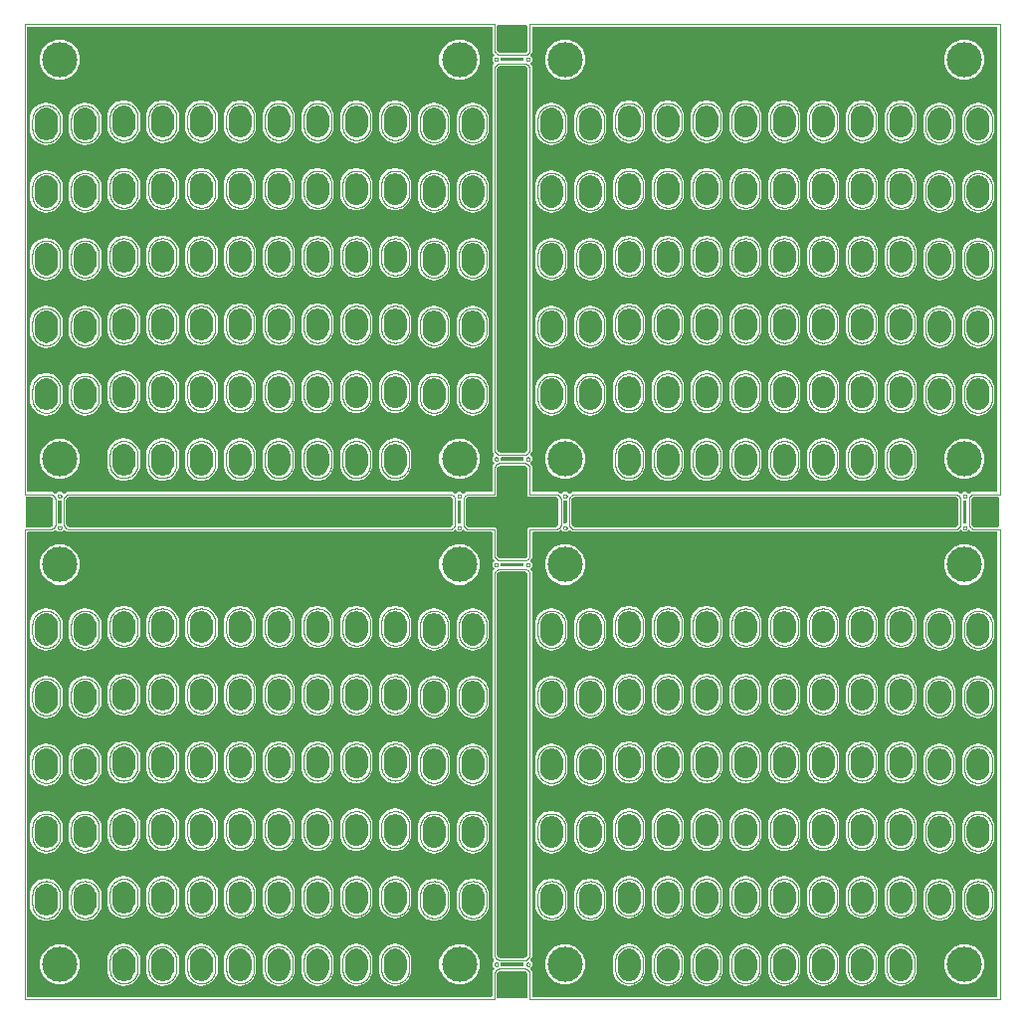
<source format=gbl>
G04 EAGLE Gerber RS-274X export*
G75*
%MOMM*%
%FSLAX34Y34*%
%LPD*%
%AMOC8*
5,1,8,0,0,1.08239X$1,22.5*%
G01*
%ADD10C,0.000000*%
%ADD11C,3.000000*%

G36*
X827064Y2010D02*
X827064Y2010D01*
X827128Y2009D01*
X827203Y2030D01*
X827279Y2041D01*
X827338Y2067D01*
X827400Y2084D01*
X827466Y2125D01*
X827536Y2157D01*
X827585Y2199D01*
X827640Y2232D01*
X827692Y2290D01*
X827750Y2340D01*
X827786Y2394D01*
X827829Y2442D01*
X827862Y2511D01*
X827905Y2576D01*
X827924Y2638D01*
X827952Y2695D01*
X827963Y2765D01*
X827987Y2846D01*
X827988Y2931D01*
X827999Y3000D01*
X827999Y397000D01*
X827990Y397064D01*
X827991Y397128D01*
X827970Y397203D01*
X827959Y397279D01*
X827933Y397338D01*
X827916Y397400D01*
X827875Y397466D01*
X827843Y397536D01*
X827801Y397585D01*
X827768Y397640D01*
X827710Y397692D01*
X827660Y397750D01*
X827606Y397786D01*
X827558Y397829D01*
X827489Y397862D01*
X827424Y397905D01*
X827362Y397924D01*
X827305Y397952D01*
X827235Y397963D01*
X827154Y397987D01*
X827069Y397988D01*
X827000Y397999D01*
X806624Y397999D01*
X804008Y399510D01*
X803938Y399538D01*
X803873Y399575D01*
X803808Y399590D01*
X803746Y399615D01*
X803672Y399622D01*
X803599Y399640D01*
X803532Y399636D01*
X803466Y399643D01*
X803392Y399629D01*
X803317Y399625D01*
X803254Y399603D01*
X803188Y399591D01*
X803121Y399557D01*
X803051Y399533D01*
X803001Y399496D01*
X802937Y399464D01*
X802865Y399397D01*
X802802Y399351D01*
X801450Y397999D01*
X798550Y397999D01*
X797198Y399351D01*
X797138Y399396D01*
X797085Y399448D01*
X797026Y399480D01*
X796973Y399520D01*
X796903Y399547D01*
X796837Y399582D01*
X796771Y399596D01*
X796709Y399620D01*
X796634Y399626D01*
X796561Y399641D01*
X796494Y399636D01*
X796428Y399642D01*
X796354Y399626D01*
X796280Y399621D01*
X796222Y399599D01*
X796152Y399584D01*
X796065Y399538D01*
X795992Y399510D01*
X793376Y397999D01*
X466624Y397999D01*
X464008Y399510D01*
X463938Y399538D01*
X463873Y399575D01*
X463808Y399590D01*
X463746Y399615D01*
X463672Y399622D01*
X463599Y399640D01*
X463532Y399636D01*
X463466Y399643D01*
X463392Y399629D01*
X463317Y399625D01*
X463254Y399603D01*
X463188Y399591D01*
X463121Y399557D01*
X463051Y399533D01*
X463001Y399496D01*
X462937Y399464D01*
X462865Y399397D01*
X462802Y399351D01*
X461450Y397999D01*
X458550Y397999D01*
X457198Y399351D01*
X457138Y399396D01*
X457085Y399448D01*
X457026Y399480D01*
X456973Y399520D01*
X456903Y399547D01*
X456837Y399582D01*
X456771Y399596D01*
X456709Y399620D01*
X456634Y399626D01*
X456561Y399641D01*
X456494Y399636D01*
X456428Y399642D01*
X456354Y399626D01*
X456280Y399621D01*
X456222Y399599D01*
X456152Y399584D01*
X456065Y399538D01*
X455992Y399510D01*
X453376Y397999D01*
X433000Y397999D01*
X432936Y397990D01*
X432872Y397991D01*
X432797Y397970D01*
X432721Y397959D01*
X432662Y397933D01*
X432600Y397916D01*
X432534Y397875D01*
X432464Y397843D01*
X432415Y397801D01*
X432360Y397768D01*
X432308Y397710D01*
X432250Y397660D01*
X432214Y397606D01*
X432171Y397558D01*
X432138Y397489D01*
X432095Y397424D01*
X432076Y397362D01*
X432048Y397305D01*
X432037Y397235D01*
X432013Y397154D01*
X432012Y397069D01*
X432001Y397000D01*
X432001Y376624D01*
X430490Y374008D01*
X430462Y373938D01*
X430425Y373873D01*
X430410Y373808D01*
X430385Y373746D01*
X430378Y373672D01*
X430360Y373599D01*
X430364Y373532D01*
X430357Y373466D01*
X430371Y373392D01*
X430375Y373317D01*
X430397Y373254D01*
X430409Y373188D01*
X430443Y373121D01*
X430467Y373051D01*
X430504Y373001D01*
X430536Y372937D01*
X430603Y372865D01*
X430649Y372802D01*
X432001Y371450D01*
X432001Y368550D01*
X430649Y367198D01*
X430604Y367138D01*
X430552Y367085D01*
X430520Y367026D01*
X430480Y366973D01*
X430453Y366903D01*
X430418Y366837D01*
X430404Y366771D01*
X430380Y366709D01*
X430374Y366634D01*
X430359Y366561D01*
X430364Y366494D01*
X430358Y366428D01*
X430374Y366354D01*
X430379Y366280D01*
X430401Y366222D01*
X430416Y366152D01*
X430462Y366065D01*
X430490Y365992D01*
X432001Y363376D01*
X432001Y36624D01*
X430490Y34008D01*
X430462Y33938D01*
X430425Y33873D01*
X430410Y33808D01*
X430385Y33746D01*
X430378Y33672D01*
X430360Y33599D01*
X430364Y33532D01*
X430357Y33466D01*
X430371Y33392D01*
X430375Y33317D01*
X430397Y33254D01*
X430409Y33188D01*
X430443Y33121D01*
X430467Y33051D01*
X430504Y33001D01*
X430536Y32937D01*
X430603Y32865D01*
X430649Y32802D01*
X432001Y31450D01*
X432001Y28550D01*
X430649Y27198D01*
X430604Y27138D01*
X430552Y27085D01*
X430520Y27026D01*
X430480Y26973D01*
X430453Y26903D01*
X430418Y26837D01*
X430404Y26771D01*
X430380Y26709D01*
X430374Y26634D01*
X430359Y26561D01*
X430364Y26494D01*
X430358Y26428D01*
X430374Y26354D01*
X430379Y26280D01*
X430401Y26222D01*
X430416Y26152D01*
X430462Y26065D01*
X430490Y25992D01*
X432001Y23376D01*
X432001Y3000D01*
X432010Y2936D01*
X432009Y2872D01*
X432030Y2797D01*
X432041Y2721D01*
X432067Y2662D01*
X432084Y2600D01*
X432125Y2534D01*
X432157Y2464D01*
X432199Y2415D01*
X432232Y2360D01*
X432290Y2308D01*
X432340Y2250D01*
X432394Y2214D01*
X432442Y2171D01*
X432511Y2138D01*
X432576Y2095D01*
X432638Y2076D01*
X432695Y2048D01*
X432765Y2037D01*
X432846Y2013D01*
X432931Y2012D01*
X433000Y2001D01*
X827000Y2001D01*
X827064Y2010D01*
G37*
G36*
X366608Y430371D02*
X366608Y430371D01*
X366683Y430375D01*
X366746Y430397D01*
X366812Y430409D01*
X366879Y430443D01*
X366949Y430467D01*
X366999Y430504D01*
X367063Y430536D01*
X367135Y430603D01*
X367198Y430649D01*
X368550Y432001D01*
X371450Y432001D01*
X372802Y430649D01*
X372862Y430604D01*
X372915Y430552D01*
X372974Y430520D01*
X373027Y430480D01*
X373097Y430453D01*
X373163Y430418D01*
X373229Y430404D01*
X373291Y430380D01*
X373366Y430374D01*
X373439Y430359D01*
X373506Y430364D01*
X373572Y430358D01*
X373646Y430374D01*
X373720Y430379D01*
X373778Y430401D01*
X373848Y430416D01*
X373935Y430462D01*
X374008Y430490D01*
X376624Y432001D01*
X397000Y432001D01*
X397064Y432010D01*
X397128Y432009D01*
X397203Y432030D01*
X397279Y432041D01*
X397338Y432067D01*
X397400Y432084D01*
X397466Y432125D01*
X397536Y432157D01*
X397585Y432199D01*
X397640Y432232D01*
X397692Y432290D01*
X397750Y432340D01*
X397786Y432394D01*
X397829Y432442D01*
X397862Y432511D01*
X397905Y432576D01*
X397924Y432638D01*
X397952Y432695D01*
X397963Y432765D01*
X397987Y432846D01*
X397988Y432931D01*
X397999Y433000D01*
X397999Y453376D01*
X399510Y455992D01*
X399538Y456062D01*
X399575Y456127D01*
X399590Y456192D01*
X399615Y456254D01*
X399622Y456328D01*
X399640Y456401D01*
X399636Y456468D01*
X399643Y456534D01*
X399629Y456608D01*
X399625Y456683D01*
X399603Y456746D01*
X399591Y456812D01*
X399557Y456879D01*
X399533Y456949D01*
X399496Y456999D01*
X399464Y457063D01*
X399397Y457135D01*
X399351Y457198D01*
X397999Y458550D01*
X397999Y461450D01*
X399351Y462802D01*
X399396Y462862D01*
X399448Y462915D01*
X399480Y462974D01*
X399520Y463027D01*
X399547Y463097D01*
X399582Y463163D01*
X399596Y463229D01*
X399620Y463291D01*
X399626Y463366D01*
X399641Y463439D01*
X399636Y463506D01*
X399642Y463572D01*
X399626Y463646D01*
X399621Y463720D01*
X399599Y463778D01*
X399584Y463848D01*
X399538Y463935D01*
X399510Y464008D01*
X397999Y466624D01*
X397999Y793376D01*
X399510Y795992D01*
X399538Y796062D01*
X399575Y796127D01*
X399590Y796192D01*
X399615Y796254D01*
X399622Y796328D01*
X399640Y796401D01*
X399636Y796468D01*
X399643Y796534D01*
X399629Y796608D01*
X399625Y796683D01*
X399603Y796746D01*
X399591Y796812D01*
X399557Y796879D01*
X399533Y796949D01*
X399496Y796999D01*
X399464Y797063D01*
X399397Y797135D01*
X399351Y797198D01*
X397999Y798550D01*
X397999Y801450D01*
X399351Y802802D01*
X399396Y802862D01*
X399448Y802915D01*
X399480Y802974D01*
X399520Y803027D01*
X399547Y803097D01*
X399582Y803163D01*
X399596Y803229D01*
X399620Y803291D01*
X399626Y803366D01*
X399641Y803439D01*
X399636Y803506D01*
X399642Y803572D01*
X399626Y803646D01*
X399621Y803720D01*
X399599Y803778D01*
X399584Y803848D01*
X399538Y803935D01*
X399510Y804008D01*
X397999Y806624D01*
X397999Y827000D01*
X397990Y827064D01*
X397991Y827128D01*
X397970Y827203D01*
X397959Y827279D01*
X397933Y827338D01*
X397916Y827400D01*
X397875Y827466D01*
X397843Y827536D01*
X397801Y827585D01*
X397768Y827640D01*
X397710Y827692D01*
X397660Y827750D01*
X397606Y827786D01*
X397558Y827829D01*
X397489Y827862D01*
X397424Y827905D01*
X397362Y827924D01*
X397305Y827952D01*
X397235Y827963D01*
X397154Y827987D01*
X397069Y827988D01*
X397000Y827999D01*
X3000Y827999D01*
X2936Y827990D01*
X2872Y827991D01*
X2797Y827970D01*
X2721Y827959D01*
X2662Y827933D01*
X2600Y827916D01*
X2534Y827875D01*
X2464Y827843D01*
X2415Y827801D01*
X2360Y827768D01*
X2308Y827710D01*
X2250Y827660D01*
X2214Y827606D01*
X2171Y827558D01*
X2138Y827489D01*
X2095Y827424D01*
X2076Y827362D01*
X2048Y827305D01*
X2037Y827235D01*
X2013Y827154D01*
X2012Y827069D01*
X2001Y827000D01*
X2001Y433000D01*
X2010Y432936D01*
X2009Y432872D01*
X2030Y432797D01*
X2041Y432721D01*
X2067Y432662D01*
X2084Y432600D01*
X2125Y432534D01*
X2157Y432464D01*
X2199Y432415D01*
X2232Y432360D01*
X2290Y432308D01*
X2340Y432250D01*
X2394Y432214D01*
X2442Y432171D01*
X2511Y432138D01*
X2576Y432095D01*
X2638Y432076D01*
X2695Y432048D01*
X2765Y432037D01*
X2846Y432013D01*
X2931Y432012D01*
X3000Y432001D01*
X23376Y432001D01*
X25992Y430490D01*
X26062Y430462D01*
X26127Y430425D01*
X26192Y430410D01*
X26254Y430385D01*
X26328Y430378D01*
X26401Y430360D01*
X26468Y430364D01*
X26534Y430357D01*
X26608Y430371D01*
X26683Y430375D01*
X26746Y430397D01*
X26812Y430409D01*
X26879Y430443D01*
X26949Y430467D01*
X26999Y430504D01*
X27063Y430536D01*
X27135Y430603D01*
X27198Y430649D01*
X28550Y432001D01*
X31450Y432001D01*
X32802Y430649D01*
X32862Y430604D01*
X32915Y430552D01*
X32974Y430520D01*
X33027Y430480D01*
X33097Y430453D01*
X33163Y430418D01*
X33229Y430404D01*
X33291Y430380D01*
X33366Y430374D01*
X33439Y430359D01*
X33506Y430364D01*
X33572Y430358D01*
X33646Y430374D01*
X33720Y430379D01*
X33778Y430401D01*
X33848Y430416D01*
X33935Y430462D01*
X34008Y430490D01*
X36624Y432001D01*
X363376Y432001D01*
X365992Y430490D01*
X366062Y430462D01*
X366127Y430425D01*
X366192Y430410D01*
X366254Y430385D01*
X366328Y430378D01*
X366401Y430360D01*
X366468Y430364D01*
X366534Y430357D01*
X366608Y430371D01*
G37*
G36*
X796608Y430371D02*
X796608Y430371D01*
X796683Y430375D01*
X796746Y430397D01*
X796812Y430409D01*
X796879Y430443D01*
X796949Y430467D01*
X796999Y430504D01*
X797063Y430536D01*
X797135Y430603D01*
X797198Y430649D01*
X798550Y432001D01*
X801450Y432001D01*
X802802Y430649D01*
X802862Y430604D01*
X802915Y430552D01*
X802974Y430520D01*
X803027Y430480D01*
X803097Y430453D01*
X803163Y430418D01*
X803229Y430404D01*
X803291Y430380D01*
X803366Y430374D01*
X803439Y430359D01*
X803506Y430364D01*
X803572Y430358D01*
X803646Y430374D01*
X803720Y430379D01*
X803778Y430401D01*
X803848Y430416D01*
X803935Y430462D01*
X804008Y430490D01*
X806624Y432001D01*
X827000Y432001D01*
X827064Y432010D01*
X827128Y432009D01*
X827203Y432030D01*
X827279Y432041D01*
X827338Y432067D01*
X827400Y432084D01*
X827466Y432125D01*
X827536Y432157D01*
X827585Y432199D01*
X827640Y432232D01*
X827692Y432290D01*
X827750Y432340D01*
X827786Y432394D01*
X827829Y432442D01*
X827862Y432511D01*
X827905Y432576D01*
X827924Y432638D01*
X827952Y432695D01*
X827963Y432765D01*
X827987Y432846D01*
X827988Y432931D01*
X827999Y433000D01*
X827999Y827000D01*
X827990Y827064D01*
X827991Y827128D01*
X827970Y827203D01*
X827959Y827279D01*
X827933Y827338D01*
X827916Y827400D01*
X827875Y827466D01*
X827843Y827536D01*
X827801Y827585D01*
X827768Y827640D01*
X827710Y827692D01*
X827660Y827750D01*
X827606Y827786D01*
X827558Y827829D01*
X827489Y827862D01*
X827424Y827905D01*
X827362Y827924D01*
X827305Y827952D01*
X827235Y827963D01*
X827154Y827987D01*
X827069Y827988D01*
X827000Y827999D01*
X433000Y827999D01*
X432936Y827990D01*
X432872Y827991D01*
X432797Y827970D01*
X432721Y827959D01*
X432662Y827933D01*
X432600Y827916D01*
X432534Y827875D01*
X432464Y827843D01*
X432415Y827801D01*
X432360Y827768D01*
X432308Y827710D01*
X432250Y827660D01*
X432214Y827606D01*
X432171Y827558D01*
X432138Y827489D01*
X432095Y827424D01*
X432076Y827362D01*
X432048Y827305D01*
X432037Y827235D01*
X432013Y827154D01*
X432012Y827069D01*
X432001Y827000D01*
X432001Y806624D01*
X430490Y804008D01*
X430462Y803938D01*
X430425Y803873D01*
X430410Y803808D01*
X430385Y803746D01*
X430378Y803672D01*
X430360Y803599D01*
X430364Y803532D01*
X430357Y803466D01*
X430371Y803392D01*
X430375Y803317D01*
X430397Y803254D01*
X430409Y803188D01*
X430443Y803121D01*
X430467Y803051D01*
X430504Y803001D01*
X430536Y802937D01*
X430603Y802865D01*
X430649Y802802D01*
X432001Y801450D01*
X432001Y798550D01*
X430649Y797198D01*
X430604Y797138D01*
X430552Y797085D01*
X430520Y797026D01*
X430480Y796973D01*
X430453Y796903D01*
X430418Y796837D01*
X430404Y796771D01*
X430380Y796709D01*
X430374Y796634D01*
X430359Y796561D01*
X430364Y796494D01*
X430358Y796428D01*
X430374Y796354D01*
X430379Y796280D01*
X430401Y796222D01*
X430416Y796152D01*
X430462Y796065D01*
X430490Y795992D01*
X432001Y793376D01*
X432001Y466624D01*
X430490Y464008D01*
X430462Y463938D01*
X430425Y463873D01*
X430410Y463808D01*
X430385Y463746D01*
X430378Y463672D01*
X430360Y463599D01*
X430364Y463532D01*
X430357Y463466D01*
X430371Y463392D01*
X430375Y463317D01*
X430397Y463254D01*
X430409Y463188D01*
X430443Y463121D01*
X430467Y463051D01*
X430504Y463001D01*
X430536Y462937D01*
X430603Y462865D01*
X430649Y462802D01*
X432001Y461450D01*
X432001Y458550D01*
X430649Y457198D01*
X430604Y457138D01*
X430552Y457085D01*
X430520Y457026D01*
X430480Y456973D01*
X430453Y456903D01*
X430418Y456837D01*
X430404Y456771D01*
X430380Y456709D01*
X430374Y456634D01*
X430359Y456561D01*
X430364Y456494D01*
X430358Y456428D01*
X430374Y456354D01*
X430379Y456280D01*
X430401Y456222D01*
X430416Y456152D01*
X430462Y456065D01*
X430490Y455992D01*
X432001Y453376D01*
X432001Y433000D01*
X432010Y432936D01*
X432009Y432872D01*
X432030Y432797D01*
X432041Y432721D01*
X432067Y432662D01*
X432084Y432600D01*
X432125Y432534D01*
X432157Y432464D01*
X432199Y432415D01*
X432232Y432360D01*
X432290Y432308D01*
X432340Y432250D01*
X432394Y432214D01*
X432442Y432171D01*
X432511Y432138D01*
X432576Y432095D01*
X432638Y432076D01*
X432695Y432048D01*
X432765Y432037D01*
X432846Y432013D01*
X432931Y432012D01*
X433000Y432001D01*
X453376Y432001D01*
X455992Y430490D01*
X456062Y430462D01*
X456127Y430425D01*
X456192Y430410D01*
X456254Y430385D01*
X456328Y430378D01*
X456401Y430360D01*
X456468Y430364D01*
X456534Y430357D01*
X456608Y430371D01*
X456683Y430375D01*
X456746Y430397D01*
X456812Y430409D01*
X456879Y430443D01*
X456949Y430467D01*
X456999Y430504D01*
X457063Y430536D01*
X457135Y430603D01*
X457198Y430649D01*
X458550Y432001D01*
X461450Y432001D01*
X462802Y430649D01*
X462862Y430604D01*
X462915Y430552D01*
X462974Y430520D01*
X463027Y430480D01*
X463097Y430453D01*
X463163Y430418D01*
X463229Y430404D01*
X463291Y430380D01*
X463366Y430374D01*
X463439Y430359D01*
X463506Y430364D01*
X463572Y430358D01*
X463646Y430374D01*
X463720Y430379D01*
X463778Y430401D01*
X463848Y430416D01*
X463935Y430462D01*
X464008Y430490D01*
X466624Y432001D01*
X793376Y432001D01*
X795992Y430490D01*
X796062Y430462D01*
X796127Y430425D01*
X796192Y430410D01*
X796254Y430385D01*
X796328Y430378D01*
X796401Y430360D01*
X796468Y430364D01*
X796534Y430357D01*
X796608Y430371D01*
G37*
G36*
X397064Y2010D02*
X397064Y2010D01*
X397128Y2009D01*
X397203Y2030D01*
X397279Y2041D01*
X397338Y2067D01*
X397400Y2084D01*
X397466Y2125D01*
X397536Y2157D01*
X397585Y2199D01*
X397640Y2232D01*
X397692Y2290D01*
X397750Y2340D01*
X397786Y2394D01*
X397829Y2442D01*
X397862Y2511D01*
X397905Y2576D01*
X397924Y2638D01*
X397952Y2695D01*
X397963Y2765D01*
X397987Y2846D01*
X397988Y2931D01*
X397999Y3000D01*
X397999Y23376D01*
X399510Y25992D01*
X399538Y26062D01*
X399575Y26127D01*
X399590Y26192D01*
X399615Y26254D01*
X399622Y26328D01*
X399640Y26401D01*
X399636Y26468D01*
X399643Y26534D01*
X399629Y26608D01*
X399625Y26683D01*
X399603Y26746D01*
X399591Y26812D01*
X399557Y26879D01*
X399533Y26949D01*
X399496Y26999D01*
X399464Y27063D01*
X399397Y27135D01*
X399351Y27198D01*
X397999Y28550D01*
X397999Y31450D01*
X399351Y32802D01*
X399396Y32862D01*
X399448Y32915D01*
X399480Y32974D01*
X399520Y33027D01*
X399547Y33097D01*
X399582Y33163D01*
X399596Y33229D01*
X399620Y33291D01*
X399626Y33366D01*
X399641Y33439D01*
X399636Y33506D01*
X399642Y33572D01*
X399626Y33646D01*
X399621Y33720D01*
X399599Y33778D01*
X399584Y33848D01*
X399538Y33935D01*
X399510Y34008D01*
X397999Y36624D01*
X397999Y363376D01*
X399510Y365992D01*
X399538Y366062D01*
X399575Y366127D01*
X399590Y366192D01*
X399615Y366254D01*
X399622Y366328D01*
X399640Y366401D01*
X399636Y366468D01*
X399643Y366534D01*
X399629Y366608D01*
X399625Y366683D01*
X399603Y366746D01*
X399591Y366812D01*
X399557Y366879D01*
X399533Y366949D01*
X399496Y366999D01*
X399464Y367063D01*
X399397Y367135D01*
X399351Y367198D01*
X397999Y368550D01*
X397999Y371450D01*
X399351Y372802D01*
X399396Y372862D01*
X399448Y372915D01*
X399480Y372974D01*
X399520Y373027D01*
X399547Y373097D01*
X399582Y373163D01*
X399596Y373229D01*
X399620Y373291D01*
X399626Y373366D01*
X399641Y373439D01*
X399636Y373506D01*
X399642Y373572D01*
X399626Y373646D01*
X399621Y373720D01*
X399599Y373778D01*
X399584Y373848D01*
X399538Y373935D01*
X399510Y374008D01*
X397999Y376624D01*
X397999Y397000D01*
X397990Y397064D01*
X397991Y397128D01*
X397970Y397203D01*
X397959Y397279D01*
X397933Y397338D01*
X397916Y397400D01*
X397875Y397466D01*
X397843Y397536D01*
X397801Y397585D01*
X397768Y397640D01*
X397710Y397692D01*
X397660Y397750D01*
X397606Y397786D01*
X397558Y397829D01*
X397489Y397862D01*
X397424Y397905D01*
X397362Y397924D01*
X397305Y397952D01*
X397235Y397963D01*
X397154Y397987D01*
X397069Y397988D01*
X397000Y397999D01*
X376624Y397999D01*
X374008Y399510D01*
X373938Y399538D01*
X373873Y399575D01*
X373808Y399590D01*
X373746Y399615D01*
X373672Y399622D01*
X373599Y399640D01*
X373532Y399636D01*
X373466Y399643D01*
X373392Y399629D01*
X373317Y399625D01*
X373254Y399603D01*
X373188Y399591D01*
X373121Y399557D01*
X373051Y399533D01*
X373001Y399496D01*
X372937Y399464D01*
X372865Y399397D01*
X372802Y399351D01*
X371450Y397999D01*
X368550Y397999D01*
X367198Y399351D01*
X367138Y399396D01*
X367085Y399448D01*
X367026Y399480D01*
X366973Y399520D01*
X366903Y399547D01*
X366837Y399582D01*
X366771Y399596D01*
X366709Y399620D01*
X366634Y399626D01*
X366561Y399641D01*
X366494Y399636D01*
X366428Y399642D01*
X366354Y399626D01*
X366280Y399621D01*
X366222Y399599D01*
X366152Y399584D01*
X366065Y399538D01*
X365992Y399510D01*
X363376Y397999D01*
X36624Y397999D01*
X34008Y399510D01*
X33938Y399538D01*
X33873Y399575D01*
X33808Y399590D01*
X33746Y399615D01*
X33672Y399622D01*
X33599Y399640D01*
X33532Y399636D01*
X33466Y399643D01*
X33392Y399629D01*
X33317Y399625D01*
X33254Y399603D01*
X33188Y399591D01*
X33121Y399557D01*
X33051Y399533D01*
X33001Y399496D01*
X32937Y399464D01*
X32865Y399397D01*
X32802Y399351D01*
X31450Y397999D01*
X28550Y397999D01*
X27198Y399351D01*
X27138Y399396D01*
X27085Y399448D01*
X27026Y399480D01*
X26973Y399520D01*
X26903Y399547D01*
X26837Y399582D01*
X26771Y399596D01*
X26709Y399620D01*
X26634Y399626D01*
X26561Y399641D01*
X26494Y399636D01*
X26428Y399642D01*
X26354Y399626D01*
X26280Y399621D01*
X26222Y399599D01*
X26152Y399584D01*
X26065Y399538D01*
X25992Y399510D01*
X23376Y397999D01*
X3000Y397999D01*
X2936Y397990D01*
X2872Y397991D01*
X2797Y397970D01*
X2721Y397959D01*
X2662Y397933D01*
X2600Y397916D01*
X2534Y397875D01*
X2464Y397843D01*
X2415Y397801D01*
X2360Y397768D01*
X2308Y397710D01*
X2250Y397660D01*
X2214Y397606D01*
X2171Y397558D01*
X2138Y397489D01*
X2095Y397424D01*
X2076Y397362D01*
X2048Y397305D01*
X2037Y397235D01*
X2013Y397154D01*
X2012Y397069D01*
X2001Y397000D01*
X2001Y3000D01*
X2010Y2936D01*
X2009Y2872D01*
X2030Y2797D01*
X2041Y2721D01*
X2067Y2662D01*
X2084Y2600D01*
X2125Y2534D01*
X2157Y2464D01*
X2199Y2415D01*
X2232Y2360D01*
X2290Y2308D01*
X2340Y2250D01*
X2394Y2214D01*
X2442Y2171D01*
X2511Y2138D01*
X2576Y2095D01*
X2638Y2076D01*
X2695Y2048D01*
X2765Y2037D01*
X2846Y2013D01*
X2931Y2012D01*
X3000Y2001D01*
X397000Y2001D01*
X397064Y2010D01*
G37*
G36*
X791570Y402011D02*
X791570Y402011D01*
X791631Y402009D01*
X792148Y402077D01*
X792188Y402089D01*
X792230Y402092D01*
X792310Y402123D01*
X792420Y402153D01*
X792470Y402184D01*
X792517Y402203D01*
X793414Y402720D01*
X793498Y402786D01*
X793586Y402846D01*
X793607Y402872D01*
X793636Y402894D01*
X793722Y403015D01*
X793780Y403086D01*
X794297Y403983D01*
X794313Y404021D01*
X794336Y404056D01*
X794360Y404139D01*
X794402Y404244D01*
X794408Y404303D01*
X794423Y404352D01*
X794491Y404870D01*
X794490Y404940D01*
X794499Y405000D01*
X794499Y425000D01*
X794489Y425070D01*
X794491Y425131D01*
X794423Y425648D01*
X794411Y425688D01*
X794408Y425730D01*
X794377Y425810D01*
X794347Y425920D01*
X794316Y425970D01*
X794297Y426017D01*
X793780Y426914D01*
X793714Y426998D01*
X793654Y427086D01*
X793628Y427107D01*
X793606Y427136D01*
X793485Y427222D01*
X793414Y427280D01*
X792517Y427797D01*
X792479Y427813D01*
X792444Y427836D01*
X792361Y427860D01*
X792256Y427902D01*
X792197Y427908D01*
X792148Y427923D01*
X791630Y427991D01*
X791560Y427990D01*
X791500Y427999D01*
X468500Y427999D01*
X468430Y427989D01*
X468370Y427991D01*
X467852Y427923D01*
X467812Y427911D01*
X467770Y427908D01*
X467690Y427877D01*
X467580Y427847D01*
X467530Y427816D01*
X467483Y427797D01*
X466586Y427280D01*
X466502Y427214D01*
X466414Y427154D01*
X466393Y427128D01*
X466364Y427106D01*
X466278Y426985D01*
X466220Y426914D01*
X465703Y426017D01*
X465687Y425979D01*
X465664Y425944D01*
X465640Y425861D01*
X465598Y425756D01*
X465592Y425697D01*
X465577Y425648D01*
X465509Y425130D01*
X465510Y425060D01*
X465501Y425000D01*
X465501Y405000D01*
X465511Y404930D01*
X465509Y404870D01*
X465577Y404352D01*
X465589Y404312D01*
X465592Y404270D01*
X465623Y404190D01*
X465653Y404080D01*
X465684Y404030D01*
X465703Y403983D01*
X466220Y403086D01*
X466286Y403002D01*
X466346Y402914D01*
X466372Y402893D01*
X466394Y402864D01*
X466515Y402778D01*
X466586Y402720D01*
X467483Y402203D01*
X467521Y402187D01*
X467556Y402164D01*
X467557Y402164D01*
X467558Y402163D01*
X467653Y402134D01*
X467744Y402098D01*
X467787Y402093D01*
X467828Y402081D01*
X467841Y402081D01*
X467852Y402077D01*
X468370Y402009D01*
X468440Y402010D01*
X468500Y402001D01*
X791500Y402001D01*
X791570Y402011D01*
G37*
G36*
X425070Y35511D02*
X425070Y35511D01*
X425130Y35509D01*
X425648Y35577D01*
X425688Y35589D01*
X425730Y35592D01*
X425810Y35623D01*
X425920Y35653D01*
X425970Y35684D01*
X426017Y35703D01*
X426914Y36220D01*
X426998Y36286D01*
X427086Y36346D01*
X427107Y36372D01*
X427136Y36394D01*
X427222Y36515D01*
X427280Y36586D01*
X427797Y37483D01*
X427812Y37520D01*
X427831Y37549D01*
X427832Y37550D01*
X427836Y37556D01*
X427860Y37639D01*
X427902Y37744D01*
X427908Y37800D01*
X427914Y37819D01*
X427914Y37822D01*
X427923Y37852D01*
X427991Y38370D01*
X427990Y38440D01*
X427999Y38500D01*
X427999Y361500D01*
X427989Y361570D01*
X427991Y361631D01*
X427923Y362148D01*
X427911Y362188D01*
X427908Y362230D01*
X427877Y362310D01*
X427847Y362420D01*
X427816Y362470D01*
X427797Y362517D01*
X427280Y363414D01*
X427214Y363498D01*
X427154Y363586D01*
X427128Y363607D01*
X427106Y363636D01*
X426985Y363722D01*
X426914Y363780D01*
X426017Y364297D01*
X425979Y364313D01*
X425944Y364336D01*
X425861Y364360D01*
X425756Y364402D01*
X425697Y364408D01*
X425648Y364423D01*
X425130Y364491D01*
X425060Y364490D01*
X425000Y364499D01*
X405000Y364499D01*
X404930Y364489D01*
X404870Y364491D01*
X404352Y364423D01*
X404312Y364411D01*
X404270Y364408D01*
X404190Y364377D01*
X404080Y364347D01*
X404030Y364316D01*
X403983Y364297D01*
X403086Y363780D01*
X403002Y363714D01*
X402914Y363654D01*
X402893Y363628D01*
X402864Y363606D01*
X402778Y363485D01*
X402720Y363414D01*
X402203Y362517D01*
X402187Y362479D01*
X402164Y362444D01*
X402140Y362361D01*
X402098Y362256D01*
X402092Y362197D01*
X402077Y362148D01*
X402009Y361631D01*
X402010Y361560D01*
X402001Y361500D01*
X402001Y38500D01*
X402011Y38430D01*
X402009Y38370D01*
X402077Y37852D01*
X402089Y37812D01*
X402092Y37770D01*
X402123Y37690D01*
X402153Y37580D01*
X402159Y37571D01*
X402185Y37530D01*
X402203Y37483D01*
X402720Y36586D01*
X402786Y36502D01*
X402846Y36414D01*
X402872Y36393D01*
X402894Y36364D01*
X403015Y36278D01*
X403086Y36220D01*
X403983Y35703D01*
X404021Y35687D01*
X404056Y35664D01*
X404139Y35640D01*
X404244Y35598D01*
X404303Y35592D01*
X404352Y35577D01*
X404870Y35509D01*
X404940Y35510D01*
X405000Y35501D01*
X425000Y35501D01*
X425070Y35511D01*
G37*
G36*
X425070Y465511D02*
X425070Y465511D01*
X425130Y465509D01*
X425648Y465577D01*
X425688Y465589D01*
X425730Y465592D01*
X425810Y465623D01*
X425920Y465653D01*
X425970Y465684D01*
X426017Y465703D01*
X426914Y466220D01*
X426998Y466286D01*
X427086Y466346D01*
X427107Y466372D01*
X427136Y466394D01*
X427222Y466515D01*
X427280Y466586D01*
X427797Y467483D01*
X427813Y467521D01*
X427836Y467556D01*
X427860Y467639D01*
X427902Y467744D01*
X427908Y467803D01*
X427923Y467852D01*
X427991Y468370D01*
X427990Y468440D01*
X427999Y468500D01*
X427999Y791500D01*
X427989Y791570D01*
X427991Y791630D01*
X427923Y792148D01*
X427911Y792188D01*
X427908Y792230D01*
X427877Y792310D01*
X427847Y792420D01*
X427816Y792470D01*
X427797Y792517D01*
X427280Y793414D01*
X427214Y793498D01*
X427154Y793586D01*
X427128Y793607D01*
X427106Y793636D01*
X426985Y793722D01*
X426914Y793780D01*
X426017Y794297D01*
X425979Y794313D01*
X425944Y794336D01*
X425861Y794360D01*
X425756Y794402D01*
X425697Y794408D01*
X425648Y794423D01*
X425130Y794491D01*
X425060Y794490D01*
X425000Y794499D01*
X405000Y794499D01*
X404930Y794489D01*
X404869Y794491D01*
X404352Y794423D01*
X404312Y794411D01*
X404270Y794408D01*
X404190Y794377D01*
X404080Y794347D01*
X404030Y794316D01*
X403983Y794297D01*
X403086Y793780D01*
X403002Y793714D01*
X402914Y793654D01*
X402893Y793628D01*
X402864Y793606D01*
X402778Y793485D01*
X402720Y793414D01*
X402203Y792517D01*
X402187Y792479D01*
X402164Y792444D01*
X402140Y792361D01*
X402098Y792256D01*
X402092Y792197D01*
X402077Y792148D01*
X402009Y791630D01*
X402010Y791560D01*
X402001Y791500D01*
X402001Y468500D01*
X402011Y468430D01*
X402009Y468370D01*
X402077Y467852D01*
X402089Y467812D01*
X402092Y467770D01*
X402123Y467690D01*
X402153Y467580D01*
X402184Y467530D01*
X402203Y467483D01*
X402720Y466586D01*
X402786Y466502D01*
X402846Y466414D01*
X402872Y466393D01*
X402894Y466364D01*
X403015Y466278D01*
X403086Y466220D01*
X403983Y465703D01*
X404021Y465687D01*
X404056Y465664D01*
X404139Y465640D01*
X404244Y465598D01*
X404303Y465592D01*
X404352Y465577D01*
X404870Y465509D01*
X404940Y465510D01*
X405000Y465501D01*
X425000Y465501D01*
X425070Y465511D01*
G37*
G36*
X361570Y402011D02*
X361570Y402011D01*
X361630Y402009D01*
X362148Y402077D01*
X362188Y402089D01*
X362230Y402092D01*
X362310Y402123D01*
X362420Y402153D01*
X362470Y402184D01*
X362517Y402203D01*
X363414Y402720D01*
X363498Y402786D01*
X363586Y402846D01*
X363607Y402872D01*
X363636Y402894D01*
X363722Y403015D01*
X363780Y403086D01*
X364297Y403983D01*
X364313Y404021D01*
X364336Y404056D01*
X364360Y404139D01*
X364402Y404244D01*
X364408Y404303D01*
X364423Y404352D01*
X364491Y404870D01*
X364490Y404940D01*
X364499Y405000D01*
X364499Y425000D01*
X364489Y425070D01*
X364491Y425130D01*
X364423Y425648D01*
X364411Y425688D01*
X364408Y425730D01*
X364377Y425810D01*
X364347Y425920D01*
X364316Y425970D01*
X364297Y426017D01*
X363780Y426914D01*
X363714Y426998D01*
X363654Y427086D01*
X363628Y427107D01*
X363606Y427136D01*
X363485Y427222D01*
X363414Y427280D01*
X362517Y427797D01*
X362479Y427813D01*
X362444Y427836D01*
X362361Y427860D01*
X362256Y427902D01*
X362197Y427908D01*
X362148Y427923D01*
X361630Y427991D01*
X361560Y427990D01*
X361500Y427999D01*
X38500Y427999D01*
X38430Y427989D01*
X38370Y427991D01*
X37852Y427923D01*
X37812Y427911D01*
X37770Y427908D01*
X37690Y427877D01*
X37580Y427847D01*
X37530Y427816D01*
X37483Y427797D01*
X36586Y427280D01*
X36502Y427214D01*
X36414Y427154D01*
X36393Y427128D01*
X36364Y427106D01*
X36278Y426985D01*
X36220Y426914D01*
X35703Y426017D01*
X35687Y425979D01*
X35664Y425944D01*
X35640Y425861D01*
X35598Y425756D01*
X35592Y425697D01*
X35577Y425648D01*
X35509Y425130D01*
X35510Y425060D01*
X35501Y425000D01*
X35501Y405000D01*
X35511Y404930D01*
X35509Y404870D01*
X35577Y404352D01*
X35589Y404312D01*
X35592Y404270D01*
X35623Y404190D01*
X35653Y404080D01*
X35684Y404030D01*
X35703Y403983D01*
X36220Y403086D01*
X36286Y403002D01*
X36346Y402914D01*
X36372Y402893D01*
X36394Y402864D01*
X36515Y402778D01*
X36586Y402720D01*
X37483Y402203D01*
X37521Y402187D01*
X37556Y402164D01*
X37639Y402140D01*
X37744Y402098D01*
X37803Y402092D01*
X37852Y402077D01*
X38370Y402009D01*
X38440Y402010D01*
X38500Y402001D01*
X361500Y402001D01*
X361570Y402011D01*
G37*
G36*
X425070Y375511D02*
X425070Y375511D01*
X425130Y375509D01*
X425648Y375577D01*
X425688Y375589D01*
X425730Y375592D01*
X425810Y375623D01*
X425920Y375653D01*
X425970Y375684D01*
X426017Y375703D01*
X426914Y376220D01*
X426998Y376286D01*
X427086Y376346D01*
X427107Y376372D01*
X427136Y376394D01*
X427222Y376515D01*
X427280Y376586D01*
X427797Y377483D01*
X427813Y377521D01*
X427836Y377556D01*
X427860Y377639D01*
X427902Y377744D01*
X427908Y377803D01*
X427923Y377852D01*
X427991Y378369D01*
X427990Y378440D01*
X427999Y378500D01*
X427999Y400829D01*
X429171Y402001D01*
X451500Y402001D01*
X451570Y402011D01*
X451630Y402009D01*
X452148Y402077D01*
X452188Y402089D01*
X452230Y402092D01*
X452310Y402123D01*
X452420Y402153D01*
X452470Y402184D01*
X452517Y402203D01*
X453414Y402720D01*
X453498Y402786D01*
X453586Y402846D01*
X453607Y402872D01*
X453636Y402894D01*
X453722Y403015D01*
X453780Y403086D01*
X454297Y403983D01*
X454313Y404021D01*
X454336Y404056D01*
X454360Y404139D01*
X454402Y404244D01*
X454408Y404303D01*
X454423Y404352D01*
X454491Y404870D01*
X454490Y404940D01*
X454499Y405000D01*
X454499Y425000D01*
X454489Y425070D01*
X454491Y425130D01*
X454423Y425648D01*
X454411Y425688D01*
X454408Y425730D01*
X454377Y425810D01*
X454347Y425920D01*
X454316Y425970D01*
X454297Y426017D01*
X453780Y426914D01*
X453714Y426998D01*
X453654Y427086D01*
X453628Y427107D01*
X453606Y427136D01*
X453485Y427222D01*
X453414Y427280D01*
X452517Y427797D01*
X452479Y427813D01*
X452444Y427836D01*
X452361Y427860D01*
X452256Y427902D01*
X452197Y427908D01*
X452148Y427923D01*
X451630Y427991D01*
X451560Y427990D01*
X451500Y427999D01*
X429171Y427999D01*
X427999Y429171D01*
X427999Y451500D01*
X427989Y451570D01*
X427991Y451630D01*
X427923Y452148D01*
X427911Y452188D01*
X427908Y452230D01*
X427877Y452310D01*
X427847Y452420D01*
X427816Y452470D01*
X427797Y452517D01*
X427280Y453414D01*
X427214Y453498D01*
X427154Y453586D01*
X427128Y453607D01*
X427106Y453636D01*
X426985Y453722D01*
X426914Y453780D01*
X426017Y454297D01*
X425979Y454313D01*
X425944Y454336D01*
X425861Y454360D01*
X425756Y454402D01*
X425697Y454408D01*
X425648Y454423D01*
X425130Y454491D01*
X425060Y454490D01*
X425000Y454499D01*
X405000Y454499D01*
X404930Y454489D01*
X404870Y454491D01*
X404352Y454423D01*
X404312Y454411D01*
X404270Y454408D01*
X404190Y454377D01*
X404080Y454347D01*
X404030Y454316D01*
X403983Y454297D01*
X403086Y453780D01*
X403002Y453714D01*
X402914Y453654D01*
X402893Y453628D01*
X402864Y453606D01*
X402778Y453485D01*
X402720Y453414D01*
X402203Y452517D01*
X402187Y452479D01*
X402164Y452444D01*
X402140Y452361D01*
X402098Y452256D01*
X402092Y452197D01*
X402077Y452148D01*
X402009Y451630D01*
X402010Y451560D01*
X402001Y451500D01*
X402001Y429171D01*
X400829Y427999D01*
X378500Y427999D01*
X378430Y427989D01*
X378370Y427991D01*
X377852Y427923D01*
X377812Y427911D01*
X377770Y427908D01*
X377690Y427877D01*
X377580Y427847D01*
X377530Y427816D01*
X377483Y427797D01*
X376586Y427280D01*
X376502Y427214D01*
X376414Y427154D01*
X376393Y427128D01*
X376364Y427106D01*
X376278Y426985D01*
X376220Y426914D01*
X375703Y426017D01*
X375687Y425979D01*
X375664Y425944D01*
X375640Y425861D01*
X375598Y425756D01*
X375592Y425697D01*
X375577Y425648D01*
X375509Y425130D01*
X375510Y425060D01*
X375501Y425000D01*
X375501Y405000D01*
X375511Y404930D01*
X375509Y404870D01*
X375577Y404352D01*
X375589Y404312D01*
X375592Y404270D01*
X375623Y404190D01*
X375653Y404080D01*
X375684Y404030D01*
X375703Y403983D01*
X376220Y403086D01*
X376286Y403002D01*
X376346Y402914D01*
X376372Y402893D01*
X376394Y402864D01*
X376515Y402778D01*
X376586Y402720D01*
X377483Y402203D01*
X377521Y402187D01*
X377556Y402164D01*
X377639Y402140D01*
X377744Y402098D01*
X377803Y402092D01*
X377852Y402077D01*
X378369Y402009D01*
X378440Y402010D01*
X378500Y402001D01*
X400829Y402001D01*
X402001Y400829D01*
X402001Y378500D01*
X402011Y378430D01*
X402009Y378369D01*
X402077Y377852D01*
X402089Y377812D01*
X402092Y377770D01*
X402123Y377690D01*
X402153Y377580D01*
X402184Y377530D01*
X402203Y377483D01*
X402720Y376586D01*
X402786Y376502D01*
X402846Y376414D01*
X402872Y376393D01*
X402894Y376364D01*
X403015Y376278D01*
X403086Y376220D01*
X403983Y375703D01*
X404021Y375687D01*
X404056Y375664D01*
X404139Y375640D01*
X404244Y375598D01*
X404303Y375592D01*
X404352Y375577D01*
X404870Y375509D01*
X404940Y375510D01*
X405000Y375501D01*
X425000Y375501D01*
X425070Y375511D01*
G37*
%LPC*%
G36*
X26618Y442999D02*
X26618Y442999D01*
X20370Y445588D01*
X15588Y450370D01*
X12999Y456618D01*
X12999Y463382D01*
X15588Y469630D01*
X20370Y474412D01*
X26618Y477001D01*
X33382Y477001D01*
X39630Y474412D01*
X44412Y469630D01*
X47001Y463382D01*
X47001Y456618D01*
X44412Y450370D01*
X39630Y445588D01*
X33382Y442999D01*
X26618Y442999D01*
G37*
%LPD*%
%LPC*%
G36*
X456618Y782999D02*
X456618Y782999D01*
X450370Y785588D01*
X445588Y790370D01*
X442999Y796618D01*
X442999Y803382D01*
X445588Y809630D01*
X450370Y814412D01*
X456618Y817001D01*
X463382Y817001D01*
X469630Y814412D01*
X474412Y809630D01*
X477001Y803382D01*
X477001Y796618D01*
X474412Y790370D01*
X469630Y785588D01*
X463382Y782999D01*
X456618Y782999D01*
G37*
%LPD*%
%LPC*%
G36*
X366618Y782999D02*
X366618Y782999D01*
X360370Y785588D01*
X355588Y790370D01*
X352999Y796618D01*
X352999Y803382D01*
X355588Y809630D01*
X360370Y814412D01*
X366618Y817001D01*
X373382Y817001D01*
X379630Y814412D01*
X384412Y809630D01*
X387001Y803382D01*
X387001Y796618D01*
X384412Y790370D01*
X379630Y785588D01*
X373382Y782999D01*
X366618Y782999D01*
G37*
%LPD*%
%LPC*%
G36*
X796618Y782999D02*
X796618Y782999D01*
X790370Y785588D01*
X785588Y790370D01*
X782999Y796618D01*
X782999Y803382D01*
X785588Y809630D01*
X790370Y814412D01*
X796618Y817001D01*
X803382Y817001D01*
X809630Y814412D01*
X814412Y809630D01*
X817001Y803382D01*
X817001Y796618D01*
X814412Y790370D01*
X809630Y785588D01*
X803382Y782999D01*
X796618Y782999D01*
G37*
%LPD*%
%LPC*%
G36*
X26618Y782999D02*
X26618Y782999D01*
X20370Y785588D01*
X15588Y790370D01*
X12999Y796618D01*
X12999Y803382D01*
X15588Y809630D01*
X20370Y814412D01*
X26618Y817001D01*
X33382Y817001D01*
X39630Y814412D01*
X44412Y809630D01*
X47001Y803382D01*
X47001Y796618D01*
X44412Y790370D01*
X39630Y785588D01*
X33382Y782999D01*
X26618Y782999D01*
G37*
%LPD*%
%LPC*%
G36*
X366618Y352999D02*
X366618Y352999D01*
X360370Y355588D01*
X355588Y360370D01*
X352999Y366618D01*
X352999Y373382D01*
X355588Y379630D01*
X360370Y384412D01*
X366618Y387001D01*
X373382Y387001D01*
X379630Y384412D01*
X384412Y379630D01*
X387001Y373382D01*
X387001Y366618D01*
X384412Y360370D01*
X379630Y355588D01*
X373382Y352999D01*
X366618Y352999D01*
G37*
%LPD*%
%LPC*%
G36*
X796618Y12999D02*
X796618Y12999D01*
X790370Y15588D01*
X785588Y20370D01*
X782999Y26618D01*
X782999Y33382D01*
X785588Y39630D01*
X790370Y44412D01*
X796618Y47001D01*
X803382Y47001D01*
X809630Y44412D01*
X814412Y39630D01*
X817001Y33382D01*
X817001Y26618D01*
X814412Y20370D01*
X809630Y15588D01*
X803382Y12999D01*
X796618Y12999D01*
G37*
%LPD*%
%LPC*%
G36*
X26618Y352999D02*
X26618Y352999D01*
X20370Y355588D01*
X15588Y360370D01*
X12999Y366618D01*
X12999Y373382D01*
X15588Y379630D01*
X20370Y384412D01*
X26618Y387001D01*
X33382Y387001D01*
X39630Y384412D01*
X44412Y379630D01*
X47001Y373382D01*
X47001Y366618D01*
X44412Y360370D01*
X39630Y355588D01*
X33382Y352999D01*
X26618Y352999D01*
G37*
%LPD*%
%LPC*%
G36*
X796618Y352999D02*
X796618Y352999D01*
X790370Y355588D01*
X785588Y360370D01*
X782999Y366618D01*
X782999Y373382D01*
X785588Y379630D01*
X790370Y384412D01*
X796618Y387001D01*
X803382Y387001D01*
X809630Y384412D01*
X814412Y379630D01*
X817001Y373382D01*
X817001Y366618D01*
X814412Y360370D01*
X809630Y355588D01*
X803382Y352999D01*
X796618Y352999D01*
G37*
%LPD*%
%LPC*%
G36*
X456618Y352999D02*
X456618Y352999D01*
X450370Y355588D01*
X445588Y360370D01*
X442999Y366618D01*
X442999Y373382D01*
X445588Y379630D01*
X450370Y384412D01*
X456618Y387001D01*
X463382Y387001D01*
X469630Y384412D01*
X474412Y379630D01*
X477001Y373382D01*
X477001Y366618D01*
X474412Y360370D01*
X469630Y355588D01*
X463382Y352999D01*
X456618Y352999D01*
G37*
%LPD*%
%LPC*%
G36*
X796618Y442999D02*
X796618Y442999D01*
X790370Y445588D01*
X785588Y450370D01*
X782999Y456618D01*
X782999Y463382D01*
X785588Y469630D01*
X790370Y474412D01*
X796618Y477001D01*
X803382Y477001D01*
X809630Y474412D01*
X814412Y469630D01*
X817001Y463382D01*
X817001Y456618D01*
X814412Y450370D01*
X809630Y445588D01*
X803382Y442999D01*
X796618Y442999D01*
G37*
%LPD*%
%LPC*%
G36*
X366618Y442999D02*
X366618Y442999D01*
X360370Y445588D01*
X355588Y450370D01*
X352999Y456618D01*
X352999Y463382D01*
X355588Y469630D01*
X360370Y474412D01*
X366618Y477001D01*
X373382Y477001D01*
X379630Y474412D01*
X384412Y469630D01*
X387001Y463382D01*
X387001Y456618D01*
X384412Y450370D01*
X379630Y445588D01*
X373382Y442999D01*
X366618Y442999D01*
G37*
%LPD*%
%LPC*%
G36*
X456618Y442999D02*
X456618Y442999D01*
X450370Y445588D01*
X445588Y450370D01*
X442999Y456618D01*
X442999Y463382D01*
X445588Y469630D01*
X450370Y474412D01*
X456618Y477001D01*
X463382Y477001D01*
X469630Y474412D01*
X474412Y469630D01*
X477001Y463382D01*
X477001Y456618D01*
X474412Y450370D01*
X469630Y445588D01*
X463382Y442999D01*
X456618Y442999D01*
G37*
%LPD*%
%LPC*%
G36*
X456618Y12999D02*
X456618Y12999D01*
X450370Y15588D01*
X445588Y20370D01*
X442999Y26618D01*
X442999Y33382D01*
X445588Y39630D01*
X450370Y44412D01*
X456618Y47001D01*
X463382Y47001D01*
X469630Y44412D01*
X474412Y39630D01*
X477001Y33382D01*
X477001Y26618D01*
X474412Y20370D01*
X469630Y15588D01*
X463382Y12999D01*
X456618Y12999D01*
G37*
%LPD*%
%LPC*%
G36*
X366618Y12999D02*
X366618Y12999D01*
X360370Y15588D01*
X355588Y20370D01*
X352999Y26618D01*
X352999Y33382D01*
X355588Y39630D01*
X360370Y44412D01*
X366618Y47001D01*
X373382Y47001D01*
X379630Y44412D01*
X384412Y39630D01*
X387001Y33382D01*
X387001Y26618D01*
X384412Y20370D01*
X379630Y15588D01*
X373382Y12999D01*
X366618Y12999D01*
G37*
%LPD*%
%LPC*%
G36*
X26618Y12999D02*
X26618Y12999D01*
X20370Y15588D01*
X15588Y20370D01*
X12999Y26618D01*
X12999Y33382D01*
X15588Y39630D01*
X20370Y44412D01*
X26618Y47001D01*
X33382Y47001D01*
X39630Y44412D01*
X44412Y39630D01*
X47001Y33382D01*
X47001Y26618D01*
X44412Y20370D01*
X39630Y15588D01*
X33382Y12999D01*
X26618Y12999D01*
G37*
%LPD*%
%LPC*%
G36*
X375380Y613292D02*
X375380Y613292D01*
X370473Y617206D01*
X367749Y622861D01*
X367749Y637139D01*
X370473Y642794D01*
X375380Y646708D01*
X381500Y648104D01*
X387620Y646708D01*
X392527Y642794D01*
X395251Y637139D01*
X395251Y622861D01*
X392527Y617206D01*
X387620Y613292D01*
X381500Y611896D01*
X375380Y613292D01*
G37*
%LPD*%
%LPC*%
G36*
X375380Y240792D02*
X375380Y240792D01*
X370473Y244706D01*
X367749Y250361D01*
X367749Y264639D01*
X370473Y270294D01*
X375380Y274208D01*
X381500Y275604D01*
X387620Y274208D01*
X392527Y270294D01*
X395251Y264639D01*
X395251Y250361D01*
X392527Y244706D01*
X387620Y240792D01*
X381500Y239396D01*
X375380Y240792D01*
G37*
%LPD*%
%LPC*%
G36*
X177380Y185292D02*
X177380Y185292D01*
X172473Y189206D01*
X169749Y194861D01*
X169749Y209139D01*
X172473Y214794D01*
X177380Y218708D01*
X183500Y220104D01*
X189620Y218708D01*
X194527Y214794D01*
X197251Y209139D01*
X197251Y194861D01*
X194527Y189206D01*
X189620Y185292D01*
X183500Y183896D01*
X177380Y185292D01*
G37*
%LPD*%
%LPC*%
G36*
X607380Y70292D02*
X607380Y70292D01*
X602473Y74206D01*
X599749Y79861D01*
X599749Y94139D01*
X602473Y99794D01*
X607380Y103708D01*
X613500Y105104D01*
X619620Y103708D01*
X624527Y99794D01*
X627251Y94139D01*
X627251Y79861D01*
X624527Y74206D01*
X619620Y70292D01*
X613500Y68896D01*
X607380Y70292D01*
G37*
%LPD*%
%LPC*%
G36*
X177380Y557792D02*
X177380Y557792D01*
X172473Y561706D01*
X169749Y567361D01*
X169749Y581639D01*
X172473Y587294D01*
X177380Y591208D01*
X183500Y592604D01*
X189620Y591208D01*
X194527Y587294D01*
X197251Y581639D01*
X197251Y567361D01*
X194527Y561706D01*
X189620Y557792D01*
X183500Y556396D01*
X177380Y557792D01*
G37*
%LPD*%
%LPC*%
G36*
X805380Y498292D02*
X805380Y498292D01*
X800473Y502206D01*
X797749Y507861D01*
X797749Y522139D01*
X800473Y527794D01*
X805380Y531708D01*
X811500Y533104D01*
X817620Y531708D01*
X822527Y527794D01*
X825251Y522139D01*
X825251Y507861D01*
X822527Y502206D01*
X817620Y498292D01*
X811500Y496896D01*
X805380Y498292D01*
G37*
%LPD*%
%LPC*%
G36*
X805380Y298292D02*
X805380Y298292D01*
X800473Y302206D01*
X797749Y307861D01*
X797749Y322139D01*
X800473Y327794D01*
X805380Y331708D01*
X811500Y333104D01*
X817620Y331708D01*
X822527Y327794D01*
X825251Y322139D01*
X825251Y307861D01*
X822527Y302206D01*
X817620Y298292D01*
X811500Y296896D01*
X805380Y298292D01*
G37*
%LPD*%
%LPC*%
G36*
X309380Y442792D02*
X309380Y442792D01*
X304473Y446706D01*
X301749Y452361D01*
X301749Y466639D01*
X304473Y472294D01*
X309380Y476208D01*
X315500Y477604D01*
X321620Y476208D01*
X326527Y472294D01*
X329251Y466639D01*
X329251Y452361D01*
X326527Y446706D01*
X321620Y442792D01*
X315500Y441396D01*
X309380Y442792D01*
G37*
%LPD*%
%LPC*%
G36*
X541380Y442792D02*
X541380Y442792D01*
X536473Y446706D01*
X533749Y452361D01*
X533749Y466639D01*
X536473Y472294D01*
X541380Y476208D01*
X547500Y477604D01*
X553620Y476208D01*
X558527Y472294D01*
X561251Y466639D01*
X561251Y452361D01*
X558527Y446706D01*
X553620Y442792D01*
X547500Y441396D01*
X541380Y442792D01*
G37*
%LPD*%
%LPC*%
G36*
X607380Y242792D02*
X607380Y242792D01*
X602473Y246706D01*
X599749Y252361D01*
X599749Y266639D01*
X602473Y272294D01*
X607380Y276208D01*
X613500Y277604D01*
X619620Y276208D01*
X624527Y272294D01*
X627251Y266639D01*
X627251Y252361D01*
X624527Y246706D01*
X619620Y242792D01*
X613500Y241396D01*
X607380Y242792D01*
G37*
%LPD*%
%LPC*%
G36*
X805380Y125792D02*
X805380Y125792D01*
X800473Y129706D01*
X797749Y135361D01*
X797749Y149639D01*
X800473Y155294D01*
X805380Y159208D01*
X811500Y160604D01*
X817620Y159208D01*
X822527Y155294D01*
X825251Y149639D01*
X825251Y135361D01*
X822527Y129706D01*
X817620Y125792D01*
X811500Y124396D01*
X805380Y125792D01*
G37*
%LPD*%
%LPC*%
G36*
X375380Y68292D02*
X375380Y68292D01*
X370473Y72206D01*
X367749Y77861D01*
X367749Y92139D01*
X370473Y97794D01*
X375380Y101708D01*
X381500Y103104D01*
X387620Y101708D01*
X392527Y97794D01*
X395251Y92139D01*
X395251Y77861D01*
X392527Y72206D01*
X387620Y68292D01*
X381500Y66896D01*
X375380Y68292D01*
G37*
%LPD*%
%LPC*%
G36*
X111380Y12792D02*
X111380Y12792D01*
X106473Y16706D01*
X103749Y22361D01*
X103749Y36639D01*
X106473Y42294D01*
X111380Y46208D01*
X117500Y47604D01*
X123620Y46208D01*
X128527Y42294D01*
X131251Y36639D01*
X131251Y22361D01*
X128527Y16706D01*
X123620Y12792D01*
X117500Y11396D01*
X111380Y12792D01*
G37*
%LPD*%
%LPC*%
G36*
X177380Y730292D02*
X177380Y730292D01*
X172473Y734206D01*
X169749Y739861D01*
X169749Y754139D01*
X172473Y759794D01*
X177380Y763708D01*
X183500Y765104D01*
X189620Y763708D01*
X194527Y759794D01*
X197251Y754139D01*
X197251Y739861D01*
X194527Y734206D01*
X189620Y730292D01*
X183500Y728896D01*
X177380Y730292D01*
G37*
%LPD*%
%LPC*%
G36*
X607380Y615292D02*
X607380Y615292D01*
X602473Y619206D01*
X599749Y624861D01*
X599749Y639139D01*
X602473Y644794D01*
X607380Y648708D01*
X613500Y650104D01*
X619620Y648708D01*
X624527Y644794D01*
X627251Y639139D01*
X627251Y624861D01*
X624527Y619206D01*
X619620Y615292D01*
X613500Y613896D01*
X607380Y615292D01*
G37*
%LPD*%
%LPC*%
G36*
X805380Y670792D02*
X805380Y670792D01*
X800473Y674706D01*
X797749Y680361D01*
X797749Y694639D01*
X800473Y700294D01*
X805380Y704208D01*
X811500Y705604D01*
X817620Y704208D01*
X822527Y700294D01*
X825251Y694639D01*
X825251Y680361D01*
X822527Y674706D01*
X817620Y670792D01*
X811500Y669396D01*
X805380Y670792D01*
G37*
%LPD*%
%LPC*%
G36*
X243380Y557792D02*
X243380Y557792D01*
X238473Y561706D01*
X235749Y567361D01*
X235749Y581639D01*
X238473Y587294D01*
X243380Y591208D01*
X249500Y592604D01*
X255620Y591208D01*
X260527Y587294D01*
X263251Y581639D01*
X263251Y567361D01*
X260527Y561706D01*
X255620Y557792D01*
X249500Y556396D01*
X243380Y557792D01*
G37*
%LPD*%
%LPC*%
G36*
X243380Y185292D02*
X243380Y185292D01*
X238473Y189206D01*
X235749Y194861D01*
X235749Y209139D01*
X238473Y214794D01*
X243380Y218708D01*
X249500Y220104D01*
X255620Y218708D01*
X260527Y214794D01*
X263251Y209139D01*
X263251Y194861D01*
X260527Y189206D01*
X255620Y185292D01*
X249500Y183896D01*
X243380Y185292D01*
G37*
%LPD*%
%LPC*%
G36*
X673380Y615292D02*
X673380Y615292D01*
X668473Y619206D01*
X665749Y624861D01*
X665749Y639139D01*
X668473Y644794D01*
X673380Y648708D01*
X679500Y650104D01*
X685620Y648708D01*
X690527Y644794D01*
X693251Y639139D01*
X693251Y624861D01*
X690527Y619206D01*
X685620Y615292D01*
X679500Y613896D01*
X673380Y615292D01*
G37*
%LPD*%
%LPC*%
G36*
X475380Y183292D02*
X475380Y183292D01*
X470473Y187206D01*
X467749Y192861D01*
X467749Y207139D01*
X470473Y212794D01*
X475380Y216708D01*
X481500Y218104D01*
X487620Y216708D01*
X492527Y212794D01*
X495251Y207139D01*
X495251Y192861D01*
X492527Y187206D01*
X487620Y183292D01*
X481500Y181896D01*
X475380Y183292D01*
G37*
%LPD*%
%LPC*%
G36*
X177380Y12792D02*
X177380Y12792D01*
X172473Y16706D01*
X169749Y22361D01*
X169749Y36639D01*
X172473Y42294D01*
X177380Y46208D01*
X183500Y47604D01*
X189620Y46208D01*
X194527Y42294D01*
X197251Y36639D01*
X197251Y22361D01*
X194527Y16706D01*
X189620Y12792D01*
X183500Y11396D01*
X177380Y12792D01*
G37*
%LPD*%
%LPC*%
G36*
X475380Y728292D02*
X475380Y728292D01*
X470473Y732206D01*
X467749Y737861D01*
X467749Y752139D01*
X470473Y757794D01*
X475380Y761708D01*
X481500Y763104D01*
X487620Y761708D01*
X492527Y757794D01*
X495251Y752139D01*
X495251Y737861D01*
X492527Y732206D01*
X487620Y728292D01*
X481500Y726896D01*
X475380Y728292D01*
G37*
%LPD*%
%LPC*%
G36*
X243380Y730292D02*
X243380Y730292D01*
X238473Y734206D01*
X235749Y739861D01*
X235749Y754139D01*
X238473Y759794D01*
X243380Y763708D01*
X249500Y765104D01*
X255620Y763708D01*
X260527Y759794D01*
X263251Y754139D01*
X263251Y739861D01*
X260527Y734206D01*
X255620Y730292D01*
X249500Y728896D01*
X243380Y730292D01*
G37*
%LPD*%
%LPC*%
G36*
X673380Y242792D02*
X673380Y242792D01*
X668473Y246706D01*
X665749Y252361D01*
X665749Y266639D01*
X668473Y272294D01*
X673380Y276208D01*
X679500Y277604D01*
X685620Y276208D01*
X690527Y272294D01*
X693251Y266639D01*
X693251Y252361D01*
X690527Y246706D01*
X685620Y242792D01*
X679500Y241396D01*
X673380Y242792D01*
G37*
%LPD*%
%LPC*%
G36*
X673380Y70292D02*
X673380Y70292D01*
X668473Y74206D01*
X665749Y79861D01*
X665749Y94139D01*
X668473Y99794D01*
X673380Y103708D01*
X679500Y105104D01*
X685620Y103708D01*
X690527Y99794D01*
X693251Y94139D01*
X693251Y79861D01*
X690527Y74206D01*
X685620Y70292D01*
X679500Y68896D01*
X673380Y70292D01*
G37*
%LPD*%
%LPC*%
G36*
X45380Y125792D02*
X45380Y125792D01*
X40473Y129706D01*
X37749Y135361D01*
X37749Y149639D01*
X40473Y155294D01*
X45380Y159208D01*
X51500Y160604D01*
X57620Y159208D01*
X62527Y155294D01*
X65251Y149639D01*
X65251Y135361D01*
X62527Y129706D01*
X57620Y125792D01*
X51500Y124396D01*
X45380Y125792D01*
G37*
%LPD*%
%LPC*%
G36*
X45380Y298292D02*
X45380Y298292D01*
X40473Y302206D01*
X37749Y307861D01*
X37749Y322139D01*
X40473Y327794D01*
X45380Y331708D01*
X51500Y333104D01*
X57620Y331708D01*
X62527Y327794D01*
X65251Y322139D01*
X65251Y307861D01*
X62527Y302206D01*
X57620Y298292D01*
X51500Y296896D01*
X45380Y298292D01*
G37*
%LPD*%
%LPC*%
G36*
X475380Y555792D02*
X475380Y555792D01*
X470473Y559706D01*
X467749Y565361D01*
X467749Y579639D01*
X470473Y585294D01*
X475380Y589208D01*
X481500Y590604D01*
X487620Y589208D01*
X492527Y585294D01*
X495251Y579639D01*
X495251Y565361D01*
X492527Y559706D01*
X487620Y555792D01*
X481500Y554396D01*
X475380Y555792D01*
G37*
%LPD*%
%LPC*%
G36*
X45380Y498292D02*
X45380Y498292D01*
X40473Y502206D01*
X37749Y507861D01*
X37749Y522139D01*
X40473Y527794D01*
X45380Y531708D01*
X51500Y533104D01*
X57620Y531708D01*
X62527Y527794D01*
X65251Y522139D01*
X65251Y507861D01*
X62527Y502206D01*
X57620Y498292D01*
X51500Y496896D01*
X45380Y498292D01*
G37*
%LPD*%
%LPC*%
G36*
X45380Y670792D02*
X45380Y670792D01*
X40473Y674706D01*
X37749Y680361D01*
X37749Y694639D01*
X40473Y700294D01*
X45380Y704208D01*
X51500Y705604D01*
X57620Y704208D01*
X62527Y700294D01*
X65251Y694639D01*
X65251Y680361D01*
X62527Y674706D01*
X57620Y670792D01*
X51500Y669396D01*
X45380Y670792D01*
G37*
%LPD*%
%LPC*%
G36*
X607380Y442792D02*
X607380Y442792D01*
X602473Y446706D01*
X599749Y452361D01*
X599749Y466639D01*
X602473Y472294D01*
X607380Y476208D01*
X613500Y477604D01*
X619620Y476208D01*
X624527Y472294D01*
X627251Y466639D01*
X627251Y452361D01*
X624527Y446706D01*
X619620Y442792D01*
X613500Y441396D01*
X607380Y442792D01*
G37*
%LPD*%
%LPC*%
G36*
X309380Y500292D02*
X309380Y500292D01*
X304473Y504206D01*
X301749Y509861D01*
X301749Y524139D01*
X304473Y529794D01*
X309380Y533708D01*
X315500Y535104D01*
X321620Y533708D01*
X326527Y529794D01*
X329251Y524139D01*
X329251Y509861D01*
X326527Y504206D01*
X321620Y500292D01*
X315500Y498896D01*
X309380Y500292D01*
G37*
%LPD*%
%LPC*%
G36*
X541380Y12792D02*
X541380Y12792D01*
X536473Y16706D01*
X533749Y22361D01*
X533749Y36639D01*
X536473Y42294D01*
X541380Y46208D01*
X547500Y47604D01*
X553620Y46208D01*
X558527Y42294D01*
X561251Y36639D01*
X561251Y22361D01*
X558527Y16706D01*
X553620Y12792D01*
X547500Y11396D01*
X541380Y12792D01*
G37*
%LPD*%
%LPC*%
G36*
X541380Y500292D02*
X541380Y500292D01*
X536473Y504206D01*
X533749Y509861D01*
X533749Y524139D01*
X536473Y529794D01*
X541380Y533708D01*
X547500Y535104D01*
X553620Y533708D01*
X558527Y529794D01*
X561251Y524139D01*
X561251Y509861D01*
X558527Y504206D01*
X553620Y500292D01*
X547500Y498896D01*
X541380Y500292D01*
G37*
%LPD*%
%LPC*%
G36*
X805380Y68292D02*
X805380Y68292D01*
X800473Y72206D01*
X797749Y77861D01*
X797749Y92139D01*
X800473Y97794D01*
X805380Y101708D01*
X811500Y103104D01*
X817620Y101708D01*
X822527Y97794D01*
X825251Y92139D01*
X825251Y77861D01*
X822527Y72206D01*
X817620Y68292D01*
X811500Y66896D01*
X805380Y68292D01*
G37*
%LPD*%
%LPC*%
G36*
X508380Y500292D02*
X508380Y500292D01*
X503473Y504206D01*
X500749Y509861D01*
X500749Y524139D01*
X503473Y529794D01*
X508380Y533708D01*
X514500Y535104D01*
X520620Y533708D01*
X525527Y529794D01*
X528251Y524139D01*
X528251Y509861D01*
X525527Y504206D01*
X520620Y500292D01*
X514500Y498896D01*
X508380Y500292D01*
G37*
%LPD*%
%LPC*%
G36*
X475380Y68292D02*
X475380Y68292D01*
X470473Y72206D01*
X467749Y77861D01*
X467749Y92139D01*
X470473Y97794D01*
X475380Y101708D01*
X481500Y103104D01*
X487620Y101708D01*
X492527Y97794D01*
X495251Y92139D01*
X495251Y77861D01*
X492527Y72206D01*
X487620Y68292D01*
X481500Y66896D01*
X475380Y68292D01*
G37*
%LPD*%
%LPC*%
G36*
X144380Y242792D02*
X144380Y242792D01*
X139473Y246706D01*
X136749Y252361D01*
X136749Y266639D01*
X139473Y272294D01*
X144380Y276208D01*
X150500Y277604D01*
X156620Y276208D01*
X161527Y272294D01*
X164251Y266639D01*
X164251Y252361D01*
X161527Y246706D01*
X156620Y242792D01*
X150500Y241396D01*
X144380Y242792D01*
G37*
%LPD*%
%LPC*%
G36*
X541380Y242792D02*
X541380Y242792D01*
X536473Y246706D01*
X533749Y252361D01*
X533749Y266639D01*
X536473Y272294D01*
X541380Y276208D01*
X547500Y277604D01*
X553620Y276208D01*
X558527Y272294D01*
X561251Y266639D01*
X561251Y252361D01*
X558527Y246706D01*
X553620Y242792D01*
X547500Y241396D01*
X541380Y242792D01*
G37*
%LPD*%
%LPC*%
G36*
X475380Y240792D02*
X475380Y240792D01*
X470473Y244706D01*
X467749Y250361D01*
X467749Y264639D01*
X470473Y270294D01*
X475380Y274208D01*
X481500Y275604D01*
X487620Y274208D01*
X492527Y270294D01*
X495251Y264639D01*
X495251Y250361D01*
X492527Y244706D01*
X487620Y240792D01*
X481500Y239396D01*
X475380Y240792D01*
G37*
%LPD*%
%LPC*%
G36*
X640380Y70292D02*
X640380Y70292D01*
X635473Y74206D01*
X632749Y79861D01*
X632749Y94139D01*
X635473Y99794D01*
X640380Y103708D01*
X646500Y105104D01*
X652620Y103708D01*
X657527Y99794D01*
X660251Y94139D01*
X660251Y79861D01*
X657527Y74206D01*
X652620Y70292D01*
X646500Y68896D01*
X640380Y70292D01*
G37*
%LPD*%
%LPC*%
G36*
X243380Y70292D02*
X243380Y70292D01*
X238473Y74206D01*
X235749Y79861D01*
X235749Y94139D01*
X238473Y99794D01*
X243380Y103708D01*
X249500Y105104D01*
X255620Y103708D01*
X260527Y99794D01*
X263251Y94139D01*
X263251Y79861D01*
X260527Y74206D01*
X255620Y70292D01*
X249500Y68896D01*
X243380Y70292D01*
G37*
%LPD*%
%LPC*%
G36*
X739380Y70292D02*
X739380Y70292D01*
X734473Y74206D01*
X731749Y79861D01*
X731749Y94139D01*
X734473Y99794D01*
X739380Y103708D01*
X745500Y105104D01*
X751620Y103708D01*
X756527Y99794D01*
X759251Y94139D01*
X759251Y79861D01*
X756527Y74206D01*
X751620Y70292D01*
X745500Y68896D01*
X739380Y70292D01*
G37*
%LPD*%
%LPC*%
G36*
X706380Y70292D02*
X706380Y70292D01*
X701473Y74206D01*
X698749Y79861D01*
X698749Y94139D01*
X701473Y99794D01*
X706380Y103708D01*
X712500Y105104D01*
X718620Y103708D01*
X723527Y99794D01*
X726251Y94139D01*
X726251Y79861D01*
X723527Y74206D01*
X718620Y70292D01*
X712500Y68896D01*
X706380Y70292D01*
G37*
%LPD*%
%LPC*%
G36*
X805380Y240792D02*
X805380Y240792D01*
X800473Y244706D01*
X797749Y250361D01*
X797749Y264639D01*
X800473Y270294D01*
X805380Y274208D01*
X811500Y275604D01*
X817620Y274208D01*
X822527Y270294D01*
X825251Y264639D01*
X825251Y250361D01*
X822527Y244706D01*
X817620Y240792D01*
X811500Y239396D01*
X805380Y240792D01*
G37*
%LPD*%
%LPC*%
G36*
X574380Y672792D02*
X574380Y672792D01*
X569473Y676706D01*
X566749Y682361D01*
X566749Y696639D01*
X569473Y702294D01*
X574380Y706208D01*
X580500Y707604D01*
X586620Y706208D01*
X591527Y702294D01*
X594251Y696639D01*
X594251Y682361D01*
X591527Y676706D01*
X586620Y672792D01*
X580500Y671396D01*
X574380Y672792D01*
G37*
%LPD*%
%LPC*%
G36*
X673380Y672792D02*
X673380Y672792D01*
X668473Y676706D01*
X665749Y682361D01*
X665749Y696639D01*
X668473Y702294D01*
X673380Y706208D01*
X679500Y707604D01*
X685620Y706208D01*
X690527Y702294D01*
X693251Y696639D01*
X693251Y682361D01*
X690527Y676706D01*
X685620Y672792D01*
X679500Y671396D01*
X673380Y672792D01*
G37*
%LPD*%
%LPC*%
G36*
X739380Y672792D02*
X739380Y672792D01*
X734473Y676706D01*
X731749Y682361D01*
X731749Y696639D01*
X734473Y702294D01*
X739380Y706208D01*
X745500Y707604D01*
X751620Y706208D01*
X756527Y702294D01*
X759251Y696639D01*
X759251Y682361D01*
X756527Y676706D01*
X751620Y672792D01*
X745500Y671396D01*
X739380Y672792D01*
G37*
%LPD*%
%LPC*%
G36*
X177380Y672792D02*
X177380Y672792D01*
X172473Y676706D01*
X169749Y682361D01*
X169749Y696639D01*
X172473Y702294D01*
X177380Y706208D01*
X183500Y707604D01*
X189620Y706208D01*
X194527Y702294D01*
X197251Y696639D01*
X197251Y682361D01*
X194527Y676706D01*
X189620Y672792D01*
X183500Y671396D01*
X177380Y672792D01*
G37*
%LPD*%
%LPC*%
G36*
X276380Y672792D02*
X276380Y672792D01*
X271473Y676706D01*
X268749Y682361D01*
X268749Y696639D01*
X271473Y702294D01*
X276380Y706208D01*
X282500Y707604D01*
X288620Y706208D01*
X293527Y702294D01*
X296251Y696639D01*
X296251Y682361D01*
X293527Y676706D01*
X288620Y672792D01*
X282500Y671396D01*
X276380Y672792D01*
G37*
%LPD*%
%LPC*%
G36*
X309380Y672792D02*
X309380Y672792D01*
X304473Y676706D01*
X301749Y682361D01*
X301749Y696639D01*
X304473Y702294D01*
X309380Y706208D01*
X315500Y707604D01*
X321620Y706208D01*
X326527Y702294D01*
X329251Y696639D01*
X329251Y682361D01*
X326527Y676706D01*
X321620Y672792D01*
X315500Y671396D01*
X309380Y672792D01*
G37*
%LPD*%
%LPC*%
G36*
X78380Y672792D02*
X78380Y672792D01*
X73473Y676706D01*
X70749Y682361D01*
X70749Y696639D01*
X73473Y702294D01*
X78380Y706208D01*
X84500Y707604D01*
X90620Y706208D01*
X95527Y702294D01*
X98251Y696639D01*
X98251Y682361D01*
X95527Y676706D01*
X90620Y672792D01*
X84500Y671396D01*
X78380Y672792D01*
G37*
%LPD*%
%LPC*%
G36*
X111380Y672792D02*
X111380Y672792D01*
X106473Y676706D01*
X103749Y682361D01*
X103749Y696639D01*
X106473Y702294D01*
X111380Y706208D01*
X117500Y707604D01*
X123620Y706208D01*
X128527Y702294D01*
X131251Y696639D01*
X131251Y682361D01*
X128527Y676706D01*
X123620Y672792D01*
X117500Y671396D01*
X111380Y672792D01*
G37*
%LPD*%
%LPC*%
G36*
X541380Y185292D02*
X541380Y185292D01*
X536473Y189206D01*
X533749Y194861D01*
X533749Y209139D01*
X536473Y214794D01*
X541380Y218708D01*
X547500Y220104D01*
X553620Y218708D01*
X558527Y214794D01*
X561251Y209139D01*
X561251Y194861D01*
X558527Y189206D01*
X553620Y185292D01*
X547500Y183896D01*
X541380Y185292D01*
G37*
%LPD*%
%LPC*%
G36*
X508380Y672792D02*
X508380Y672792D01*
X503473Y676706D01*
X500749Y682361D01*
X500749Y696639D01*
X503473Y702294D01*
X508380Y706208D01*
X514500Y707604D01*
X520620Y706208D01*
X525527Y702294D01*
X528251Y696639D01*
X528251Y682361D01*
X525527Y676706D01*
X520620Y672792D01*
X514500Y671396D01*
X508380Y672792D01*
G37*
%LPD*%
%LPC*%
G36*
X111380Y242792D02*
X111380Y242792D01*
X106473Y246706D01*
X103749Y252361D01*
X103749Y266639D01*
X106473Y272294D01*
X111380Y276208D01*
X117500Y277604D01*
X123620Y276208D01*
X128527Y272294D01*
X131251Y266639D01*
X131251Y252361D01*
X128527Y246706D01*
X123620Y242792D01*
X117500Y241396D01*
X111380Y242792D01*
G37*
%LPD*%
%LPC*%
G36*
X276380Y185292D02*
X276380Y185292D01*
X271473Y189206D01*
X268749Y194861D01*
X268749Y209139D01*
X271473Y214794D01*
X276380Y218708D01*
X282500Y220104D01*
X288620Y218708D01*
X293527Y214794D01*
X296251Y209139D01*
X296251Y194861D01*
X293527Y189206D01*
X288620Y185292D01*
X282500Y183896D01*
X276380Y185292D01*
G37*
%LPD*%
%LPC*%
G36*
X111380Y185292D02*
X111380Y185292D01*
X106473Y189206D01*
X103749Y194861D01*
X103749Y209139D01*
X106473Y214794D01*
X111380Y218708D01*
X117500Y220104D01*
X123620Y218708D01*
X128527Y214794D01*
X131251Y209139D01*
X131251Y194861D01*
X128527Y189206D01*
X123620Y185292D01*
X117500Y183896D01*
X111380Y185292D01*
G37*
%LPD*%
%LPC*%
G36*
X12380Y670792D02*
X12380Y670792D01*
X7473Y674706D01*
X4749Y680361D01*
X4749Y694639D01*
X7473Y700294D01*
X12380Y704208D01*
X18500Y705604D01*
X24620Y704208D01*
X29527Y700294D01*
X32251Y694639D01*
X32251Y680361D01*
X29527Y674706D01*
X24620Y670792D01*
X18500Y669396D01*
X12380Y670792D01*
G37*
%LPD*%
%LPC*%
G36*
X342380Y670792D02*
X342380Y670792D01*
X337473Y674706D01*
X334749Y680361D01*
X334749Y694639D01*
X337473Y700294D01*
X342380Y704208D01*
X348500Y705604D01*
X354620Y704208D01*
X359527Y700294D01*
X362251Y694639D01*
X362251Y680361D01*
X359527Y674706D01*
X354620Y670792D01*
X348500Y669396D01*
X342380Y670792D01*
G37*
%LPD*%
%LPC*%
G36*
X508380Y185292D02*
X508380Y185292D01*
X503473Y189206D01*
X500749Y194861D01*
X500749Y209139D01*
X503473Y214794D01*
X508380Y218708D01*
X514500Y220104D01*
X520620Y218708D01*
X525527Y214794D01*
X528251Y209139D01*
X528251Y194861D01*
X525527Y189206D01*
X520620Y185292D01*
X514500Y183896D01*
X508380Y185292D01*
G37*
%LPD*%
%LPC*%
G36*
X45380Y555792D02*
X45380Y555792D01*
X40473Y559706D01*
X37749Y565361D01*
X37749Y579639D01*
X40473Y585294D01*
X45380Y589208D01*
X51500Y590604D01*
X57620Y589208D01*
X62527Y585294D01*
X65251Y579639D01*
X65251Y565361D01*
X62527Y559706D01*
X57620Y555792D01*
X51500Y554396D01*
X45380Y555792D01*
G37*
%LPD*%
%LPC*%
G36*
X541380Y70292D02*
X541380Y70292D01*
X536473Y74206D01*
X533749Y79861D01*
X533749Y94139D01*
X536473Y99794D01*
X541380Y103708D01*
X547500Y105104D01*
X553620Y103708D01*
X558527Y99794D01*
X561251Y94139D01*
X561251Y79861D01*
X558527Y74206D01*
X553620Y70292D01*
X547500Y68896D01*
X541380Y70292D01*
G37*
%LPD*%
%LPC*%
G36*
X442380Y183292D02*
X442380Y183292D01*
X437473Y187206D01*
X434749Y192861D01*
X434749Y207139D01*
X437473Y212794D01*
X442380Y216708D01*
X448500Y218104D01*
X454620Y216708D01*
X459527Y212794D01*
X462251Y207139D01*
X462251Y192861D01*
X459527Y187206D01*
X454620Y183292D01*
X448500Y181896D01*
X442380Y183292D01*
G37*
%LPD*%
%LPC*%
G36*
X772380Y555792D02*
X772380Y555792D01*
X767473Y559706D01*
X764749Y565361D01*
X764749Y579639D01*
X767473Y585294D01*
X772380Y589208D01*
X778500Y590604D01*
X784620Y589208D01*
X789527Y585294D01*
X792251Y579639D01*
X792251Y565361D01*
X789527Y559706D01*
X784620Y555792D01*
X778500Y554396D01*
X772380Y555792D01*
G37*
%LPD*%
%LPC*%
G36*
X144380Y70292D02*
X144380Y70292D01*
X139473Y74206D01*
X136749Y79861D01*
X136749Y94139D01*
X139473Y99794D01*
X144380Y103708D01*
X150500Y105104D01*
X156620Y103708D01*
X161527Y99794D01*
X164251Y94139D01*
X164251Y79861D01*
X161527Y74206D01*
X156620Y70292D01*
X150500Y68896D01*
X144380Y70292D01*
G37*
%LPD*%
%LPC*%
G36*
X111380Y70292D02*
X111380Y70292D01*
X106473Y74206D01*
X103749Y79861D01*
X103749Y94139D01*
X106473Y99794D01*
X111380Y103708D01*
X117500Y105104D01*
X123620Y103708D01*
X128527Y99794D01*
X131251Y94139D01*
X131251Y79861D01*
X128527Y74206D01*
X123620Y70292D01*
X117500Y68896D01*
X111380Y70292D01*
G37*
%LPD*%
%LPC*%
G36*
X78380Y70292D02*
X78380Y70292D01*
X73473Y74206D01*
X70749Y79861D01*
X70749Y94139D01*
X73473Y99794D01*
X78380Y103708D01*
X84500Y105104D01*
X90620Y103708D01*
X95527Y99794D01*
X98251Y94139D01*
X98251Y79861D01*
X95527Y74206D01*
X90620Y70292D01*
X84500Y68896D01*
X78380Y70292D01*
G37*
%LPD*%
%LPC*%
G36*
X309380Y70292D02*
X309380Y70292D01*
X304473Y74206D01*
X301749Y79861D01*
X301749Y94139D01*
X304473Y99794D01*
X309380Y103708D01*
X315500Y105104D01*
X321620Y103708D01*
X326527Y99794D01*
X329251Y94139D01*
X329251Y79861D01*
X326527Y74206D01*
X321620Y70292D01*
X315500Y68896D01*
X309380Y70292D01*
G37*
%LPD*%
%LPC*%
G36*
X375380Y183292D02*
X375380Y183292D01*
X370473Y187206D01*
X367749Y192861D01*
X367749Y207139D01*
X370473Y212794D01*
X375380Y216708D01*
X381500Y218104D01*
X387620Y216708D01*
X392527Y212794D01*
X395251Y207139D01*
X395251Y192861D01*
X392527Y187206D01*
X387620Y183292D01*
X381500Y181896D01*
X375380Y183292D01*
G37*
%LPD*%
%LPC*%
G36*
X442380Y555792D02*
X442380Y555792D01*
X437473Y559706D01*
X434749Y565361D01*
X434749Y579639D01*
X437473Y585294D01*
X442380Y589208D01*
X448500Y590604D01*
X454620Y589208D01*
X459527Y585294D01*
X462251Y579639D01*
X462251Y565361D01*
X459527Y559706D01*
X454620Y555792D01*
X448500Y554396D01*
X442380Y555792D01*
G37*
%LPD*%
%LPC*%
G36*
X375380Y555792D02*
X375380Y555792D01*
X370473Y559706D01*
X367749Y565361D01*
X367749Y579639D01*
X370473Y585294D01*
X375380Y589208D01*
X381500Y590604D01*
X387620Y589208D01*
X392527Y585294D01*
X395251Y579639D01*
X395251Y565361D01*
X392527Y559706D01*
X387620Y555792D01*
X381500Y554396D01*
X375380Y555792D01*
G37*
%LPD*%
%LPC*%
G36*
X342380Y125792D02*
X342380Y125792D01*
X337473Y129706D01*
X334749Y135361D01*
X334749Y149639D01*
X337473Y155294D01*
X342380Y159208D01*
X348500Y160604D01*
X354620Y159208D01*
X359527Y155294D01*
X362251Y149639D01*
X362251Y135361D01*
X359527Y129706D01*
X354620Y125792D01*
X348500Y124396D01*
X342380Y125792D01*
G37*
%LPD*%
%LPC*%
G36*
X706380Y730292D02*
X706380Y730292D01*
X701473Y734206D01*
X698749Y739861D01*
X698749Y754139D01*
X701473Y759794D01*
X706380Y763708D01*
X712500Y765104D01*
X718620Y763708D01*
X723527Y759794D01*
X726251Y754139D01*
X726251Y739861D01*
X723527Y734206D01*
X718620Y730292D01*
X712500Y728896D01*
X706380Y730292D01*
G37*
%LPD*%
%LPC*%
G36*
X541380Y127792D02*
X541380Y127792D01*
X536473Y131706D01*
X533749Y137361D01*
X533749Y151639D01*
X536473Y157294D01*
X541380Y161208D01*
X547500Y162604D01*
X553620Y161208D01*
X558527Y157294D01*
X561251Y151639D01*
X561251Y137361D01*
X558527Y131706D01*
X553620Y127792D01*
X547500Y126396D01*
X541380Y127792D01*
G37*
%LPD*%
%LPC*%
G36*
X508380Y127792D02*
X508380Y127792D01*
X503473Y131706D01*
X500749Y137361D01*
X500749Y151639D01*
X503473Y157294D01*
X508380Y161208D01*
X514500Y162604D01*
X520620Y161208D01*
X525527Y157294D01*
X528251Y151639D01*
X528251Y137361D01*
X525527Y131706D01*
X520620Y127792D01*
X514500Y126396D01*
X508380Y127792D01*
G37*
%LPD*%
%LPC*%
G36*
X607380Y557792D02*
X607380Y557792D01*
X602473Y561706D01*
X599749Y567361D01*
X599749Y581639D01*
X602473Y587294D01*
X607380Y591208D01*
X613500Y592604D01*
X619620Y591208D01*
X624527Y587294D01*
X627251Y581639D01*
X627251Y567361D01*
X624527Y561706D01*
X619620Y557792D01*
X613500Y556396D01*
X607380Y557792D01*
G37*
%LPD*%
%LPC*%
G36*
X541380Y557792D02*
X541380Y557792D01*
X536473Y561706D01*
X533749Y567361D01*
X533749Y581639D01*
X536473Y587294D01*
X541380Y591208D01*
X547500Y592604D01*
X553620Y591208D01*
X558527Y587294D01*
X561251Y581639D01*
X561251Y567361D01*
X558527Y561706D01*
X553620Y557792D01*
X547500Y556396D01*
X541380Y557792D01*
G37*
%LPD*%
%LPC*%
G36*
X78380Y127792D02*
X78380Y127792D01*
X73473Y131706D01*
X70749Y137361D01*
X70749Y151639D01*
X73473Y157294D01*
X78380Y161208D01*
X84500Y162604D01*
X90620Y161208D01*
X95527Y157294D01*
X98251Y151639D01*
X98251Y137361D01*
X95527Y131706D01*
X90620Y127792D01*
X84500Y126396D01*
X78380Y127792D01*
G37*
%LPD*%
%LPC*%
G36*
X739380Y615292D02*
X739380Y615292D01*
X734473Y619206D01*
X731749Y624861D01*
X731749Y639139D01*
X734473Y644794D01*
X739380Y648708D01*
X745500Y650104D01*
X751620Y648708D01*
X756527Y644794D01*
X759251Y639139D01*
X759251Y624861D01*
X756527Y619206D01*
X751620Y615292D01*
X745500Y613896D01*
X739380Y615292D01*
G37*
%LPD*%
%LPC*%
G36*
X541380Y615292D02*
X541380Y615292D01*
X536473Y619206D01*
X533749Y624861D01*
X533749Y639139D01*
X536473Y644794D01*
X541380Y648708D01*
X547500Y650104D01*
X553620Y648708D01*
X558527Y644794D01*
X561251Y639139D01*
X561251Y624861D01*
X558527Y619206D01*
X553620Y615292D01*
X547500Y613896D01*
X541380Y615292D01*
G37*
%LPD*%
%LPC*%
G36*
X78380Y615292D02*
X78380Y615292D01*
X73473Y619206D01*
X70749Y624861D01*
X70749Y639139D01*
X73473Y644794D01*
X78380Y648708D01*
X84500Y650104D01*
X90620Y648708D01*
X95527Y644794D01*
X98251Y639139D01*
X98251Y624861D01*
X95527Y619206D01*
X90620Y615292D01*
X84500Y613896D01*
X78380Y615292D01*
G37*
%LPD*%
%LPC*%
G36*
X111380Y615292D02*
X111380Y615292D01*
X106473Y619206D01*
X103749Y624861D01*
X103749Y639139D01*
X106473Y644794D01*
X111380Y648708D01*
X117500Y650104D01*
X123620Y648708D01*
X128527Y644794D01*
X131251Y639139D01*
X131251Y624861D01*
X128527Y619206D01*
X123620Y615292D01*
X117500Y613896D01*
X111380Y615292D01*
G37*
%LPD*%
%LPC*%
G36*
X309380Y615292D02*
X309380Y615292D01*
X304473Y619206D01*
X301749Y624861D01*
X301749Y639139D01*
X304473Y644794D01*
X309380Y648708D01*
X315500Y650104D01*
X321620Y648708D01*
X326527Y644794D01*
X329251Y639139D01*
X329251Y624861D01*
X326527Y619206D01*
X321620Y615292D01*
X315500Y613896D01*
X309380Y615292D01*
G37*
%LPD*%
%LPC*%
G36*
X243380Y615292D02*
X243380Y615292D01*
X238473Y619206D01*
X235749Y624861D01*
X235749Y639139D01*
X238473Y644794D01*
X243380Y648708D01*
X249500Y650104D01*
X255620Y648708D01*
X260527Y644794D01*
X263251Y639139D01*
X263251Y624861D01*
X260527Y619206D01*
X255620Y615292D01*
X249500Y613896D01*
X243380Y615292D01*
G37*
%LPD*%
%LPC*%
G36*
X309380Y185292D02*
X309380Y185292D01*
X304473Y189206D01*
X301749Y194861D01*
X301749Y209139D01*
X304473Y214794D01*
X309380Y218708D01*
X315500Y220104D01*
X321620Y218708D01*
X326527Y214794D01*
X329251Y209139D01*
X329251Y194861D01*
X326527Y189206D01*
X321620Y185292D01*
X315500Y183896D01*
X309380Y185292D01*
G37*
%LPD*%
%LPC*%
G36*
X309380Y557792D02*
X309380Y557792D01*
X304473Y561706D01*
X301749Y567361D01*
X301749Y581639D01*
X304473Y587294D01*
X309380Y591208D01*
X315500Y592604D01*
X321620Y591208D01*
X326527Y587294D01*
X329251Y581639D01*
X329251Y567361D01*
X326527Y561706D01*
X321620Y557792D01*
X315500Y556396D01*
X309380Y557792D01*
G37*
%LPD*%
%LPC*%
G36*
X276380Y557792D02*
X276380Y557792D01*
X271473Y561706D01*
X268749Y567361D01*
X268749Y581639D01*
X271473Y587294D01*
X276380Y591208D01*
X282500Y592604D01*
X288620Y591208D01*
X293527Y587294D01*
X296251Y581639D01*
X296251Y567361D01*
X293527Y561706D01*
X288620Y557792D01*
X282500Y556396D01*
X276380Y557792D01*
G37*
%LPD*%
%LPC*%
G36*
X144380Y615292D02*
X144380Y615292D01*
X139473Y619206D01*
X136749Y624861D01*
X136749Y639139D01*
X139473Y644794D01*
X144380Y648708D01*
X150500Y650104D01*
X156620Y648708D01*
X161527Y644794D01*
X164251Y639139D01*
X164251Y624861D01*
X161527Y619206D01*
X156620Y615292D01*
X150500Y613896D01*
X144380Y615292D01*
G37*
%LPD*%
%LPC*%
G36*
X706380Y615292D02*
X706380Y615292D01*
X701473Y619206D01*
X698749Y624861D01*
X698749Y639139D01*
X701473Y644794D01*
X706380Y648708D01*
X712500Y650104D01*
X718620Y648708D01*
X723527Y644794D01*
X726251Y639139D01*
X726251Y624861D01*
X723527Y619206D01*
X718620Y615292D01*
X712500Y613896D01*
X706380Y615292D01*
G37*
%LPD*%
%LPC*%
G36*
X640380Y615292D02*
X640380Y615292D01*
X635473Y619206D01*
X632749Y624861D01*
X632749Y639139D01*
X635473Y644794D01*
X640380Y648708D01*
X646500Y650104D01*
X652620Y648708D01*
X657527Y644794D01*
X660251Y639139D01*
X660251Y624861D01*
X657527Y619206D01*
X652620Y615292D01*
X646500Y613896D01*
X640380Y615292D01*
G37*
%LPD*%
%LPC*%
G36*
X607380Y185292D02*
X607380Y185292D01*
X602473Y189206D01*
X599749Y194861D01*
X599749Y209139D01*
X602473Y214794D01*
X607380Y218708D01*
X613500Y220104D01*
X619620Y218708D01*
X624527Y214794D01*
X627251Y209139D01*
X627251Y194861D01*
X624527Y189206D01*
X619620Y185292D01*
X613500Y183896D01*
X607380Y185292D01*
G37*
%LPD*%
%LPC*%
G36*
X210380Y557792D02*
X210380Y557792D01*
X205473Y561706D01*
X202749Y567361D01*
X202749Y581639D01*
X205473Y587294D01*
X210380Y591208D01*
X216500Y592604D01*
X222620Y591208D01*
X227527Y587294D01*
X230251Y581639D01*
X230251Y567361D01*
X227527Y561706D01*
X222620Y557792D01*
X216500Y556396D01*
X210380Y557792D01*
G37*
%LPD*%
%LPC*%
G36*
X111380Y557792D02*
X111380Y557792D01*
X106473Y561706D01*
X103749Y567361D01*
X103749Y581639D01*
X106473Y587294D01*
X111380Y591208D01*
X117500Y592604D01*
X123620Y591208D01*
X128527Y587294D01*
X131251Y581639D01*
X131251Y567361D01*
X128527Y561706D01*
X123620Y557792D01*
X117500Y556396D01*
X111380Y557792D01*
G37*
%LPD*%
%LPC*%
G36*
X541380Y672792D02*
X541380Y672792D01*
X536473Y676706D01*
X533749Y682361D01*
X533749Y696639D01*
X536473Y702294D01*
X541380Y706208D01*
X547500Y707604D01*
X553620Y706208D01*
X558527Y702294D01*
X561251Y696639D01*
X561251Y682361D01*
X558527Y676706D01*
X553620Y672792D01*
X547500Y671396D01*
X541380Y672792D01*
G37*
%LPD*%
%LPC*%
G36*
X739380Y557792D02*
X739380Y557792D01*
X734473Y561706D01*
X731749Y567361D01*
X731749Y581639D01*
X734473Y587294D01*
X739380Y591208D01*
X745500Y592604D01*
X751620Y591208D01*
X756527Y587294D01*
X759251Y581639D01*
X759251Y567361D01*
X756527Y561706D01*
X751620Y557792D01*
X745500Y556396D01*
X739380Y557792D01*
G37*
%LPD*%
%LPC*%
G36*
X475380Y613292D02*
X475380Y613292D01*
X470473Y617206D01*
X467749Y622861D01*
X467749Y637139D01*
X470473Y642794D01*
X475380Y646708D01*
X481500Y648104D01*
X487620Y646708D01*
X492527Y642794D01*
X495251Y637139D01*
X495251Y622861D01*
X492527Y617206D01*
X487620Y613292D01*
X481500Y611896D01*
X475380Y613292D01*
G37*
%LPD*%
%LPC*%
G36*
X706380Y557792D02*
X706380Y557792D01*
X701473Y561706D01*
X698749Y567361D01*
X698749Y581639D01*
X701473Y587294D01*
X706380Y591208D01*
X712500Y592604D01*
X718620Y591208D01*
X723527Y587294D01*
X726251Y581639D01*
X726251Y567361D01*
X723527Y561706D01*
X718620Y557792D01*
X712500Y556396D01*
X706380Y557792D01*
G37*
%LPD*%
%LPC*%
G36*
X210380Y12792D02*
X210380Y12792D01*
X205473Y16706D01*
X202749Y22361D01*
X202749Y36639D01*
X205473Y42294D01*
X210380Y46208D01*
X216500Y47604D01*
X222620Y46208D01*
X227527Y42294D01*
X230251Y36639D01*
X230251Y22361D01*
X227527Y16706D01*
X222620Y12792D01*
X216500Y11396D01*
X210380Y12792D01*
G37*
%LPD*%
%LPC*%
G36*
X805380Y613292D02*
X805380Y613292D01*
X800473Y617206D01*
X797749Y622861D01*
X797749Y637139D01*
X800473Y642794D01*
X805380Y646708D01*
X811500Y648104D01*
X817620Y646708D01*
X822527Y642794D01*
X825251Y637139D01*
X825251Y622861D01*
X822527Y617206D01*
X817620Y613292D01*
X811500Y611896D01*
X805380Y613292D01*
G37*
%LPD*%
%LPC*%
G36*
X309380Y127792D02*
X309380Y127792D01*
X304473Y131706D01*
X301749Y137361D01*
X301749Y151639D01*
X304473Y157294D01*
X309380Y161208D01*
X315500Y162604D01*
X321620Y161208D01*
X326527Y157294D01*
X329251Y151639D01*
X329251Y137361D01*
X326527Y131706D01*
X321620Y127792D01*
X315500Y126396D01*
X309380Y127792D01*
G37*
%LPD*%
%LPC*%
G36*
X276380Y127792D02*
X276380Y127792D01*
X271473Y131706D01*
X268749Y137361D01*
X268749Y151639D01*
X271473Y157294D01*
X276380Y161208D01*
X282500Y162604D01*
X288620Y161208D01*
X293527Y157294D01*
X296251Y151639D01*
X296251Y137361D01*
X293527Y131706D01*
X288620Y127792D01*
X282500Y126396D01*
X276380Y127792D01*
G37*
%LPD*%
%LPC*%
G36*
X45380Y183292D02*
X45380Y183292D01*
X40473Y187206D01*
X37749Y192861D01*
X37749Y207139D01*
X40473Y212794D01*
X45380Y216708D01*
X51500Y218104D01*
X57620Y216708D01*
X62527Y212794D01*
X65251Y207139D01*
X65251Y192861D01*
X62527Y187206D01*
X57620Y183292D01*
X51500Y181896D01*
X45380Y183292D01*
G37*
%LPD*%
%LPC*%
G36*
X508380Y557792D02*
X508380Y557792D01*
X503473Y561706D01*
X500749Y567361D01*
X500749Y581639D01*
X503473Y587294D01*
X508380Y591208D01*
X514500Y592604D01*
X520620Y591208D01*
X525527Y587294D01*
X528251Y581639D01*
X528251Y567361D01*
X525527Y561706D01*
X520620Y557792D01*
X514500Y556396D01*
X508380Y557792D01*
G37*
%LPD*%
%LPC*%
G36*
X111380Y127792D02*
X111380Y127792D01*
X106473Y131706D01*
X103749Y137361D01*
X103749Y151639D01*
X106473Y157294D01*
X111380Y161208D01*
X117500Y162604D01*
X123620Y161208D01*
X128527Y157294D01*
X131251Y151639D01*
X131251Y137361D01*
X128527Y131706D01*
X123620Y127792D01*
X117500Y126396D01*
X111380Y127792D01*
G37*
%LPD*%
%LPC*%
G36*
X177380Y127792D02*
X177380Y127792D01*
X172473Y131706D01*
X169749Y137361D01*
X169749Y151639D01*
X172473Y157294D01*
X177380Y161208D01*
X183500Y162604D01*
X189620Y161208D01*
X194527Y157294D01*
X197251Y151639D01*
X197251Y137361D01*
X194527Y131706D01*
X189620Y127792D01*
X183500Y126396D01*
X177380Y127792D01*
G37*
%LPD*%
%LPC*%
G36*
X739380Y127792D02*
X739380Y127792D01*
X734473Y131706D01*
X731749Y137361D01*
X731749Y151639D01*
X734473Y157294D01*
X739380Y161208D01*
X745500Y162604D01*
X751620Y161208D01*
X756527Y157294D01*
X759251Y151639D01*
X759251Y137361D01*
X756527Y131706D01*
X751620Y127792D01*
X745500Y126396D01*
X739380Y127792D01*
G37*
%LPD*%
%LPC*%
G36*
X673380Y127792D02*
X673380Y127792D01*
X668473Y131706D01*
X665749Y137361D01*
X665749Y151639D01*
X668473Y157294D01*
X673380Y161208D01*
X679500Y162604D01*
X685620Y161208D01*
X690527Y157294D01*
X693251Y151639D01*
X693251Y137361D01*
X690527Y131706D01*
X685620Y127792D01*
X679500Y126396D01*
X673380Y127792D01*
G37*
%LPD*%
%LPC*%
G36*
X706380Y185292D02*
X706380Y185292D01*
X701473Y189206D01*
X698749Y194861D01*
X698749Y209139D01*
X701473Y214794D01*
X706380Y218708D01*
X712500Y220104D01*
X718620Y218708D01*
X723527Y214794D01*
X726251Y209139D01*
X726251Y194861D01*
X723527Y189206D01*
X718620Y185292D01*
X712500Y183896D01*
X706380Y185292D01*
G37*
%LPD*%
%LPC*%
G36*
X574380Y127792D02*
X574380Y127792D01*
X569473Y131706D01*
X566749Y137361D01*
X566749Y151639D01*
X569473Y157294D01*
X574380Y161208D01*
X580500Y162604D01*
X586620Y161208D01*
X591527Y157294D01*
X594251Y151639D01*
X594251Y137361D01*
X591527Y131706D01*
X586620Y127792D01*
X580500Y126396D01*
X574380Y127792D01*
G37*
%LPD*%
%LPC*%
G36*
X739380Y185292D02*
X739380Y185292D01*
X734473Y189206D01*
X731749Y194861D01*
X731749Y209139D01*
X734473Y214794D01*
X739380Y218708D01*
X745500Y220104D01*
X751620Y218708D01*
X756527Y214794D01*
X759251Y209139D01*
X759251Y194861D01*
X756527Y189206D01*
X751620Y185292D01*
X745500Y183896D01*
X739380Y185292D01*
G37*
%LPD*%
%LPC*%
G36*
X210380Y185292D02*
X210380Y185292D01*
X205473Y189206D01*
X202749Y194861D01*
X202749Y209139D01*
X205473Y214794D01*
X210380Y218708D01*
X216500Y220104D01*
X222620Y218708D01*
X227527Y214794D01*
X230251Y209139D01*
X230251Y194861D01*
X227527Y189206D01*
X222620Y185292D01*
X216500Y183896D01*
X210380Y185292D01*
G37*
%LPD*%
%LPC*%
G36*
X12380Y498292D02*
X12380Y498292D01*
X7473Y502206D01*
X4749Y507861D01*
X4749Y522139D01*
X7473Y527794D01*
X12380Y531708D01*
X18500Y533104D01*
X24620Y531708D01*
X29527Y527794D01*
X32251Y522139D01*
X32251Y507861D01*
X29527Y502206D01*
X24620Y498292D01*
X18500Y496896D01*
X12380Y498292D01*
G37*
%LPD*%
%LPC*%
G36*
X607380Y730292D02*
X607380Y730292D01*
X602473Y734206D01*
X599749Y739861D01*
X599749Y754139D01*
X602473Y759794D01*
X607380Y763708D01*
X613500Y765104D01*
X619620Y763708D01*
X624527Y759794D01*
X627251Y754139D01*
X627251Y739861D01*
X624527Y734206D01*
X619620Y730292D01*
X613500Y728896D01*
X607380Y730292D01*
G37*
%LPD*%
%LPC*%
G36*
X342380Y498292D02*
X342380Y498292D01*
X337473Y502206D01*
X334749Y507861D01*
X334749Y522139D01*
X337473Y527794D01*
X342380Y531708D01*
X348500Y533104D01*
X354620Y531708D01*
X359527Y527794D01*
X362251Y522139D01*
X362251Y507861D01*
X359527Y502206D01*
X354620Y498292D01*
X348500Y496896D01*
X342380Y498292D01*
G37*
%LPD*%
%LPC*%
G36*
X276380Y730292D02*
X276380Y730292D01*
X271473Y734206D01*
X268749Y739861D01*
X268749Y754139D01*
X271473Y759794D01*
X276380Y763708D01*
X282500Y765104D01*
X288620Y763708D01*
X293527Y759794D01*
X296251Y754139D01*
X296251Y739861D01*
X293527Y734206D01*
X288620Y730292D01*
X282500Y728896D01*
X276380Y730292D01*
G37*
%LPD*%
%LPC*%
G36*
X78380Y242792D02*
X78380Y242792D01*
X73473Y246706D01*
X70749Y252361D01*
X70749Y266639D01*
X73473Y272294D01*
X78380Y276208D01*
X84500Y277604D01*
X90620Y276208D01*
X95527Y272294D01*
X98251Y266639D01*
X98251Y252361D01*
X95527Y246706D01*
X90620Y242792D01*
X84500Y241396D01*
X78380Y242792D01*
G37*
%LPD*%
%LPC*%
G36*
X309380Y242792D02*
X309380Y242792D01*
X304473Y246706D01*
X301749Y252361D01*
X301749Y266639D01*
X304473Y272294D01*
X309380Y276208D01*
X315500Y277604D01*
X321620Y276208D01*
X326527Y272294D01*
X329251Y266639D01*
X329251Y252361D01*
X326527Y246706D01*
X321620Y242792D01*
X315500Y241396D01*
X309380Y242792D01*
G37*
%LPD*%
%LPC*%
G36*
X739380Y730292D02*
X739380Y730292D01*
X734473Y734206D01*
X731749Y739861D01*
X731749Y754139D01*
X734473Y759794D01*
X739380Y763708D01*
X745500Y765104D01*
X751620Y763708D01*
X756527Y759794D01*
X759251Y754139D01*
X759251Y739861D01*
X756527Y734206D01*
X751620Y730292D01*
X745500Y728896D01*
X739380Y730292D01*
G37*
%LPD*%
%LPC*%
G36*
X739380Y242792D02*
X739380Y242792D01*
X734473Y246706D01*
X731749Y252361D01*
X731749Y266639D01*
X734473Y272294D01*
X739380Y276208D01*
X745500Y277604D01*
X751620Y276208D01*
X756527Y272294D01*
X759251Y266639D01*
X759251Y252361D01*
X756527Y246706D01*
X751620Y242792D01*
X745500Y241396D01*
X739380Y242792D01*
G37*
%LPD*%
%LPC*%
G36*
X243380Y242792D02*
X243380Y242792D01*
X238473Y246706D01*
X235749Y252361D01*
X235749Y266639D01*
X238473Y272294D01*
X243380Y276208D01*
X249500Y277604D01*
X255620Y276208D01*
X260527Y272294D01*
X263251Y266639D01*
X263251Y252361D01*
X260527Y246706D01*
X255620Y242792D01*
X249500Y241396D01*
X243380Y242792D01*
G37*
%LPD*%
%LPC*%
G36*
X706380Y242792D02*
X706380Y242792D01*
X701473Y246706D01*
X698749Y252361D01*
X698749Y266639D01*
X701473Y272294D01*
X706380Y276208D01*
X712500Y277604D01*
X718620Y276208D01*
X723527Y272294D01*
X726251Y266639D01*
X726251Y252361D01*
X723527Y246706D01*
X718620Y242792D01*
X712500Y241396D01*
X706380Y242792D01*
G37*
%LPD*%
%LPC*%
G36*
X177380Y500292D02*
X177380Y500292D01*
X172473Y504206D01*
X169749Y509861D01*
X169749Y524139D01*
X172473Y529794D01*
X177380Y533708D01*
X183500Y535104D01*
X189620Y533708D01*
X194527Y529794D01*
X197251Y524139D01*
X197251Y509861D01*
X194527Y504206D01*
X189620Y500292D01*
X183500Y498896D01*
X177380Y500292D01*
G37*
%LPD*%
%LPC*%
G36*
X210380Y730292D02*
X210380Y730292D01*
X205473Y734206D01*
X202749Y739861D01*
X202749Y754139D01*
X205473Y759794D01*
X210380Y763708D01*
X216500Y765104D01*
X222620Y763708D01*
X227527Y759794D01*
X230251Y754139D01*
X230251Y739861D01*
X227527Y734206D01*
X222620Y730292D01*
X216500Y728896D01*
X210380Y730292D01*
G37*
%LPD*%
%LPC*%
G36*
X342380Y298292D02*
X342380Y298292D01*
X337473Y302206D01*
X334749Y307861D01*
X334749Y322139D01*
X337473Y327794D01*
X342380Y331708D01*
X348500Y333104D01*
X354620Y331708D01*
X359527Y327794D01*
X362251Y322139D01*
X362251Y307861D01*
X359527Y302206D01*
X354620Y298292D01*
X348500Y296896D01*
X342380Y298292D01*
G37*
%LPD*%
%LPC*%
G36*
X739380Y500292D02*
X739380Y500292D01*
X734473Y504206D01*
X731749Y509861D01*
X731749Y524139D01*
X734473Y529794D01*
X739380Y533708D01*
X745500Y535104D01*
X751620Y533708D01*
X756527Y529794D01*
X759251Y524139D01*
X759251Y509861D01*
X756527Y504206D01*
X751620Y500292D01*
X745500Y498896D01*
X739380Y500292D01*
G37*
%LPD*%
%LPC*%
G36*
X12380Y298292D02*
X12380Y298292D01*
X7473Y302206D01*
X4749Y307861D01*
X4749Y322139D01*
X7473Y327794D01*
X12380Y331708D01*
X18500Y333104D01*
X24620Y331708D01*
X29527Y327794D01*
X32251Y322139D01*
X32251Y307861D01*
X29527Y302206D01*
X24620Y298292D01*
X18500Y296896D01*
X12380Y298292D01*
G37*
%LPD*%
%LPC*%
G36*
X508380Y730292D02*
X508380Y730292D01*
X503473Y734206D01*
X500749Y739861D01*
X500749Y754139D01*
X503473Y759794D01*
X508380Y763708D01*
X514500Y765104D01*
X520620Y763708D01*
X525527Y759794D01*
X528251Y754139D01*
X528251Y739861D01*
X525527Y734206D01*
X520620Y730292D01*
X514500Y728896D01*
X508380Y730292D01*
G37*
%LPD*%
%LPC*%
G36*
X673380Y300292D02*
X673380Y300292D01*
X668473Y304206D01*
X665749Y309861D01*
X665749Y324139D01*
X668473Y329794D01*
X673380Y333708D01*
X679500Y335104D01*
X685620Y333708D01*
X690527Y329794D01*
X693251Y324139D01*
X693251Y309861D01*
X690527Y304206D01*
X685620Y300292D01*
X679500Y298896D01*
X673380Y300292D01*
G37*
%LPD*%
%LPC*%
G36*
X574380Y300292D02*
X574380Y300292D01*
X569473Y304206D01*
X566749Y309861D01*
X566749Y324139D01*
X569473Y329794D01*
X574380Y333708D01*
X580500Y335104D01*
X586620Y333708D01*
X591527Y329794D01*
X594251Y324139D01*
X594251Y309861D01*
X591527Y304206D01*
X586620Y300292D01*
X580500Y298896D01*
X574380Y300292D01*
G37*
%LPD*%
%LPC*%
G36*
X541380Y300292D02*
X541380Y300292D01*
X536473Y304206D01*
X533749Y309861D01*
X533749Y324139D01*
X536473Y329794D01*
X541380Y333708D01*
X547500Y335104D01*
X553620Y333708D01*
X558527Y329794D01*
X561251Y324139D01*
X561251Y309861D01*
X558527Y304206D01*
X553620Y300292D01*
X547500Y298896D01*
X541380Y300292D01*
G37*
%LPD*%
%LPC*%
G36*
X640380Y442792D02*
X640380Y442792D01*
X635473Y446706D01*
X632749Y452361D01*
X632749Y466639D01*
X635473Y472294D01*
X640380Y476208D01*
X646500Y477604D01*
X652620Y476208D01*
X657527Y472294D01*
X660251Y466639D01*
X660251Y452361D01*
X657527Y446706D01*
X652620Y442792D01*
X646500Y441396D01*
X640380Y442792D01*
G37*
%LPD*%
%LPC*%
G36*
X739380Y442792D02*
X739380Y442792D01*
X734473Y446706D01*
X731749Y452361D01*
X731749Y466639D01*
X734473Y472294D01*
X739380Y476208D01*
X745500Y477604D01*
X751620Y476208D01*
X756527Y472294D01*
X759251Y466639D01*
X759251Y452361D01*
X756527Y446706D01*
X751620Y442792D01*
X745500Y441396D01*
X739380Y442792D01*
G37*
%LPD*%
%LPC*%
G36*
X78380Y442792D02*
X78380Y442792D01*
X73473Y446706D01*
X70749Y452361D01*
X70749Y466639D01*
X73473Y472294D01*
X78380Y476208D01*
X84500Y477604D01*
X90620Y476208D01*
X95527Y472294D01*
X98251Y466639D01*
X98251Y452361D01*
X95527Y446706D01*
X90620Y442792D01*
X84500Y441396D01*
X78380Y442792D01*
G37*
%LPD*%
%LPC*%
G36*
X673380Y442792D02*
X673380Y442792D01*
X668473Y446706D01*
X665749Y452361D01*
X665749Y466639D01*
X668473Y472294D01*
X673380Y476208D01*
X679500Y477604D01*
X685620Y476208D01*
X690527Y472294D01*
X693251Y466639D01*
X693251Y452361D01*
X690527Y446706D01*
X685620Y442792D01*
X679500Y441396D01*
X673380Y442792D01*
G37*
%LPD*%
%LPC*%
G36*
X177380Y442792D02*
X177380Y442792D01*
X172473Y446706D01*
X169749Y452361D01*
X169749Y466639D01*
X172473Y472294D01*
X177380Y476208D01*
X183500Y477604D01*
X189620Y476208D01*
X194527Y472294D01*
X197251Y466639D01*
X197251Y452361D01*
X194527Y446706D01*
X189620Y442792D01*
X183500Y441396D01*
X177380Y442792D01*
G37*
%LPD*%
%LPC*%
G36*
X111380Y730292D02*
X111380Y730292D01*
X106473Y734206D01*
X103749Y739861D01*
X103749Y754139D01*
X106473Y759794D01*
X111380Y763708D01*
X117500Y765104D01*
X123620Y763708D01*
X128527Y759794D01*
X131251Y754139D01*
X131251Y739861D01*
X128527Y734206D01*
X123620Y730292D01*
X117500Y728896D01*
X111380Y730292D01*
G37*
%LPD*%
%LPC*%
G36*
X673380Y500292D02*
X673380Y500292D01*
X668473Y504206D01*
X665749Y509861D01*
X665749Y524139D01*
X668473Y529794D01*
X673380Y533708D01*
X679500Y535104D01*
X685620Y533708D01*
X690527Y529794D01*
X693251Y524139D01*
X693251Y509861D01*
X690527Y504206D01*
X685620Y500292D01*
X679500Y498896D01*
X673380Y500292D01*
G37*
%LPD*%
%LPC*%
G36*
X574380Y442792D02*
X574380Y442792D01*
X569473Y446706D01*
X566749Y452361D01*
X566749Y466639D01*
X569473Y472294D01*
X574380Y476208D01*
X580500Y477604D01*
X586620Y476208D01*
X591527Y472294D01*
X594251Y466639D01*
X594251Y452361D01*
X591527Y446706D01*
X586620Y442792D01*
X580500Y441396D01*
X574380Y442792D01*
G37*
%LPD*%
%LPC*%
G36*
X541380Y730292D02*
X541380Y730292D01*
X536473Y734206D01*
X533749Y739861D01*
X533749Y754139D01*
X536473Y759794D01*
X541380Y763708D01*
X547500Y765104D01*
X553620Y763708D01*
X558527Y759794D01*
X561251Y754139D01*
X561251Y739861D01*
X558527Y734206D01*
X553620Y730292D01*
X547500Y728896D01*
X541380Y730292D01*
G37*
%LPD*%
%LPC*%
G36*
X772380Y183292D02*
X772380Y183292D01*
X767473Y187206D01*
X764749Y192861D01*
X764749Y207139D01*
X767473Y212794D01*
X772380Y216708D01*
X778500Y218104D01*
X784620Y216708D01*
X789527Y212794D01*
X792251Y207139D01*
X792251Y192861D01*
X789527Y187206D01*
X784620Y183292D01*
X778500Y181896D01*
X772380Y183292D01*
G37*
%LPD*%
%LPC*%
G36*
X309380Y730292D02*
X309380Y730292D01*
X304473Y734206D01*
X301749Y739861D01*
X301749Y754139D01*
X304473Y759794D01*
X309380Y763708D01*
X315500Y765104D01*
X321620Y763708D01*
X326527Y759794D01*
X329251Y754139D01*
X329251Y739861D01*
X326527Y734206D01*
X321620Y730292D01*
X315500Y728896D01*
X309380Y730292D01*
G37*
%LPD*%
%LPC*%
G36*
X12380Y125792D02*
X12380Y125792D01*
X7473Y129706D01*
X4749Y135361D01*
X4749Y149639D01*
X7473Y155294D01*
X12380Y159208D01*
X18500Y160604D01*
X24620Y159208D01*
X29527Y155294D01*
X32251Y149639D01*
X32251Y135361D01*
X29527Y129706D01*
X24620Y125792D01*
X18500Y124396D01*
X12380Y125792D01*
G37*
%LPD*%
%LPC*%
G36*
X574380Y500292D02*
X574380Y500292D01*
X569473Y504206D01*
X566749Y509861D01*
X566749Y524139D01*
X569473Y529794D01*
X574380Y533708D01*
X580500Y535104D01*
X586620Y533708D01*
X591527Y529794D01*
X594251Y524139D01*
X594251Y509861D01*
X591527Y504206D01*
X586620Y500292D01*
X580500Y498896D01*
X574380Y500292D01*
G37*
%LPD*%
%LPC*%
G36*
X508380Y300292D02*
X508380Y300292D01*
X503473Y304206D01*
X500749Y309861D01*
X500749Y324139D01*
X503473Y329794D01*
X508380Y333708D01*
X514500Y335104D01*
X520620Y333708D01*
X525527Y329794D01*
X528251Y324139D01*
X528251Y309861D01*
X525527Y304206D01*
X520620Y300292D01*
X514500Y298896D01*
X508380Y300292D01*
G37*
%LPD*%
%LPC*%
G36*
X111380Y300292D02*
X111380Y300292D01*
X106473Y304206D01*
X103749Y309861D01*
X103749Y324139D01*
X106473Y329794D01*
X111380Y333708D01*
X117500Y335104D01*
X123620Y333708D01*
X128527Y329794D01*
X131251Y324139D01*
X131251Y309861D01*
X128527Y304206D01*
X123620Y300292D01*
X117500Y298896D01*
X111380Y300292D01*
G37*
%LPD*%
%LPC*%
G36*
X78380Y300292D02*
X78380Y300292D01*
X73473Y304206D01*
X70749Y309861D01*
X70749Y324139D01*
X73473Y329794D01*
X78380Y333708D01*
X84500Y335104D01*
X90620Y333708D01*
X95527Y329794D01*
X98251Y324139D01*
X98251Y309861D01*
X95527Y304206D01*
X90620Y300292D01*
X84500Y298896D01*
X78380Y300292D01*
G37*
%LPD*%
%LPC*%
G36*
X309380Y300292D02*
X309380Y300292D01*
X304473Y304206D01*
X301749Y309861D01*
X301749Y324139D01*
X304473Y329794D01*
X309380Y333708D01*
X315500Y335104D01*
X321620Y333708D01*
X326527Y329794D01*
X329251Y324139D01*
X329251Y309861D01*
X326527Y304206D01*
X321620Y300292D01*
X315500Y298896D01*
X309380Y300292D01*
G37*
%LPD*%
%LPC*%
G36*
X276380Y300292D02*
X276380Y300292D01*
X271473Y304206D01*
X268749Y309861D01*
X268749Y324139D01*
X271473Y329794D01*
X276380Y333708D01*
X282500Y335104D01*
X288620Y333708D01*
X293527Y329794D01*
X296251Y324139D01*
X296251Y309861D01*
X293527Y304206D01*
X288620Y300292D01*
X282500Y298896D01*
X276380Y300292D01*
G37*
%LPD*%
%LPC*%
G36*
X177380Y300292D02*
X177380Y300292D01*
X172473Y304206D01*
X169749Y309861D01*
X169749Y324139D01*
X172473Y329794D01*
X177380Y333708D01*
X183500Y335104D01*
X189620Y333708D01*
X194527Y329794D01*
X197251Y324139D01*
X197251Y309861D01*
X194527Y304206D01*
X189620Y300292D01*
X183500Y298896D01*
X177380Y300292D01*
G37*
%LPD*%
%LPC*%
G36*
X739380Y300292D02*
X739380Y300292D01*
X734473Y304206D01*
X731749Y309861D01*
X731749Y324139D01*
X734473Y329794D01*
X739380Y333708D01*
X745500Y335104D01*
X751620Y333708D01*
X756527Y329794D01*
X759251Y324139D01*
X759251Y309861D01*
X756527Y304206D01*
X751620Y300292D01*
X745500Y298896D01*
X739380Y300292D01*
G37*
%LPD*%
%LPC*%
G36*
X772380Y728292D02*
X772380Y728292D01*
X767473Y732206D01*
X764749Y737861D01*
X764749Y752139D01*
X767473Y757794D01*
X772380Y761708D01*
X778500Y763104D01*
X784620Y761708D01*
X789527Y757794D01*
X792251Y752139D01*
X792251Y737861D01*
X789527Y732206D01*
X784620Y728292D01*
X778500Y726896D01*
X772380Y728292D01*
G37*
%LPD*%
%LPC*%
G36*
X276380Y500292D02*
X276380Y500292D01*
X271473Y504206D01*
X268749Y509861D01*
X268749Y524139D01*
X271473Y529794D01*
X276380Y533708D01*
X282500Y535104D01*
X288620Y533708D01*
X293527Y529794D01*
X296251Y524139D01*
X296251Y509861D01*
X293527Y504206D01*
X288620Y500292D01*
X282500Y498896D01*
X276380Y500292D01*
G37*
%LPD*%
%LPC*%
G36*
X45380Y728292D02*
X45380Y728292D01*
X40473Y732206D01*
X37749Y737861D01*
X37749Y752139D01*
X40473Y757794D01*
X45380Y761708D01*
X51500Y763104D01*
X57620Y761708D01*
X62527Y757794D01*
X65251Y752139D01*
X65251Y737861D01*
X62527Y732206D01*
X57620Y728292D01*
X51500Y726896D01*
X45380Y728292D01*
G37*
%LPD*%
%LPC*%
G36*
X111380Y500292D02*
X111380Y500292D01*
X106473Y504206D01*
X103749Y509861D01*
X103749Y524139D01*
X106473Y529794D01*
X111380Y533708D01*
X117500Y535104D01*
X123620Y533708D01*
X128527Y529794D01*
X131251Y524139D01*
X131251Y509861D01*
X128527Y504206D01*
X123620Y500292D01*
X117500Y498896D01*
X111380Y500292D01*
G37*
%LPD*%
%LPC*%
G36*
X375380Y728292D02*
X375380Y728292D01*
X370473Y732206D01*
X367749Y737861D01*
X367749Y752139D01*
X370473Y757794D01*
X375380Y761708D01*
X381500Y763104D01*
X387620Y761708D01*
X392527Y757794D01*
X395251Y752139D01*
X395251Y737861D01*
X392527Y732206D01*
X387620Y728292D01*
X381500Y726896D01*
X375380Y728292D01*
G37*
%LPD*%
%LPC*%
G36*
X442380Y728292D02*
X442380Y728292D01*
X437473Y732206D01*
X434749Y737861D01*
X434749Y752139D01*
X437473Y757794D01*
X442380Y761708D01*
X448500Y763104D01*
X454620Y761708D01*
X459527Y757794D01*
X462251Y752139D01*
X462251Y737861D01*
X459527Y732206D01*
X454620Y728292D01*
X448500Y726896D01*
X442380Y728292D01*
G37*
%LPD*%
%LPC*%
G36*
X144380Y12792D02*
X144380Y12792D01*
X139473Y16706D01*
X136749Y22361D01*
X136749Y36639D01*
X139473Y42294D01*
X144380Y46208D01*
X150500Y47604D01*
X156620Y46208D01*
X161527Y42294D01*
X164251Y36639D01*
X164251Y22361D01*
X161527Y16706D01*
X156620Y12792D01*
X150500Y11396D01*
X144380Y12792D01*
G37*
%LPD*%
%LPC*%
G36*
X78380Y500292D02*
X78380Y500292D01*
X73473Y504206D01*
X70749Y509861D01*
X70749Y524139D01*
X73473Y529794D01*
X78380Y533708D01*
X84500Y535104D01*
X90620Y533708D01*
X95527Y529794D01*
X98251Y524139D01*
X98251Y509861D01*
X95527Y504206D01*
X90620Y500292D01*
X84500Y498896D01*
X78380Y500292D01*
G37*
%LPD*%
%LPC*%
G36*
X243380Y442792D02*
X243380Y442792D01*
X238473Y446706D01*
X235749Y452361D01*
X235749Y466639D01*
X238473Y472294D01*
X243380Y476208D01*
X249500Y477604D01*
X255620Y476208D01*
X260527Y472294D01*
X263251Y466639D01*
X263251Y452361D01*
X260527Y446706D01*
X255620Y442792D01*
X249500Y441396D01*
X243380Y442792D01*
G37*
%LPD*%
%LPC*%
G36*
X706380Y12792D02*
X706380Y12792D01*
X701473Y16706D01*
X698749Y22361D01*
X698749Y36639D01*
X701473Y42294D01*
X706380Y46208D01*
X712500Y47604D01*
X718620Y46208D01*
X723527Y42294D01*
X726251Y36639D01*
X726251Y22361D01*
X723527Y16706D01*
X718620Y12792D01*
X712500Y11396D01*
X706380Y12792D01*
G37*
%LPD*%
%LPC*%
G36*
X243380Y12792D02*
X243380Y12792D01*
X238473Y16706D01*
X235749Y22361D01*
X235749Y36639D01*
X238473Y42294D01*
X243380Y46208D01*
X249500Y47604D01*
X255620Y46208D01*
X260527Y42294D01*
X263251Y36639D01*
X263251Y22361D01*
X260527Y16706D01*
X255620Y12792D01*
X249500Y11396D01*
X243380Y12792D01*
G37*
%LPD*%
%LPC*%
G36*
X309380Y12792D02*
X309380Y12792D01*
X304473Y16706D01*
X301749Y22361D01*
X301749Y36639D01*
X304473Y42294D01*
X309380Y46208D01*
X315500Y47604D01*
X321620Y46208D01*
X326527Y42294D01*
X329251Y36639D01*
X329251Y22361D01*
X326527Y16706D01*
X321620Y12792D01*
X315500Y11396D01*
X309380Y12792D01*
G37*
%LPD*%
%LPC*%
G36*
X673380Y12792D02*
X673380Y12792D01*
X668473Y16706D01*
X665749Y22361D01*
X665749Y36639D01*
X668473Y42294D01*
X673380Y46208D01*
X679500Y47604D01*
X685620Y46208D01*
X690527Y42294D01*
X693251Y36639D01*
X693251Y22361D01*
X690527Y16706D01*
X685620Y12792D01*
X679500Y11396D01*
X673380Y12792D01*
G37*
%LPD*%
%LPC*%
G36*
X640380Y12792D02*
X640380Y12792D01*
X635473Y16706D01*
X632749Y22361D01*
X632749Y36639D01*
X635473Y42294D01*
X640380Y46208D01*
X646500Y47604D01*
X652620Y46208D01*
X657527Y42294D01*
X660251Y36639D01*
X660251Y22361D01*
X657527Y16706D01*
X652620Y12792D01*
X646500Y11396D01*
X640380Y12792D01*
G37*
%LPD*%
%LPC*%
G36*
X640380Y242792D02*
X640380Y242792D01*
X635473Y246706D01*
X632749Y252361D01*
X632749Y266639D01*
X635473Y272294D01*
X640380Y276208D01*
X646500Y277604D01*
X652620Y276208D01*
X657527Y272294D01*
X660251Y266639D01*
X660251Y252361D01*
X657527Y246706D01*
X652620Y242792D01*
X646500Y241396D01*
X640380Y242792D01*
G37*
%LPD*%
%LPC*%
G36*
X243380Y300292D02*
X243380Y300292D01*
X238473Y304206D01*
X235749Y309861D01*
X235749Y324139D01*
X238473Y329794D01*
X243380Y333708D01*
X249500Y335104D01*
X255620Y333708D01*
X260527Y329794D01*
X263251Y324139D01*
X263251Y309861D01*
X260527Y304206D01*
X255620Y300292D01*
X249500Y298896D01*
X243380Y300292D01*
G37*
%LPD*%
%LPC*%
G36*
X45380Y68292D02*
X45380Y68292D01*
X40473Y72206D01*
X37749Y77861D01*
X37749Y92139D01*
X40473Y97794D01*
X45380Y101708D01*
X51500Y103104D01*
X57620Y101708D01*
X62527Y97794D01*
X65251Y92139D01*
X65251Y77861D01*
X62527Y72206D01*
X57620Y68292D01*
X51500Y66896D01*
X45380Y68292D01*
G37*
%LPD*%
%LPC*%
G36*
X607380Y12792D02*
X607380Y12792D01*
X602473Y16706D01*
X599749Y22361D01*
X599749Y36639D01*
X602473Y42294D01*
X607380Y46208D01*
X613500Y47604D01*
X619620Y46208D01*
X624527Y42294D01*
X627251Y36639D01*
X627251Y22361D01*
X624527Y16706D01*
X619620Y12792D01*
X613500Y11396D01*
X607380Y12792D01*
G37*
%LPD*%
%LPC*%
G36*
X45380Y240792D02*
X45380Y240792D01*
X40473Y244706D01*
X37749Y250361D01*
X37749Y264639D01*
X40473Y270294D01*
X45380Y274208D01*
X51500Y275604D01*
X57620Y274208D01*
X62527Y270294D01*
X65251Y264639D01*
X65251Y250361D01*
X62527Y244706D01*
X57620Y240792D01*
X51500Y239396D01*
X45380Y240792D01*
G37*
%LPD*%
%LPC*%
G36*
X243380Y127792D02*
X243380Y127792D01*
X238473Y131706D01*
X235749Y137361D01*
X235749Y151639D01*
X238473Y157294D01*
X243380Y161208D01*
X249500Y162604D01*
X255620Y161208D01*
X260527Y157294D01*
X263251Y151639D01*
X263251Y137361D01*
X260527Y131706D01*
X255620Y127792D01*
X249500Y126396D01*
X243380Y127792D01*
G37*
%LPD*%
%LPC*%
G36*
X475380Y125792D02*
X475380Y125792D01*
X470473Y129706D01*
X467749Y135361D01*
X467749Y149639D01*
X470473Y155294D01*
X475380Y159208D01*
X481500Y160604D01*
X487620Y159208D01*
X492527Y155294D01*
X495251Y149639D01*
X495251Y135361D01*
X492527Y129706D01*
X487620Y125792D01*
X481500Y124396D01*
X475380Y125792D01*
G37*
%LPD*%
%LPC*%
G36*
X508380Y615292D02*
X508380Y615292D01*
X503473Y619206D01*
X500749Y624861D01*
X500749Y639139D01*
X503473Y644794D01*
X508380Y648708D01*
X514500Y650104D01*
X520620Y648708D01*
X525527Y644794D01*
X528251Y639139D01*
X528251Y624861D01*
X525527Y619206D01*
X520620Y615292D01*
X514500Y613896D01*
X508380Y615292D01*
G37*
%LPD*%
%LPC*%
G36*
X706380Y300292D02*
X706380Y300292D01*
X701473Y304206D01*
X698749Y309861D01*
X698749Y324139D01*
X701473Y329794D01*
X706380Y333708D01*
X712500Y335104D01*
X718620Y333708D01*
X723527Y329794D01*
X726251Y324139D01*
X726251Y309861D01*
X723527Y304206D01*
X718620Y300292D01*
X712500Y298896D01*
X706380Y300292D01*
G37*
%LPD*%
%LPC*%
G36*
X706380Y127792D02*
X706380Y127792D01*
X701473Y131706D01*
X698749Y137361D01*
X698749Y151639D01*
X701473Y157294D01*
X706380Y161208D01*
X712500Y162604D01*
X718620Y161208D01*
X723527Y157294D01*
X726251Y151639D01*
X726251Y137361D01*
X723527Y131706D01*
X718620Y127792D01*
X712500Y126396D01*
X706380Y127792D01*
G37*
%LPD*%
%LPC*%
G36*
X276380Y242792D02*
X276380Y242792D01*
X271473Y246706D01*
X268749Y252361D01*
X268749Y266639D01*
X271473Y272294D01*
X276380Y276208D01*
X282500Y277604D01*
X288620Y276208D01*
X293527Y272294D01*
X296251Y266639D01*
X296251Y252361D01*
X293527Y246706D01*
X288620Y242792D01*
X282500Y241396D01*
X276380Y242792D01*
G37*
%LPD*%
%LPC*%
G36*
X276380Y615292D02*
X276380Y615292D01*
X271473Y619206D01*
X268749Y624861D01*
X268749Y639139D01*
X271473Y644794D01*
X276380Y648708D01*
X282500Y650104D01*
X288620Y648708D01*
X293527Y644794D01*
X296251Y639139D01*
X296251Y624861D01*
X293527Y619206D01*
X288620Y615292D01*
X282500Y613896D01*
X276380Y615292D01*
G37*
%LPD*%
%LPC*%
G36*
X78380Y557792D02*
X78380Y557792D01*
X73473Y561706D01*
X70749Y567361D01*
X70749Y581639D01*
X73473Y587294D01*
X78380Y591208D01*
X84500Y592604D01*
X90620Y591208D01*
X95527Y587294D01*
X98251Y581639D01*
X98251Y567361D01*
X95527Y561706D01*
X90620Y557792D01*
X84500Y556396D01*
X78380Y557792D01*
G37*
%LPD*%
%LPC*%
G36*
X78380Y185292D02*
X78380Y185292D01*
X73473Y189206D01*
X70749Y194861D01*
X70749Y209139D01*
X73473Y214794D01*
X78380Y218708D01*
X84500Y220104D01*
X90620Y218708D01*
X95527Y214794D01*
X98251Y209139D01*
X98251Y194861D01*
X95527Y189206D01*
X90620Y185292D01*
X84500Y183896D01*
X78380Y185292D01*
G37*
%LPD*%
%LPC*%
G36*
X508380Y242792D02*
X508380Y242792D01*
X503473Y246706D01*
X500749Y252361D01*
X500749Y266639D01*
X503473Y272294D01*
X508380Y276208D01*
X514500Y277604D01*
X520620Y276208D01*
X525527Y272294D01*
X528251Y266639D01*
X528251Y252361D01*
X525527Y246706D01*
X520620Y242792D01*
X514500Y241396D01*
X508380Y242792D01*
G37*
%LPD*%
%LPC*%
G36*
X706380Y500292D02*
X706380Y500292D01*
X701473Y504206D01*
X698749Y509861D01*
X698749Y524139D01*
X701473Y529794D01*
X706380Y533708D01*
X712500Y535104D01*
X718620Y533708D01*
X723527Y529794D01*
X726251Y524139D01*
X726251Y509861D01*
X723527Y504206D01*
X718620Y500292D01*
X712500Y498896D01*
X706380Y500292D01*
G37*
%LPD*%
%LPC*%
G36*
X78380Y730292D02*
X78380Y730292D01*
X73473Y734206D01*
X70749Y739861D01*
X70749Y754139D01*
X73473Y759794D01*
X78380Y763708D01*
X84500Y765104D01*
X90620Y763708D01*
X95527Y759794D01*
X98251Y754139D01*
X98251Y739861D01*
X95527Y734206D01*
X90620Y730292D01*
X84500Y728896D01*
X78380Y730292D01*
G37*
%LPD*%
%LPC*%
G36*
X210380Y442792D02*
X210380Y442792D01*
X205473Y446706D01*
X202749Y452361D01*
X202749Y466639D01*
X205473Y472294D01*
X210380Y476208D01*
X216500Y477604D01*
X222620Y476208D01*
X227527Y472294D01*
X230251Y466639D01*
X230251Y452361D01*
X227527Y446706D01*
X222620Y442792D01*
X216500Y441396D01*
X210380Y442792D01*
G37*
%LPD*%
%LPC*%
G36*
X706380Y672792D02*
X706380Y672792D01*
X701473Y676706D01*
X698749Y682361D01*
X698749Y696639D01*
X701473Y702294D01*
X706380Y706208D01*
X712500Y707604D01*
X718620Y706208D01*
X723527Y702294D01*
X726251Y696639D01*
X726251Y682361D01*
X723527Y676706D01*
X718620Y672792D01*
X712500Y671396D01*
X706380Y672792D01*
G37*
%LPD*%
%LPC*%
G36*
X508380Y70292D02*
X508380Y70292D01*
X503473Y74206D01*
X500749Y79861D01*
X500749Y94139D01*
X503473Y99794D01*
X508380Y103708D01*
X514500Y105104D01*
X520620Y103708D01*
X525527Y99794D01*
X528251Y94139D01*
X528251Y79861D01*
X525527Y74206D01*
X520620Y70292D01*
X514500Y68896D01*
X508380Y70292D01*
G37*
%LPD*%
%LPC*%
G36*
X276380Y70292D02*
X276380Y70292D01*
X271473Y74206D01*
X268749Y79861D01*
X268749Y94139D01*
X271473Y99794D01*
X276380Y103708D01*
X282500Y105104D01*
X288620Y103708D01*
X293527Y99794D01*
X296251Y94139D01*
X296251Y79861D01*
X293527Y74206D01*
X288620Y70292D01*
X282500Y68896D01*
X276380Y70292D01*
G37*
%LPD*%
%LPC*%
G36*
X342380Y555792D02*
X342380Y555792D01*
X337473Y559706D01*
X334749Y565361D01*
X334749Y579639D01*
X337473Y585294D01*
X342380Y589208D01*
X348500Y590604D01*
X354620Y589208D01*
X359527Y585294D01*
X362251Y579639D01*
X362251Y565361D01*
X359527Y559706D01*
X354620Y555792D01*
X348500Y554396D01*
X342380Y555792D01*
G37*
%LPD*%
%LPC*%
G36*
X772380Y125792D02*
X772380Y125792D01*
X767473Y129706D01*
X764749Y135361D01*
X764749Y149639D01*
X767473Y155294D01*
X772380Y159208D01*
X778500Y160604D01*
X784620Y159208D01*
X789527Y155294D01*
X792251Y149639D01*
X792251Y135361D01*
X789527Y129706D01*
X784620Y125792D01*
X778500Y124396D01*
X772380Y125792D01*
G37*
%LPD*%
%LPC*%
G36*
X342380Y240792D02*
X342380Y240792D01*
X337473Y244706D01*
X334749Y250361D01*
X334749Y264639D01*
X337473Y270294D01*
X342380Y274208D01*
X348500Y275604D01*
X354620Y274208D01*
X359527Y270294D01*
X362251Y264639D01*
X362251Y250361D01*
X359527Y244706D01*
X354620Y240792D01*
X348500Y239396D01*
X342380Y240792D01*
G37*
%LPD*%
%LPC*%
G36*
X276380Y442792D02*
X276380Y442792D01*
X271473Y446706D01*
X268749Y452361D01*
X268749Y466639D01*
X271473Y472294D01*
X276380Y476208D01*
X282500Y477604D01*
X288620Y476208D01*
X293527Y472294D01*
X296251Y466639D01*
X296251Y452361D01*
X293527Y446706D01*
X288620Y442792D01*
X282500Y441396D01*
X276380Y442792D01*
G37*
%LPD*%
%LPC*%
G36*
X144380Y730292D02*
X144380Y730292D01*
X139473Y734206D01*
X136749Y739861D01*
X136749Y754139D01*
X139473Y759794D01*
X144380Y763708D01*
X150500Y765104D01*
X156620Y763708D01*
X161527Y759794D01*
X164251Y754139D01*
X164251Y739861D01*
X161527Y734206D01*
X156620Y730292D01*
X150500Y728896D01*
X144380Y730292D01*
G37*
%LPD*%
%LPC*%
G36*
X144380Y672792D02*
X144380Y672792D01*
X139473Y676706D01*
X136749Y682361D01*
X136749Y696639D01*
X139473Y702294D01*
X144380Y706208D01*
X150500Y707604D01*
X156620Y706208D01*
X161527Y702294D01*
X164251Y696639D01*
X164251Y682361D01*
X161527Y676706D01*
X156620Y672792D01*
X150500Y671396D01*
X144380Y672792D01*
G37*
%LPD*%
%LPC*%
G36*
X574380Y730292D02*
X574380Y730292D01*
X569473Y734206D01*
X566749Y739861D01*
X566749Y754139D01*
X569473Y759794D01*
X574380Y763708D01*
X580500Y765104D01*
X586620Y763708D01*
X591527Y759794D01*
X594251Y754139D01*
X594251Y739861D01*
X591527Y734206D01*
X586620Y730292D01*
X580500Y728896D01*
X574380Y730292D01*
G37*
%LPD*%
%LPC*%
G36*
X342380Y68292D02*
X342380Y68292D01*
X337473Y72206D01*
X334749Y77861D01*
X334749Y92139D01*
X337473Y97794D01*
X342380Y101708D01*
X348500Y103104D01*
X354620Y101708D01*
X359527Y97794D01*
X362251Y92139D01*
X362251Y77861D01*
X359527Y72206D01*
X354620Y68292D01*
X348500Y66896D01*
X342380Y68292D01*
G37*
%LPD*%
%LPC*%
G36*
X706380Y442792D02*
X706380Y442792D01*
X701473Y446706D01*
X698749Y452361D01*
X698749Y466639D01*
X701473Y472294D01*
X706380Y476208D01*
X712500Y477604D01*
X718620Y476208D01*
X723527Y472294D01*
X726251Y466639D01*
X726251Y452361D01*
X723527Y446706D01*
X718620Y442792D01*
X712500Y441396D01*
X706380Y442792D01*
G37*
%LPD*%
%LPC*%
G36*
X144380Y300292D02*
X144380Y300292D01*
X139473Y304206D01*
X136749Y309861D01*
X136749Y324139D01*
X139473Y329794D01*
X144380Y333708D01*
X150500Y335104D01*
X156620Y333708D01*
X161527Y329794D01*
X164251Y324139D01*
X164251Y309861D01*
X161527Y304206D01*
X156620Y300292D01*
X150500Y298896D01*
X144380Y300292D01*
G37*
%LPD*%
%LPC*%
G36*
X772380Y68292D02*
X772380Y68292D01*
X767473Y72206D01*
X764749Y77861D01*
X764749Y92139D01*
X767473Y97794D01*
X772380Y101708D01*
X778500Y103104D01*
X784620Y101708D01*
X789527Y97794D01*
X792251Y92139D01*
X792251Y77861D01*
X789527Y72206D01*
X784620Y68292D01*
X778500Y66896D01*
X772380Y68292D01*
G37*
%LPD*%
%LPC*%
G36*
X144380Y500292D02*
X144380Y500292D01*
X139473Y504206D01*
X136749Y509861D01*
X136749Y524139D01*
X139473Y529794D01*
X144380Y533708D01*
X150500Y535104D01*
X156620Y533708D01*
X161527Y529794D01*
X164251Y524139D01*
X164251Y509861D01*
X161527Y504206D01*
X156620Y500292D01*
X150500Y498896D01*
X144380Y500292D01*
G37*
%LPD*%
%LPC*%
G36*
X772380Y613292D02*
X772380Y613292D01*
X767473Y617206D01*
X764749Y622861D01*
X764749Y637139D01*
X767473Y642794D01*
X772380Y646708D01*
X778500Y648104D01*
X784620Y646708D01*
X789527Y642794D01*
X792251Y637139D01*
X792251Y622861D01*
X789527Y617206D01*
X784620Y613292D01*
X778500Y611896D01*
X772380Y613292D01*
G37*
%LPD*%
%LPC*%
G36*
X508380Y12792D02*
X508380Y12792D01*
X503473Y16706D01*
X500749Y22361D01*
X500749Y36639D01*
X503473Y42294D01*
X508380Y46208D01*
X514500Y47604D01*
X520620Y46208D01*
X525527Y42294D01*
X528251Y36639D01*
X528251Y22361D01*
X525527Y16706D01*
X520620Y12792D01*
X514500Y11396D01*
X508380Y12792D01*
G37*
%LPD*%
%LPC*%
G36*
X276380Y12792D02*
X276380Y12792D01*
X271473Y16706D01*
X268749Y22361D01*
X268749Y36639D01*
X271473Y42294D01*
X276380Y46208D01*
X282500Y47604D01*
X288620Y46208D01*
X293527Y42294D01*
X296251Y36639D01*
X296251Y22361D01*
X293527Y16706D01*
X288620Y12792D01*
X282500Y11396D01*
X276380Y12792D01*
G37*
%LPD*%
%LPC*%
G36*
X342380Y183292D02*
X342380Y183292D01*
X337473Y187206D01*
X334749Y192861D01*
X334749Y207139D01*
X337473Y212794D01*
X342380Y216708D01*
X348500Y218104D01*
X354620Y216708D01*
X359527Y212794D01*
X362251Y207139D01*
X362251Y192861D01*
X359527Y187206D01*
X354620Y183292D01*
X348500Y181896D01*
X342380Y183292D01*
G37*
%LPD*%
%LPC*%
G36*
X144380Y185292D02*
X144380Y185292D01*
X139473Y189206D01*
X136749Y194861D01*
X136749Y209139D01*
X139473Y214794D01*
X144380Y218708D01*
X150500Y220104D01*
X156620Y218708D01*
X161527Y214794D01*
X164251Y209139D01*
X164251Y194861D01*
X161527Y189206D01*
X156620Y185292D01*
X150500Y183896D01*
X144380Y185292D01*
G37*
%LPD*%
%LPC*%
G36*
X144380Y557792D02*
X144380Y557792D01*
X139473Y561706D01*
X136749Y567361D01*
X136749Y581639D01*
X139473Y587294D01*
X144380Y591208D01*
X150500Y592604D01*
X156620Y591208D01*
X161527Y587294D01*
X164251Y581639D01*
X164251Y567361D01*
X161527Y561706D01*
X156620Y557792D01*
X150500Y556396D01*
X144380Y557792D01*
G37*
%LPD*%
%LPC*%
G36*
X342380Y613292D02*
X342380Y613292D01*
X337473Y617206D01*
X334749Y622861D01*
X334749Y637139D01*
X337473Y642794D01*
X342380Y646708D01*
X348500Y648104D01*
X354620Y646708D01*
X359527Y642794D01*
X362251Y637139D01*
X362251Y622861D01*
X359527Y617206D01*
X354620Y613292D01*
X348500Y611896D01*
X342380Y613292D01*
G37*
%LPD*%
%LPC*%
G36*
X78380Y12792D02*
X78380Y12792D01*
X73473Y16706D01*
X70749Y22361D01*
X70749Y36639D01*
X73473Y42294D01*
X78380Y46208D01*
X84500Y47604D01*
X90620Y46208D01*
X95527Y42294D01*
X98251Y36639D01*
X98251Y22361D01*
X95527Y16706D01*
X90620Y12792D01*
X84500Y11396D01*
X78380Y12792D01*
G37*
%LPD*%
%LPC*%
G36*
X772380Y670792D02*
X772380Y670792D01*
X767473Y674706D01*
X764749Y680361D01*
X764749Y694639D01*
X767473Y700294D01*
X772380Y704208D01*
X778500Y705604D01*
X784620Y704208D01*
X789527Y700294D01*
X792251Y694639D01*
X792251Y680361D01*
X789527Y674706D01*
X784620Y670792D01*
X778500Y669396D01*
X772380Y670792D01*
G37*
%LPD*%
%LPC*%
G36*
X574380Y615292D02*
X574380Y615292D01*
X569473Y619206D01*
X566749Y624861D01*
X566749Y639139D01*
X569473Y644794D01*
X574380Y648708D01*
X580500Y650104D01*
X586620Y648708D01*
X591527Y644794D01*
X594251Y639139D01*
X594251Y624861D01*
X591527Y619206D01*
X586620Y615292D01*
X580500Y613896D01*
X574380Y615292D01*
G37*
%LPD*%
%LPC*%
G36*
X342380Y728292D02*
X342380Y728292D01*
X337473Y732206D01*
X334749Y737861D01*
X334749Y752139D01*
X337473Y757794D01*
X342380Y761708D01*
X348500Y763104D01*
X354620Y761708D01*
X359527Y757794D01*
X362251Y752139D01*
X362251Y737861D01*
X359527Y732206D01*
X354620Y728292D01*
X348500Y726896D01*
X342380Y728292D01*
G37*
%LPD*%
%LPC*%
G36*
X574380Y557792D02*
X574380Y557792D01*
X569473Y561706D01*
X566749Y567361D01*
X566749Y581639D01*
X569473Y587294D01*
X574380Y591208D01*
X580500Y592604D01*
X586620Y591208D01*
X591527Y587294D01*
X594251Y581639D01*
X594251Y567361D01*
X591527Y561706D01*
X586620Y557792D01*
X580500Y556396D01*
X574380Y557792D01*
G37*
%LPD*%
%LPC*%
G36*
X574380Y242792D02*
X574380Y242792D01*
X569473Y246706D01*
X566749Y252361D01*
X566749Y266639D01*
X569473Y272294D01*
X574380Y276208D01*
X580500Y277604D01*
X586620Y276208D01*
X591527Y272294D01*
X594251Y266639D01*
X594251Y252361D01*
X591527Y246706D01*
X586620Y242792D01*
X580500Y241396D01*
X574380Y242792D01*
G37*
%LPD*%
%LPC*%
G36*
X508380Y442792D02*
X508380Y442792D01*
X503473Y446706D01*
X500749Y452361D01*
X500749Y466639D01*
X503473Y472294D01*
X508380Y476208D01*
X514500Y477604D01*
X520620Y476208D01*
X525527Y472294D01*
X528251Y466639D01*
X528251Y452361D01*
X525527Y446706D01*
X520620Y442792D01*
X514500Y441396D01*
X508380Y442792D01*
G37*
%LPD*%
%LPC*%
G36*
X574380Y185292D02*
X574380Y185292D01*
X569473Y189206D01*
X566749Y194861D01*
X566749Y209139D01*
X569473Y214794D01*
X574380Y218708D01*
X580500Y220104D01*
X586620Y218708D01*
X591527Y214794D01*
X594251Y209139D01*
X594251Y194861D01*
X591527Y189206D01*
X586620Y185292D01*
X580500Y183896D01*
X574380Y185292D01*
G37*
%LPD*%
%LPC*%
G36*
X574380Y70292D02*
X574380Y70292D01*
X569473Y74206D01*
X566749Y79861D01*
X566749Y94139D01*
X569473Y99794D01*
X574380Y103708D01*
X580500Y105104D01*
X586620Y103708D01*
X591527Y99794D01*
X594251Y94139D01*
X594251Y79861D01*
X591527Y74206D01*
X586620Y70292D01*
X580500Y68896D01*
X574380Y70292D01*
G37*
%LPD*%
%LPC*%
G36*
X144380Y127792D02*
X144380Y127792D01*
X139473Y131706D01*
X136749Y137361D01*
X136749Y151639D01*
X139473Y157294D01*
X144380Y161208D01*
X150500Y162604D01*
X156620Y161208D01*
X161527Y157294D01*
X164251Y151639D01*
X164251Y137361D01*
X161527Y131706D01*
X156620Y127792D01*
X150500Y126396D01*
X144380Y127792D01*
G37*
%LPD*%
%LPC*%
G36*
X772380Y298292D02*
X772380Y298292D01*
X767473Y302206D01*
X764749Y307861D01*
X764749Y322139D01*
X767473Y327794D01*
X772380Y331708D01*
X778500Y333104D01*
X784620Y331708D01*
X789527Y327794D01*
X792251Y322139D01*
X792251Y307861D01*
X789527Y302206D01*
X784620Y298292D01*
X778500Y296896D01*
X772380Y298292D01*
G37*
%LPD*%
%LPC*%
G36*
X772380Y498292D02*
X772380Y498292D01*
X767473Y502206D01*
X764749Y507861D01*
X764749Y522139D01*
X767473Y527794D01*
X772380Y531708D01*
X778500Y533104D01*
X784620Y531708D01*
X789527Y527794D01*
X792251Y522139D01*
X792251Y507861D01*
X789527Y502206D01*
X784620Y498292D01*
X778500Y496896D01*
X772380Y498292D01*
G37*
%LPD*%
%LPC*%
G36*
X772380Y240792D02*
X772380Y240792D01*
X767473Y244706D01*
X764749Y250361D01*
X764749Y264639D01*
X767473Y270294D01*
X772380Y274208D01*
X778500Y275604D01*
X784620Y274208D01*
X789527Y270294D01*
X792251Y264639D01*
X792251Y250361D01*
X789527Y244706D01*
X784620Y240792D01*
X778500Y239396D01*
X772380Y240792D01*
G37*
%LPD*%
%LPC*%
G36*
X442380Y240792D02*
X442380Y240792D01*
X437473Y244706D01*
X434749Y250361D01*
X434749Y264639D01*
X437473Y270294D01*
X442380Y274208D01*
X448500Y275604D01*
X454620Y274208D01*
X459527Y270294D01*
X462251Y264639D01*
X462251Y250361D01*
X459527Y244706D01*
X454620Y240792D01*
X448500Y239396D01*
X442380Y240792D01*
G37*
%LPD*%
%LPC*%
G36*
X640380Y300292D02*
X640380Y300292D01*
X635473Y304206D01*
X632749Y309861D01*
X632749Y324139D01*
X635473Y329794D01*
X640380Y333708D01*
X646500Y335104D01*
X652620Y333708D01*
X657527Y329794D01*
X660251Y324139D01*
X660251Y309861D01*
X657527Y304206D01*
X652620Y300292D01*
X646500Y298896D01*
X640380Y300292D01*
G37*
%LPD*%
%LPC*%
G36*
X640380Y672792D02*
X640380Y672792D01*
X635473Y676706D01*
X632749Y682361D01*
X632749Y696639D01*
X635473Y702294D01*
X640380Y706208D01*
X646500Y707604D01*
X652620Y706208D01*
X657527Y702294D01*
X660251Y696639D01*
X660251Y682361D01*
X657527Y676706D01*
X652620Y672792D01*
X646500Y671396D01*
X640380Y672792D01*
G37*
%LPD*%
%LPC*%
G36*
X12380Y183292D02*
X12380Y183292D01*
X7473Y187206D01*
X4749Y192861D01*
X4749Y207139D01*
X7473Y212794D01*
X12380Y216708D01*
X18500Y218104D01*
X24620Y216708D01*
X29527Y212794D01*
X32251Y207139D01*
X32251Y192861D01*
X29527Y187206D01*
X24620Y183292D01*
X18500Y181896D01*
X12380Y183292D01*
G37*
%LPD*%
%LPC*%
G36*
X442380Y613292D02*
X442380Y613292D01*
X437473Y617206D01*
X434749Y622861D01*
X434749Y637139D01*
X437473Y642794D01*
X442380Y646708D01*
X448500Y648104D01*
X454620Y646708D01*
X459527Y642794D01*
X462251Y637139D01*
X462251Y622861D01*
X459527Y617206D01*
X454620Y613292D01*
X448500Y611896D01*
X442380Y613292D01*
G37*
%LPD*%
%LPC*%
G36*
X210380Y242792D02*
X210380Y242792D01*
X205473Y246706D01*
X202749Y252361D01*
X202749Y266639D01*
X205473Y272294D01*
X210380Y276208D01*
X216500Y277604D01*
X222620Y276208D01*
X227527Y272294D01*
X230251Y266639D01*
X230251Y252361D01*
X227527Y246706D01*
X222620Y242792D01*
X216500Y241396D01*
X210380Y242792D01*
G37*
%LPD*%
%LPC*%
G36*
X210380Y615292D02*
X210380Y615292D01*
X205473Y619206D01*
X202749Y624861D01*
X202749Y639139D01*
X205473Y644794D01*
X210380Y648708D01*
X216500Y650104D01*
X222620Y648708D01*
X227527Y644794D01*
X230251Y639139D01*
X230251Y624861D01*
X227527Y619206D01*
X222620Y615292D01*
X216500Y613896D01*
X210380Y615292D01*
G37*
%LPD*%
%LPC*%
G36*
X640380Y127792D02*
X640380Y127792D01*
X635473Y131706D01*
X632749Y137361D01*
X632749Y151639D01*
X635473Y157294D01*
X640380Y161208D01*
X646500Y162604D01*
X652620Y161208D01*
X657527Y157294D01*
X660251Y151639D01*
X660251Y137361D01*
X657527Y131706D01*
X652620Y127792D01*
X646500Y126396D01*
X640380Y127792D01*
G37*
%LPD*%
%LPC*%
G36*
X12380Y555792D02*
X12380Y555792D01*
X7473Y559706D01*
X4749Y565361D01*
X4749Y579639D01*
X7473Y585294D01*
X12380Y589208D01*
X18500Y590604D01*
X24620Y589208D01*
X29527Y585294D01*
X32251Y579639D01*
X32251Y565361D01*
X29527Y559706D01*
X24620Y555792D01*
X18500Y554396D01*
X12380Y555792D01*
G37*
%LPD*%
%LPC*%
G36*
X442380Y68292D02*
X442380Y68292D01*
X437473Y72206D01*
X434749Y77861D01*
X434749Y92139D01*
X437473Y97794D01*
X442380Y101708D01*
X448500Y103104D01*
X454620Y101708D01*
X459527Y97794D01*
X462251Y92139D01*
X462251Y77861D01*
X459527Y72206D01*
X454620Y68292D01*
X448500Y66896D01*
X442380Y68292D01*
G37*
%LPD*%
%LPC*%
G36*
X210380Y70292D02*
X210380Y70292D01*
X205473Y74206D01*
X202749Y79861D01*
X202749Y94139D01*
X205473Y99794D01*
X210380Y103708D01*
X216500Y105104D01*
X222620Y103708D01*
X227527Y99794D01*
X230251Y94139D01*
X230251Y79861D01*
X227527Y74206D01*
X222620Y70292D01*
X216500Y68896D01*
X210380Y70292D01*
G37*
%LPD*%
%LPC*%
G36*
X144380Y442792D02*
X144380Y442792D01*
X139473Y446706D01*
X136749Y452361D01*
X136749Y466639D01*
X139473Y472294D01*
X144380Y476208D01*
X150500Y477604D01*
X156620Y476208D01*
X161527Y472294D01*
X164251Y466639D01*
X164251Y452361D01*
X161527Y446706D01*
X156620Y442792D01*
X150500Y441396D01*
X144380Y442792D01*
G37*
%LPD*%
%LPC*%
G36*
X12380Y728292D02*
X12380Y728292D01*
X7473Y732206D01*
X4749Y737861D01*
X4749Y752139D01*
X7473Y757794D01*
X12380Y761708D01*
X18500Y763104D01*
X24620Y761708D01*
X29527Y757794D01*
X32251Y752139D01*
X32251Y737861D01*
X29527Y732206D01*
X24620Y728292D01*
X18500Y726896D01*
X12380Y728292D01*
G37*
%LPD*%
%LPC*%
G36*
X640380Y500292D02*
X640380Y500292D01*
X635473Y504206D01*
X632749Y509861D01*
X632749Y524139D01*
X635473Y529794D01*
X640380Y533708D01*
X646500Y535104D01*
X652620Y533708D01*
X657527Y529794D01*
X660251Y524139D01*
X660251Y509861D01*
X657527Y504206D01*
X652620Y500292D01*
X646500Y498896D01*
X640380Y500292D01*
G37*
%LPD*%
%LPC*%
G36*
X805380Y183292D02*
X805380Y183292D01*
X800473Y187206D01*
X797749Y192861D01*
X797749Y207139D01*
X800473Y212794D01*
X805380Y216708D01*
X811500Y218104D01*
X817620Y216708D01*
X822527Y212794D01*
X825251Y207138D01*
X825251Y192861D01*
X822527Y187206D01*
X817620Y183292D01*
X811500Y181896D01*
X805380Y183292D01*
G37*
%LPD*%
%LPC*%
G36*
X607380Y672792D02*
X607380Y672792D01*
X602473Y676706D01*
X599749Y682361D01*
X599749Y696639D01*
X602473Y702294D01*
X607380Y706208D01*
X613500Y707604D01*
X619620Y706208D01*
X624527Y702294D01*
X627251Y696638D01*
X627251Y682361D01*
X624527Y676706D01*
X619620Y672792D01*
X613500Y671396D01*
X607380Y672792D01*
G37*
%LPD*%
%LPC*%
G36*
X805380Y728292D02*
X805380Y728292D01*
X800473Y732206D01*
X797749Y737861D01*
X797749Y752139D01*
X800473Y757794D01*
X805380Y761708D01*
X811500Y763104D01*
X817620Y761708D01*
X822527Y757794D01*
X825251Y752138D01*
X825251Y737861D01*
X822527Y732206D01*
X817620Y728292D01*
X811500Y726896D01*
X805380Y728292D01*
G37*
%LPD*%
%LPC*%
G36*
X607380Y500292D02*
X607380Y500292D01*
X602473Y504206D01*
X599749Y509861D01*
X599749Y524139D01*
X602473Y529794D01*
X607380Y533708D01*
X613500Y535104D01*
X619620Y533708D01*
X624527Y529794D01*
X627251Y524138D01*
X627251Y509861D01*
X624527Y504206D01*
X619620Y500292D01*
X613500Y498896D01*
X607380Y500292D01*
G37*
%LPD*%
%LPC*%
G36*
X607380Y127792D02*
X607380Y127792D01*
X602473Y131706D01*
X599749Y137361D01*
X599749Y151639D01*
X602473Y157294D01*
X607380Y161208D01*
X613500Y162604D01*
X619620Y161208D01*
X624527Y157294D01*
X627251Y151638D01*
X627251Y137361D01*
X624527Y131706D01*
X619620Y127792D01*
X613500Y126396D01*
X607380Y127792D01*
G37*
%LPD*%
%LPC*%
G36*
X375380Y498292D02*
X375380Y498292D01*
X370473Y502206D01*
X367749Y507861D01*
X367749Y522139D01*
X370473Y527794D01*
X375380Y531708D01*
X381500Y533104D01*
X387620Y531708D01*
X392527Y527794D01*
X395251Y522138D01*
X395251Y507861D01*
X392527Y502206D01*
X387620Y498292D01*
X381500Y496896D01*
X375380Y498292D01*
G37*
%LPD*%
%LPC*%
G36*
X375380Y298292D02*
X375380Y298292D01*
X370473Y302206D01*
X367749Y307861D01*
X367749Y322139D01*
X370473Y327794D01*
X375380Y331708D01*
X381500Y333104D01*
X387620Y331708D01*
X392527Y327794D01*
X395251Y322138D01*
X395251Y307861D01*
X392527Y302206D01*
X387620Y298292D01*
X381500Y296896D01*
X375380Y298292D01*
G37*
%LPD*%
%LPC*%
G36*
X177380Y242792D02*
X177380Y242792D01*
X172473Y246706D01*
X169749Y252361D01*
X169749Y266639D01*
X172473Y272294D01*
X177380Y276208D01*
X183500Y277604D01*
X189620Y276208D01*
X194527Y272294D01*
X197251Y266638D01*
X197251Y252361D01*
X194527Y246706D01*
X189620Y242792D01*
X183500Y241396D01*
X177380Y242792D01*
G37*
%LPD*%
%LPC*%
G36*
X375380Y125792D02*
X375380Y125792D01*
X370473Y129706D01*
X367749Y135361D01*
X367749Y149639D01*
X370473Y155294D01*
X375380Y159208D01*
X381500Y160604D01*
X387620Y159208D01*
X392527Y155294D01*
X395251Y149638D01*
X395251Y135361D01*
X392527Y129706D01*
X387620Y125792D01*
X381500Y124396D01*
X375380Y125792D01*
G37*
%LPD*%
%LPC*%
G36*
X607380Y300292D02*
X607380Y300292D01*
X602473Y304206D01*
X599749Y309861D01*
X599749Y324139D01*
X602473Y329794D01*
X607380Y333708D01*
X613500Y335104D01*
X619620Y333708D01*
X624527Y329794D01*
X627251Y324138D01*
X627251Y309861D01*
X624527Y304206D01*
X619620Y300292D01*
X613500Y298896D01*
X607380Y300292D01*
G37*
%LPD*%
%LPC*%
G36*
X177380Y70292D02*
X177380Y70292D01*
X172473Y74206D01*
X169749Y79861D01*
X169749Y94139D01*
X172473Y99794D01*
X177380Y103708D01*
X183500Y105104D01*
X189620Y103708D01*
X194527Y99794D01*
X197251Y94138D01*
X197251Y79861D01*
X194527Y74206D01*
X189620Y70292D01*
X183500Y68896D01*
X177380Y70292D01*
G37*
%LPD*%
%LPC*%
G36*
X805380Y555792D02*
X805380Y555792D01*
X800473Y559706D01*
X797749Y565361D01*
X797749Y579639D01*
X800473Y585294D01*
X805380Y589208D01*
X811500Y590604D01*
X817620Y589208D01*
X822527Y585294D01*
X825251Y579638D01*
X825251Y565361D01*
X822527Y559706D01*
X817620Y555792D01*
X811500Y554396D01*
X805380Y555792D01*
G37*
%LPD*%
%LPC*%
G36*
X111380Y442792D02*
X111380Y442792D01*
X106473Y446706D01*
X103749Y452361D01*
X103749Y466639D01*
X106473Y472294D01*
X111380Y476208D01*
X117500Y477604D01*
X123620Y476208D01*
X128527Y472294D01*
X131251Y466638D01*
X131251Y452361D01*
X128527Y446706D01*
X123620Y442792D01*
X117500Y441396D01*
X111380Y442792D01*
G37*
%LPD*%
%LPC*%
G36*
X177380Y615292D02*
X177380Y615292D01*
X172473Y619206D01*
X169749Y624861D01*
X169749Y639139D01*
X172473Y644794D01*
X177380Y648708D01*
X183500Y650104D01*
X189620Y648708D01*
X194527Y644794D01*
X197251Y639138D01*
X197251Y624861D01*
X194527Y619206D01*
X189620Y615292D01*
X183500Y613896D01*
X177380Y615292D01*
G37*
%LPD*%
%LPC*%
G36*
X739380Y12792D02*
X739380Y12792D01*
X734473Y16706D01*
X731749Y22361D01*
X731749Y36639D01*
X734473Y42294D01*
X739380Y46208D01*
X745500Y47604D01*
X751620Y46208D01*
X756527Y42294D01*
X759251Y36638D01*
X759251Y22361D01*
X756527Y16706D01*
X751620Y12792D01*
X745500Y11396D01*
X739380Y12792D01*
G37*
%LPD*%
%LPC*%
G36*
X375380Y670792D02*
X375380Y670792D01*
X370473Y674706D01*
X367749Y680361D01*
X367749Y694639D01*
X370473Y700294D01*
X375380Y704208D01*
X381500Y705604D01*
X387620Y704208D01*
X392527Y700294D01*
X395251Y694638D01*
X395251Y680361D01*
X392527Y674706D01*
X387620Y670792D01*
X381500Y669396D01*
X375380Y670792D01*
G37*
%LPD*%
%LPC*%
G36*
X673380Y730292D02*
X673380Y730292D01*
X668473Y734206D01*
X665749Y739861D01*
X665749Y754139D01*
X668473Y759794D01*
X673380Y763708D01*
X679500Y765104D01*
X685620Y763708D01*
X690527Y759794D01*
X693251Y754139D01*
X693251Y739862D01*
X690527Y734206D01*
X685620Y730292D01*
X679500Y728896D01*
X673380Y730292D01*
G37*
%LPD*%
%LPC*%
G36*
X243380Y672792D02*
X243380Y672792D01*
X238473Y676706D01*
X235749Y682361D01*
X235749Y696639D01*
X238473Y702294D01*
X243380Y706208D01*
X249500Y707604D01*
X255620Y706208D01*
X260527Y702294D01*
X263251Y696639D01*
X263251Y682362D01*
X260527Y676706D01*
X255620Y672792D01*
X249500Y671396D01*
X243380Y672792D01*
G37*
%LPD*%
%LPC*%
G36*
X673380Y185292D02*
X673380Y185292D01*
X668473Y189206D01*
X665749Y194861D01*
X665749Y209139D01*
X668473Y214794D01*
X673380Y218708D01*
X679500Y220104D01*
X685620Y218708D01*
X690527Y214794D01*
X693251Y209139D01*
X693251Y194862D01*
X690527Y189206D01*
X685620Y185292D01*
X679500Y183896D01*
X673380Y185292D01*
G37*
%LPD*%
%LPC*%
G36*
X475380Y298292D02*
X475380Y298292D01*
X470473Y302206D01*
X467749Y307861D01*
X467749Y322139D01*
X470473Y327794D01*
X475380Y331708D01*
X481500Y333104D01*
X487620Y331708D01*
X492527Y327794D01*
X495251Y322139D01*
X495251Y307862D01*
X492527Y302206D01*
X487620Y298292D01*
X481500Y296896D01*
X475380Y298292D01*
G37*
%LPD*%
%LPC*%
G36*
X45380Y613292D02*
X45380Y613292D01*
X40473Y617206D01*
X37749Y622861D01*
X37749Y637139D01*
X40473Y642794D01*
X45380Y646708D01*
X51500Y648104D01*
X57620Y646708D01*
X62527Y642794D01*
X65251Y637139D01*
X65251Y622862D01*
X62527Y617206D01*
X57620Y613292D01*
X51500Y611896D01*
X45380Y613292D01*
G37*
%LPD*%
%LPC*%
G36*
X475380Y670792D02*
X475380Y670792D01*
X470473Y674706D01*
X467749Y680361D01*
X467749Y694639D01*
X470473Y700294D01*
X475380Y704208D01*
X481500Y705604D01*
X487620Y704208D01*
X492527Y700294D01*
X495251Y694639D01*
X495251Y680362D01*
X492527Y674706D01*
X487620Y670792D01*
X481500Y669396D01*
X475380Y670792D01*
G37*
%LPD*%
%LPC*%
G36*
X243380Y500292D02*
X243380Y500292D01*
X238473Y504206D01*
X235749Y509861D01*
X235749Y524139D01*
X238473Y529794D01*
X243380Y533708D01*
X249500Y535104D01*
X255620Y533708D01*
X260527Y529794D01*
X263251Y524139D01*
X263251Y509862D01*
X260527Y504206D01*
X255620Y500292D01*
X249500Y498896D01*
X243380Y500292D01*
G37*
%LPD*%
%LPC*%
G36*
X475380Y498292D02*
X475380Y498292D01*
X470473Y502206D01*
X467749Y507861D01*
X467749Y522139D01*
X470473Y527794D01*
X475380Y531708D01*
X481500Y533104D01*
X487620Y531708D01*
X492527Y527794D01*
X495251Y522139D01*
X495251Y507862D01*
X492527Y502206D01*
X487620Y498292D01*
X481500Y496896D01*
X475380Y498292D01*
G37*
%LPD*%
%LPC*%
G36*
X673380Y557792D02*
X673380Y557792D01*
X668473Y561706D01*
X665749Y567361D01*
X665749Y581639D01*
X668473Y587294D01*
X673380Y591208D01*
X679500Y592604D01*
X685620Y591208D01*
X690527Y587294D01*
X693251Y581639D01*
X693251Y567362D01*
X690527Y561706D01*
X685620Y557792D01*
X679500Y556396D01*
X673380Y557792D01*
G37*
%LPD*%
%LPC*%
G36*
X442380Y298292D02*
X442380Y298292D01*
X437473Y302206D01*
X434749Y307861D01*
X434749Y322139D01*
X437473Y327794D01*
X442380Y331708D01*
X448500Y333104D01*
X454620Y331708D01*
X459527Y327794D01*
X462251Y322139D01*
X462251Y307861D01*
X459527Y302206D01*
X454620Y298292D01*
X448500Y296896D01*
X442380Y298292D01*
G37*
%LPD*%
%LPC*%
G36*
X210380Y300292D02*
X210380Y300292D01*
X205473Y304206D01*
X202749Y309861D01*
X202749Y324139D01*
X205473Y329794D01*
X210380Y333708D01*
X216500Y335104D01*
X222620Y333708D01*
X227527Y329794D01*
X230251Y324139D01*
X230251Y309861D01*
X227527Y304206D01*
X222620Y300292D01*
X216500Y298896D01*
X210380Y300292D01*
G37*
%LPD*%
%LPC*%
G36*
X640380Y557792D02*
X640380Y557792D01*
X635473Y561706D01*
X632749Y567361D01*
X632749Y581639D01*
X635473Y587294D01*
X640380Y591208D01*
X646500Y592604D01*
X652620Y591208D01*
X657527Y587294D01*
X660251Y581639D01*
X660251Y567361D01*
X657527Y561706D01*
X652620Y557792D01*
X646500Y556396D01*
X640380Y557792D01*
G37*
%LPD*%
%LPC*%
G36*
X12380Y240792D02*
X12380Y240792D01*
X7473Y244706D01*
X4749Y250361D01*
X4749Y264639D01*
X7473Y270294D01*
X12380Y274208D01*
X18500Y275604D01*
X24620Y274208D01*
X29527Y270294D01*
X32251Y264639D01*
X32251Y250361D01*
X29527Y244706D01*
X24620Y240792D01*
X18500Y239396D01*
X12380Y240792D01*
G37*
%LPD*%
%LPC*%
G36*
X442380Y498292D02*
X442380Y498292D01*
X437473Y502206D01*
X434749Y507861D01*
X434749Y522139D01*
X437473Y527794D01*
X442380Y531708D01*
X448500Y533104D01*
X454620Y531708D01*
X459527Y527794D01*
X462251Y522139D01*
X462251Y507861D01*
X459527Y502206D01*
X454620Y498292D01*
X448500Y496896D01*
X442380Y498292D01*
G37*
%LPD*%
%LPC*%
G36*
X442380Y125792D02*
X442380Y125792D01*
X437473Y129706D01*
X434749Y135361D01*
X434749Y149639D01*
X437473Y155294D01*
X442380Y159208D01*
X448500Y160604D01*
X454620Y159208D01*
X459527Y155294D01*
X462251Y149639D01*
X462251Y135361D01*
X459527Y129706D01*
X454620Y125792D01*
X448500Y124396D01*
X442380Y125792D01*
G37*
%LPD*%
%LPC*%
G36*
X640380Y185292D02*
X640380Y185292D01*
X635473Y189206D01*
X632749Y194861D01*
X632749Y209139D01*
X635473Y214794D01*
X640380Y218708D01*
X646500Y220104D01*
X652620Y218708D01*
X657527Y214794D01*
X660251Y209139D01*
X660251Y194861D01*
X657527Y189206D01*
X652620Y185292D01*
X646500Y183896D01*
X640380Y185292D01*
G37*
%LPD*%
%LPC*%
G36*
X210380Y500292D02*
X210380Y500292D01*
X205473Y504206D01*
X202749Y509861D01*
X202749Y524139D01*
X205473Y529794D01*
X210380Y533708D01*
X216500Y535104D01*
X222620Y533708D01*
X227527Y529794D01*
X230251Y524139D01*
X230251Y509861D01*
X227527Y504206D01*
X222620Y500292D01*
X216500Y498896D01*
X210380Y500292D01*
G37*
%LPD*%
%LPC*%
G36*
X12380Y613292D02*
X12380Y613292D01*
X7473Y617206D01*
X4749Y622861D01*
X4749Y637139D01*
X7473Y642794D01*
X12380Y646708D01*
X18500Y648104D01*
X24620Y646708D01*
X29527Y642794D01*
X32251Y637139D01*
X32251Y622861D01*
X29527Y617206D01*
X24620Y613292D01*
X18500Y611896D01*
X12380Y613292D01*
G37*
%LPD*%
%LPC*%
G36*
X12380Y68292D02*
X12380Y68292D01*
X7473Y72206D01*
X4749Y77861D01*
X4749Y92139D01*
X7473Y97794D01*
X12380Y101708D01*
X18500Y103104D01*
X24620Y101708D01*
X29527Y97794D01*
X32251Y92139D01*
X32251Y77861D01*
X29527Y72206D01*
X24620Y68292D01*
X18500Y66896D01*
X12380Y68292D01*
G37*
%LPD*%
%LPC*%
G36*
X442380Y670792D02*
X442380Y670792D01*
X437473Y674706D01*
X434749Y680361D01*
X434749Y694639D01*
X437473Y700294D01*
X442380Y704208D01*
X448500Y705604D01*
X454620Y704208D01*
X459527Y700294D01*
X462251Y694639D01*
X462251Y680361D01*
X459527Y674706D01*
X454620Y670792D01*
X448500Y669396D01*
X442380Y670792D01*
G37*
%LPD*%
%LPC*%
G36*
X574380Y12792D02*
X574380Y12792D01*
X569473Y16706D01*
X566749Y22361D01*
X566749Y36639D01*
X569473Y42294D01*
X574380Y46208D01*
X580500Y47604D01*
X586620Y46208D01*
X591527Y42294D01*
X594251Y36639D01*
X594251Y22361D01*
X591527Y16706D01*
X586620Y12792D01*
X580500Y11396D01*
X574380Y12792D01*
G37*
%LPD*%
%LPC*%
G36*
X210380Y672792D02*
X210380Y672792D01*
X205473Y676706D01*
X202749Y682361D01*
X202749Y696639D01*
X205473Y702294D01*
X210380Y706208D01*
X216500Y707604D01*
X222620Y706208D01*
X227527Y702294D01*
X230251Y696639D01*
X230251Y682361D01*
X227527Y676706D01*
X222620Y672792D01*
X216500Y671396D01*
X210380Y672792D01*
G37*
%LPD*%
%LPC*%
G36*
X210380Y127792D02*
X210380Y127792D01*
X205473Y131706D01*
X202749Y137361D01*
X202749Y151639D01*
X205473Y157294D01*
X210380Y161208D01*
X216500Y162604D01*
X222620Y161208D01*
X227527Y157294D01*
X230251Y151639D01*
X230251Y137361D01*
X227527Y131706D01*
X222620Y127792D01*
X216500Y126396D01*
X210380Y127792D01*
G37*
%LPD*%
%LPC*%
G36*
X640380Y730292D02*
X640380Y730292D01*
X635473Y734206D01*
X632749Y739861D01*
X632749Y754139D01*
X635473Y759794D01*
X640380Y763708D01*
X646500Y765104D01*
X652620Y763708D01*
X657527Y759794D01*
X660251Y754139D01*
X660251Y739861D01*
X657527Y734206D01*
X652620Y730292D01*
X646500Y728896D01*
X640380Y730292D01*
G37*
%LPD*%
G36*
X425070Y805511D02*
X425070Y805511D01*
X425130Y805509D01*
X425648Y805577D01*
X425688Y805589D01*
X425730Y805592D01*
X425810Y805623D01*
X425920Y805653D01*
X425970Y805684D01*
X426017Y805703D01*
X426914Y806220D01*
X426998Y806286D01*
X427086Y806346D01*
X427107Y806372D01*
X427136Y806394D01*
X427222Y806515D01*
X427280Y806586D01*
X427797Y807483D01*
X427813Y807521D01*
X427836Y807556D01*
X427860Y807639D01*
X427902Y807744D01*
X427908Y807803D01*
X427923Y807852D01*
X427991Y808370D01*
X427990Y808440D01*
X427999Y808500D01*
X427999Y828000D01*
X427990Y828064D01*
X427991Y828128D01*
X427970Y828203D01*
X427959Y828279D01*
X427933Y828338D01*
X427916Y828400D01*
X427875Y828466D01*
X427843Y828536D01*
X427801Y828585D01*
X427768Y828640D01*
X427710Y828692D01*
X427660Y828750D01*
X427606Y828786D01*
X427558Y828829D01*
X427489Y828862D01*
X427424Y828905D01*
X427362Y828924D01*
X427305Y828952D01*
X427235Y828963D01*
X427154Y828987D01*
X427069Y828988D01*
X427000Y828999D01*
X403000Y828999D01*
X402936Y828990D01*
X402872Y828991D01*
X402797Y828970D01*
X402721Y828959D01*
X402662Y828933D01*
X402600Y828916D01*
X402534Y828875D01*
X402464Y828843D01*
X402415Y828801D01*
X402360Y828768D01*
X402308Y828710D01*
X402250Y828660D01*
X402214Y828606D01*
X402171Y828558D01*
X402138Y828489D01*
X402095Y828424D01*
X402076Y828362D01*
X402048Y828305D01*
X402037Y828235D01*
X402013Y828154D01*
X402012Y828069D01*
X402001Y828000D01*
X402001Y808500D01*
X402011Y808430D01*
X402009Y808370D01*
X402077Y807852D01*
X402089Y807812D01*
X402092Y807770D01*
X402123Y807690D01*
X402153Y807580D01*
X402184Y807530D01*
X402203Y807483D01*
X402720Y806586D01*
X402786Y806502D01*
X402846Y806414D01*
X402872Y806393D01*
X402894Y806364D01*
X403015Y806278D01*
X403086Y806220D01*
X403983Y805703D01*
X404021Y805687D01*
X404056Y805664D01*
X404057Y805664D01*
X404058Y805663D01*
X404153Y805634D01*
X404244Y805598D01*
X404287Y805593D01*
X404328Y805581D01*
X404341Y805581D01*
X404352Y805577D01*
X404870Y805509D01*
X404940Y805510D01*
X405000Y805501D01*
X425000Y805501D01*
X425070Y805511D01*
G37*
G36*
X828064Y402010D02*
X828064Y402010D01*
X828128Y402009D01*
X828203Y402030D01*
X828279Y402041D01*
X828338Y402067D01*
X828400Y402084D01*
X828466Y402125D01*
X828536Y402157D01*
X828585Y402199D01*
X828640Y402232D01*
X828692Y402290D01*
X828750Y402340D01*
X828786Y402394D01*
X828829Y402442D01*
X828862Y402511D01*
X828905Y402576D01*
X828924Y402638D01*
X828952Y402695D01*
X828963Y402765D01*
X828987Y402846D01*
X828988Y402931D01*
X828999Y403000D01*
X828999Y427000D01*
X828990Y427064D01*
X828991Y427128D01*
X828970Y427203D01*
X828959Y427279D01*
X828933Y427338D01*
X828916Y427400D01*
X828875Y427466D01*
X828843Y427536D01*
X828801Y427585D01*
X828768Y427640D01*
X828710Y427692D01*
X828660Y427750D01*
X828606Y427786D01*
X828558Y427829D01*
X828489Y427862D01*
X828424Y427905D01*
X828362Y427924D01*
X828305Y427952D01*
X828235Y427963D01*
X828154Y427987D01*
X828069Y427988D01*
X828000Y427999D01*
X808500Y427999D01*
X808430Y427989D01*
X808369Y427991D01*
X807852Y427923D01*
X807812Y427911D01*
X807770Y427908D01*
X807690Y427877D01*
X807580Y427847D01*
X807530Y427816D01*
X807483Y427797D01*
X806586Y427280D01*
X806502Y427214D01*
X806414Y427154D01*
X806393Y427128D01*
X806364Y427106D01*
X806278Y426985D01*
X806220Y426914D01*
X805703Y426017D01*
X805687Y425979D01*
X805664Y425944D01*
X805640Y425861D01*
X805598Y425756D01*
X805592Y425697D01*
X805577Y425648D01*
X805509Y425130D01*
X805510Y425060D01*
X805501Y425000D01*
X805501Y405000D01*
X805511Y404930D01*
X805509Y404870D01*
X805577Y404352D01*
X805589Y404312D01*
X805592Y404270D01*
X805623Y404190D01*
X805653Y404080D01*
X805684Y404030D01*
X805703Y403983D01*
X806220Y403086D01*
X806286Y403002D01*
X806346Y402914D01*
X806372Y402893D01*
X806394Y402864D01*
X806515Y402778D01*
X806586Y402720D01*
X807483Y402203D01*
X807521Y402187D01*
X807556Y402164D01*
X807639Y402140D01*
X807744Y402098D01*
X807803Y402092D01*
X807852Y402077D01*
X808370Y402009D01*
X808440Y402010D01*
X808500Y402001D01*
X828000Y402001D01*
X828064Y402010D01*
G37*
G36*
X427000Y1001D02*
X427000Y1001D01*
X427064Y1010D01*
X427128Y1009D01*
X427203Y1030D01*
X427279Y1041D01*
X427338Y1067D01*
X427400Y1084D01*
X427466Y1125D01*
X427536Y1157D01*
X427585Y1199D01*
X427640Y1232D01*
X427692Y1290D01*
X427750Y1340D01*
X427786Y1394D01*
X427829Y1442D01*
X427862Y1511D01*
X427905Y1576D01*
X427924Y1638D01*
X427952Y1695D01*
X427963Y1765D01*
X427987Y1846D01*
X427988Y1931D01*
X427999Y2000D01*
X427999Y21500D01*
X427989Y21570D01*
X427991Y21631D01*
X427923Y22148D01*
X427911Y22188D01*
X427908Y22230D01*
X427877Y22310D01*
X427847Y22420D01*
X427816Y22470D01*
X427797Y22517D01*
X427280Y23414D01*
X427214Y23498D01*
X427154Y23586D01*
X427128Y23607D01*
X427106Y23636D01*
X426985Y23722D01*
X426914Y23780D01*
X426017Y24297D01*
X425979Y24313D01*
X425944Y24336D01*
X425861Y24360D01*
X425756Y24402D01*
X425697Y24408D01*
X425648Y24423D01*
X425130Y24491D01*
X425060Y24490D01*
X425000Y24499D01*
X405000Y24499D01*
X404930Y24489D01*
X404869Y24491D01*
X404352Y24423D01*
X404312Y24411D01*
X404270Y24408D01*
X404190Y24377D01*
X404080Y24347D01*
X404030Y24316D01*
X403983Y24297D01*
X403086Y23780D01*
X403002Y23714D01*
X402914Y23654D01*
X402893Y23628D01*
X402864Y23606D01*
X402778Y23485D01*
X402720Y23414D01*
X402203Y22517D01*
X402187Y22479D01*
X402164Y22444D01*
X402140Y22361D01*
X402098Y22256D01*
X402092Y22197D01*
X402077Y22148D01*
X402009Y21631D01*
X402010Y21560D01*
X402001Y21500D01*
X402001Y2000D01*
X402010Y1936D01*
X402009Y1872D01*
X402030Y1797D01*
X402041Y1721D01*
X402067Y1662D01*
X402084Y1600D01*
X402125Y1534D01*
X402157Y1464D01*
X402199Y1415D01*
X402232Y1360D01*
X402290Y1308D01*
X402340Y1250D01*
X402394Y1214D01*
X402442Y1171D01*
X402511Y1138D01*
X402576Y1095D01*
X402638Y1076D01*
X402695Y1048D01*
X402765Y1037D01*
X402846Y1013D01*
X402931Y1012D01*
X403000Y1001D01*
X427000Y1001D01*
G37*
G36*
X21570Y402011D02*
X21570Y402011D01*
X21630Y402009D01*
X22148Y402077D01*
X22188Y402089D01*
X22230Y402092D01*
X22310Y402123D01*
X22420Y402153D01*
X22470Y402184D01*
X22517Y402203D01*
X23414Y402720D01*
X23498Y402786D01*
X23586Y402846D01*
X23607Y402872D01*
X23636Y402894D01*
X23722Y403015D01*
X23780Y403086D01*
X24297Y403983D01*
X24313Y404021D01*
X24336Y404056D01*
X24360Y404139D01*
X24402Y404244D01*
X24408Y404303D01*
X24423Y404352D01*
X24491Y404870D01*
X24490Y404940D01*
X24499Y405000D01*
X24499Y425000D01*
X24489Y425070D01*
X24491Y425130D01*
X24423Y425648D01*
X24411Y425688D01*
X24408Y425730D01*
X24377Y425810D01*
X24347Y425920D01*
X24316Y425970D01*
X24297Y426017D01*
X23780Y426914D01*
X23714Y426998D01*
X23654Y427086D01*
X23628Y427107D01*
X23606Y427136D01*
X23485Y427222D01*
X23414Y427280D01*
X22517Y427797D01*
X22479Y427813D01*
X22444Y427836D01*
X22361Y427860D01*
X22256Y427902D01*
X22197Y427908D01*
X22148Y427923D01*
X21630Y427991D01*
X21560Y427990D01*
X21500Y427999D01*
X2000Y427999D01*
X1936Y427990D01*
X1872Y427991D01*
X1797Y427970D01*
X1721Y427959D01*
X1662Y427933D01*
X1600Y427916D01*
X1534Y427875D01*
X1464Y427843D01*
X1415Y427801D01*
X1360Y427768D01*
X1308Y427710D01*
X1250Y427660D01*
X1214Y427606D01*
X1171Y427558D01*
X1138Y427489D01*
X1095Y427424D01*
X1076Y427362D01*
X1048Y427305D01*
X1037Y427235D01*
X1013Y427154D01*
X1012Y427069D01*
X1001Y427000D01*
X1001Y403000D01*
X1010Y402936D01*
X1009Y402872D01*
X1030Y402797D01*
X1041Y402721D01*
X1067Y402662D01*
X1084Y402600D01*
X1125Y402534D01*
X1157Y402464D01*
X1199Y402415D01*
X1232Y402360D01*
X1290Y402308D01*
X1340Y402250D01*
X1394Y402214D01*
X1442Y402171D01*
X1511Y402138D01*
X1576Y402095D01*
X1638Y402076D01*
X1695Y402048D01*
X1765Y402037D01*
X1846Y402013D01*
X1931Y402012D01*
X2000Y402001D01*
X21500Y402001D01*
X21570Y402011D01*
G37*
G36*
X18648Y71271D02*
X18648Y71271D01*
X18722Y71276D01*
X22519Y72142D01*
X22584Y72167D01*
X22652Y72183D01*
X22709Y72215D01*
X22782Y72243D01*
X22855Y72298D01*
X22920Y72335D01*
X25964Y74763D01*
X26012Y74814D01*
X26066Y74857D01*
X26104Y74911D01*
X26158Y74968D01*
X26199Y75050D01*
X26241Y75111D01*
X27931Y78619D01*
X27935Y78632D01*
X27942Y78644D01*
X27965Y78727D01*
X28016Y78888D01*
X28017Y78916D01*
X28024Y78941D01*
X28243Y80888D01*
X28241Y80948D01*
X28249Y81000D01*
X28249Y89000D01*
X28241Y89058D01*
X28241Y89063D01*
X28243Y89112D01*
X28024Y91059D01*
X28023Y91061D01*
X28021Y91070D01*
X28020Y91072D01*
X28020Y91086D01*
X27996Y91167D01*
X27953Y91332D01*
X27938Y91356D01*
X27931Y91381D01*
X26241Y94889D01*
X26203Y94947D01*
X26173Y95010D01*
X26128Y95058D01*
X26084Y95123D01*
X26014Y95182D01*
X25964Y95237D01*
X22920Y97665D01*
X22860Y97700D01*
X22805Y97744D01*
X22763Y97760D01*
X22720Y97788D01*
X22697Y97796D01*
X22676Y97808D01*
X22588Y97830D01*
X22519Y97858D01*
X18722Y98724D01*
X18653Y98730D01*
X18585Y98746D01*
X18519Y98741D01*
X18441Y98748D01*
X18352Y98729D01*
X18278Y98724D01*
X14481Y97858D01*
X14416Y97833D01*
X14348Y97817D01*
X14291Y97785D01*
X14218Y97757D01*
X14145Y97702D01*
X14080Y97665D01*
X11036Y95237D01*
X10988Y95186D01*
X10934Y95143D01*
X10896Y95089D01*
X10842Y95032D01*
X10801Y94950D01*
X10759Y94889D01*
X9069Y91381D01*
X9065Y91368D01*
X9058Y91356D01*
X9035Y91273D01*
X8984Y91112D01*
X8983Y91097D01*
X8980Y91087D01*
X8980Y91073D01*
X8976Y91059D01*
X8757Y89112D01*
X8759Y89052D01*
X8751Y89000D01*
X8751Y81000D01*
X8759Y80940D01*
X8757Y80888D01*
X8976Y78941D01*
X8980Y78928D01*
X8980Y78914D01*
X9004Y78833D01*
X9047Y78668D01*
X9062Y78644D01*
X9069Y78619D01*
X10759Y75111D01*
X10797Y75053D01*
X10827Y74990D01*
X10872Y74942D01*
X10916Y74877D01*
X10986Y74818D01*
X11036Y74763D01*
X14080Y72335D01*
X14141Y72300D01*
X14195Y72256D01*
X14256Y72232D01*
X14324Y72192D01*
X14412Y72170D01*
X14481Y72142D01*
X18278Y71276D01*
X18347Y71270D01*
X18415Y71254D01*
X18481Y71259D01*
X18559Y71252D01*
X18648Y71271D01*
G37*
G36*
X646648Y733271D02*
X646648Y733271D01*
X646722Y733276D01*
X650519Y734142D01*
X650584Y734167D01*
X650652Y734183D01*
X650709Y734215D01*
X650782Y734243D01*
X650855Y734298D01*
X650920Y734335D01*
X653964Y736763D01*
X654012Y736814D01*
X654066Y736857D01*
X654104Y736911D01*
X654158Y736968D01*
X654199Y737050D01*
X654241Y737111D01*
X655931Y740619D01*
X655935Y740632D01*
X655942Y740644D01*
X655965Y740727D01*
X656016Y740888D01*
X656017Y740916D01*
X656024Y740941D01*
X656243Y742888D01*
X656241Y742948D01*
X656249Y743000D01*
X656249Y751000D01*
X656241Y751060D01*
X656243Y751112D01*
X656024Y753059D01*
X656020Y753072D01*
X656020Y753086D01*
X655996Y753167D01*
X655953Y753332D01*
X655938Y753356D01*
X655931Y753381D01*
X654241Y756889D01*
X654203Y756947D01*
X654173Y757010D01*
X654130Y757056D01*
X654119Y757073D01*
X654116Y757077D01*
X654084Y757123D01*
X654014Y757182D01*
X653964Y757237D01*
X650920Y759665D01*
X650860Y759700D01*
X650805Y759744D01*
X650763Y759760D01*
X650720Y759788D01*
X650697Y759796D01*
X650676Y759808D01*
X650588Y759830D01*
X650519Y759858D01*
X646722Y760724D01*
X646653Y760730D01*
X646585Y760746D01*
X646519Y760741D01*
X646441Y760748D01*
X646352Y760729D01*
X646278Y760724D01*
X642481Y759858D01*
X642416Y759833D01*
X642348Y759817D01*
X642291Y759785D01*
X642218Y759757D01*
X642145Y759702D01*
X642080Y759665D01*
X639036Y757237D01*
X638988Y757186D01*
X638934Y757143D01*
X638902Y757097D01*
X638898Y757094D01*
X638892Y757084D01*
X638842Y757032D01*
X638801Y756950D01*
X638759Y756889D01*
X637069Y753381D01*
X637065Y753368D01*
X637058Y753356D01*
X637035Y753273D01*
X636984Y753112D01*
X636983Y753084D01*
X636976Y753059D01*
X636757Y751112D01*
X636759Y751052D01*
X636751Y751000D01*
X636751Y743000D01*
X636759Y742940D01*
X636757Y742888D01*
X636976Y740941D01*
X636980Y740928D01*
X636980Y740914D01*
X637004Y740833D01*
X637047Y740668D01*
X637062Y740644D01*
X637069Y740619D01*
X638759Y737111D01*
X638797Y737053D01*
X638827Y736990D01*
X638872Y736942D01*
X638916Y736877D01*
X638986Y736818D01*
X639036Y736763D01*
X642080Y734335D01*
X642141Y734300D01*
X642195Y734256D01*
X642256Y734232D01*
X642324Y734192D01*
X642412Y734170D01*
X642481Y734142D01*
X646278Y733276D01*
X646347Y733270D01*
X646415Y733254D01*
X646481Y733259D01*
X646559Y733252D01*
X646648Y733271D01*
G37*
G36*
X646648Y560771D02*
X646648Y560771D01*
X646722Y560776D01*
X650519Y561642D01*
X650584Y561667D01*
X650652Y561683D01*
X650709Y561715D01*
X650782Y561743D01*
X650855Y561798D01*
X650920Y561835D01*
X653964Y564263D01*
X654012Y564314D01*
X654066Y564357D01*
X654104Y564411D01*
X654158Y564468D01*
X654199Y564550D01*
X654241Y564611D01*
X655931Y568119D01*
X655935Y568132D01*
X655942Y568144D01*
X655965Y568227D01*
X656016Y568388D01*
X656017Y568408D01*
X656020Y568421D01*
X656021Y568430D01*
X656024Y568441D01*
X656243Y570388D01*
X656241Y570448D01*
X656249Y570500D01*
X656249Y578500D01*
X656241Y578560D01*
X656243Y578612D01*
X656024Y580559D01*
X656020Y580572D01*
X656020Y580586D01*
X655996Y580667D01*
X655953Y580832D01*
X655938Y580856D01*
X655931Y580881D01*
X654241Y584389D01*
X654203Y584447D01*
X654173Y584510D01*
X654128Y584558D01*
X654084Y584623D01*
X654014Y584682D01*
X653964Y584737D01*
X650920Y587165D01*
X650860Y587200D01*
X650805Y587244D01*
X650763Y587260D01*
X650720Y587288D01*
X650697Y587296D01*
X650676Y587308D01*
X650588Y587330D01*
X650519Y587358D01*
X646722Y588224D01*
X646653Y588230D01*
X646585Y588246D01*
X646519Y588241D01*
X646441Y588248D01*
X646352Y588229D01*
X646278Y588224D01*
X642481Y587358D01*
X642416Y587333D01*
X642348Y587317D01*
X642291Y587285D01*
X642218Y587257D01*
X642145Y587202D01*
X642080Y587165D01*
X639036Y584737D01*
X638988Y584686D01*
X638934Y584643D01*
X638896Y584589D01*
X638842Y584532D01*
X638801Y584450D01*
X638759Y584389D01*
X637069Y580881D01*
X637065Y580868D01*
X637058Y580856D01*
X637035Y580773D01*
X636984Y580612D01*
X636983Y580584D01*
X636976Y580559D01*
X636757Y578612D01*
X636759Y578552D01*
X636751Y578500D01*
X636751Y570500D01*
X636759Y570440D01*
X636757Y570388D01*
X636976Y568441D01*
X636980Y568428D01*
X636980Y568414D01*
X637004Y568333D01*
X637047Y568168D01*
X637062Y568144D01*
X637069Y568119D01*
X638759Y564611D01*
X638797Y564553D01*
X638827Y564490D01*
X638872Y564442D01*
X638916Y564377D01*
X638986Y564318D01*
X639036Y564263D01*
X642080Y561835D01*
X642141Y561800D01*
X642195Y561756D01*
X642256Y561732D01*
X642324Y561692D01*
X642412Y561670D01*
X642481Y561642D01*
X646278Y560776D01*
X646347Y560770D01*
X646415Y560754D01*
X646481Y560759D01*
X646559Y560752D01*
X646648Y560771D01*
G37*
G36*
X18648Y616271D02*
X18648Y616271D01*
X18722Y616276D01*
X22519Y617142D01*
X22584Y617167D01*
X22652Y617183D01*
X22709Y617215D01*
X22782Y617243D01*
X22855Y617298D01*
X22920Y617335D01*
X25964Y619763D01*
X26012Y619814D01*
X26066Y619857D01*
X26078Y619873D01*
X26081Y619876D01*
X26103Y619911D01*
X26104Y619911D01*
X26158Y619968D01*
X26199Y620050D01*
X26241Y620111D01*
X27931Y623619D01*
X27935Y623632D01*
X27942Y623644D01*
X27965Y623727D01*
X28016Y623888D01*
X28017Y623916D01*
X28024Y623941D01*
X28243Y625888D01*
X28241Y625948D01*
X28249Y626000D01*
X28249Y634000D01*
X28241Y634060D01*
X28243Y634112D01*
X28024Y636059D01*
X28020Y636072D01*
X28020Y636086D01*
X27996Y636167D01*
X27953Y636332D01*
X27938Y636356D01*
X27931Y636381D01*
X26241Y639889D01*
X26203Y639947D01*
X26173Y640010D01*
X26128Y640058D01*
X26084Y640123D01*
X26014Y640182D01*
X25964Y640237D01*
X22920Y642665D01*
X22860Y642700D01*
X22805Y642744D01*
X22763Y642760D01*
X22720Y642788D01*
X22697Y642796D01*
X22676Y642808D01*
X22588Y642830D01*
X22519Y642858D01*
X18722Y643724D01*
X18653Y643730D01*
X18585Y643746D01*
X18519Y643741D01*
X18441Y643748D01*
X18352Y643729D01*
X18278Y643724D01*
X14481Y642858D01*
X14416Y642833D01*
X14348Y642817D01*
X14291Y642785D01*
X14218Y642757D01*
X14145Y642702D01*
X14080Y642665D01*
X11036Y640237D01*
X10988Y640186D01*
X10934Y640143D01*
X10896Y640089D01*
X10842Y640032D01*
X10801Y639950D01*
X10759Y639889D01*
X9069Y636381D01*
X9065Y636368D01*
X9058Y636356D01*
X9035Y636273D01*
X8984Y636112D01*
X8983Y636084D01*
X8976Y636059D01*
X8757Y634112D01*
X8759Y634052D01*
X8751Y634000D01*
X8751Y626000D01*
X8759Y625940D01*
X8757Y625888D01*
X8976Y623941D01*
X8980Y623928D01*
X8980Y623914D01*
X9004Y623833D01*
X9047Y623668D01*
X9062Y623644D01*
X9069Y623619D01*
X10759Y620111D01*
X10797Y620053D01*
X10827Y619990D01*
X10872Y619942D01*
X10898Y619903D01*
X10902Y619896D01*
X10903Y619895D01*
X10916Y619877D01*
X10986Y619818D01*
X11036Y619763D01*
X14080Y617335D01*
X14141Y617300D01*
X14195Y617256D01*
X14256Y617232D01*
X14324Y617192D01*
X14412Y617170D01*
X14481Y617142D01*
X18278Y616276D01*
X18347Y616270D01*
X18415Y616254D01*
X18481Y616259D01*
X18559Y616252D01*
X18648Y616271D01*
G37*
G36*
X646648Y188271D02*
X646648Y188271D01*
X646722Y188276D01*
X650519Y189142D01*
X650584Y189167D01*
X650652Y189183D01*
X650709Y189215D01*
X650782Y189243D01*
X650855Y189298D01*
X650920Y189335D01*
X653964Y191763D01*
X654012Y191814D01*
X654066Y191857D01*
X654104Y191911D01*
X654158Y191968D01*
X654199Y192050D01*
X654241Y192111D01*
X655931Y195619D01*
X655935Y195632D01*
X655942Y195644D01*
X655965Y195727D01*
X656016Y195888D01*
X656017Y195916D01*
X656024Y195941D01*
X656243Y197888D01*
X656241Y197948D01*
X656249Y198000D01*
X656249Y206000D01*
X656241Y206060D01*
X656243Y206112D01*
X656024Y208059D01*
X656020Y208072D01*
X656020Y208086D01*
X655996Y208167D01*
X655953Y208332D01*
X655938Y208356D01*
X655931Y208381D01*
X654241Y211889D01*
X654203Y211947D01*
X654173Y212010D01*
X654128Y212058D01*
X654084Y212123D01*
X654014Y212182D01*
X653964Y212237D01*
X650920Y214665D01*
X650860Y214700D01*
X650805Y214744D01*
X650763Y214760D01*
X650720Y214788D01*
X650697Y214796D01*
X650676Y214808D01*
X650588Y214830D01*
X650519Y214858D01*
X646722Y215724D01*
X646653Y215730D01*
X646585Y215746D01*
X646519Y215741D01*
X646441Y215748D01*
X646352Y215729D01*
X646278Y215724D01*
X642481Y214858D01*
X642416Y214833D01*
X642348Y214817D01*
X642291Y214785D01*
X642218Y214757D01*
X642145Y214702D01*
X642117Y214685D01*
X642114Y214684D01*
X642113Y214683D01*
X642080Y214665D01*
X639036Y212237D01*
X638988Y212186D01*
X638934Y212143D01*
X638896Y212089D01*
X638842Y212032D01*
X638801Y211950D01*
X638759Y211889D01*
X637069Y208381D01*
X637065Y208368D01*
X637058Y208356D01*
X637035Y208273D01*
X636984Y208112D01*
X636983Y208084D01*
X636976Y208059D01*
X636757Y206112D01*
X636759Y206052D01*
X636751Y206000D01*
X636751Y198000D01*
X636759Y197940D01*
X636757Y197888D01*
X636976Y195941D01*
X636980Y195928D01*
X636980Y195914D01*
X637004Y195833D01*
X637047Y195668D01*
X637062Y195644D01*
X637069Y195619D01*
X638759Y192111D01*
X638797Y192053D01*
X638827Y191990D01*
X638872Y191942D01*
X638916Y191877D01*
X638986Y191818D01*
X639036Y191763D01*
X642080Y189335D01*
X642141Y189300D01*
X642195Y189256D01*
X642256Y189232D01*
X642324Y189192D01*
X642412Y189170D01*
X642481Y189142D01*
X646278Y188276D01*
X646347Y188270D01*
X646415Y188254D01*
X646481Y188259D01*
X646559Y188252D01*
X646648Y188271D01*
G37*
G36*
X580648Y15771D02*
X580648Y15771D01*
X580722Y15776D01*
X584519Y16642D01*
X584584Y16667D01*
X584652Y16683D01*
X584709Y16715D01*
X584782Y16743D01*
X584855Y16798D01*
X584920Y16835D01*
X587964Y19263D01*
X588012Y19314D01*
X588066Y19357D01*
X588104Y19411D01*
X588158Y19468D01*
X588199Y19550D01*
X588241Y19611D01*
X589931Y23119D01*
X589935Y23132D01*
X589942Y23144D01*
X589965Y23227D01*
X590016Y23388D01*
X590017Y23416D01*
X590024Y23441D01*
X590243Y25388D01*
X590241Y25448D01*
X590249Y25500D01*
X590249Y33500D01*
X590241Y33560D01*
X590243Y33612D01*
X590024Y35559D01*
X590020Y35572D01*
X590020Y35586D01*
X589996Y35667D01*
X589953Y35832D01*
X589938Y35856D01*
X589931Y35881D01*
X588241Y39389D01*
X588203Y39447D01*
X588173Y39510D01*
X588128Y39558D01*
X588084Y39623D01*
X588014Y39682D01*
X587964Y39737D01*
X584920Y42165D01*
X584860Y42200D01*
X584805Y42244D01*
X584763Y42260D01*
X584720Y42288D01*
X584697Y42296D01*
X584676Y42308D01*
X584588Y42330D01*
X584519Y42358D01*
X580722Y43224D01*
X580653Y43230D01*
X580585Y43246D01*
X580519Y43241D01*
X580441Y43248D01*
X580352Y43229D01*
X580278Y43224D01*
X576481Y42358D01*
X576416Y42333D01*
X576348Y42317D01*
X576291Y42285D01*
X576218Y42257D01*
X576145Y42202D01*
X576080Y42165D01*
X573036Y39737D01*
X572988Y39686D01*
X572934Y39643D01*
X572896Y39589D01*
X572842Y39532D01*
X572801Y39450D01*
X572759Y39389D01*
X571069Y35881D01*
X571065Y35868D01*
X571058Y35856D01*
X571035Y35773D01*
X570984Y35612D01*
X570983Y35584D01*
X570976Y35559D01*
X570757Y33612D01*
X570759Y33552D01*
X570751Y33500D01*
X570751Y25500D01*
X570759Y25440D01*
X570757Y25388D01*
X570976Y23441D01*
X570980Y23428D01*
X570980Y23414D01*
X571004Y23333D01*
X571047Y23168D01*
X571062Y23144D01*
X571069Y23119D01*
X572759Y19611D01*
X572797Y19553D01*
X572827Y19490D01*
X572872Y19442D01*
X572916Y19377D01*
X572986Y19318D01*
X573036Y19263D01*
X576080Y16835D01*
X576141Y16800D01*
X576195Y16756D01*
X576256Y16732D01*
X576324Y16692D01*
X576412Y16670D01*
X576481Y16642D01*
X580278Y15776D01*
X580347Y15770D01*
X580415Y15754D01*
X580481Y15759D01*
X580559Y15752D01*
X580648Y15771D01*
G37*
G36*
X18648Y243771D02*
X18648Y243771D01*
X18722Y243776D01*
X22519Y244642D01*
X22584Y244667D01*
X22652Y244683D01*
X22709Y244715D01*
X22782Y244743D01*
X22855Y244798D01*
X22920Y244835D01*
X25964Y247263D01*
X26012Y247314D01*
X26066Y247357D01*
X26104Y247411D01*
X26158Y247468D01*
X26199Y247550D01*
X26241Y247611D01*
X27931Y251119D01*
X27935Y251132D01*
X27942Y251144D01*
X27965Y251227D01*
X28016Y251388D01*
X28017Y251416D01*
X28024Y251441D01*
X28243Y253388D01*
X28241Y253448D01*
X28249Y253500D01*
X28249Y261500D01*
X28241Y261560D01*
X28243Y261612D01*
X28024Y263559D01*
X28020Y263572D01*
X28020Y263586D01*
X27996Y263667D01*
X27953Y263832D01*
X27938Y263856D01*
X27931Y263881D01*
X26241Y267389D01*
X26203Y267447D01*
X26173Y267510D01*
X26128Y267558D01*
X26084Y267623D01*
X26014Y267682D01*
X25964Y267737D01*
X22920Y270165D01*
X22860Y270200D01*
X22805Y270244D01*
X22763Y270260D01*
X22720Y270288D01*
X22697Y270296D01*
X22676Y270308D01*
X22588Y270330D01*
X22519Y270358D01*
X18722Y271224D01*
X18653Y271230D01*
X18585Y271246D01*
X18519Y271241D01*
X18441Y271248D01*
X18352Y271229D01*
X18278Y271224D01*
X14481Y270358D01*
X14416Y270333D01*
X14348Y270317D01*
X14291Y270285D01*
X14218Y270257D01*
X14145Y270202D01*
X14080Y270165D01*
X11036Y267737D01*
X10988Y267686D01*
X10934Y267643D01*
X10896Y267589D01*
X10842Y267532D01*
X10801Y267450D01*
X10759Y267389D01*
X9069Y263881D01*
X9065Y263868D01*
X9058Y263856D01*
X9035Y263773D01*
X8984Y263612D01*
X8983Y263584D01*
X8976Y263559D01*
X8757Y261612D01*
X8759Y261552D01*
X8751Y261500D01*
X8751Y253500D01*
X8759Y253440D01*
X8757Y253388D01*
X8976Y251441D01*
X8980Y251428D01*
X8980Y251414D01*
X9004Y251333D01*
X9047Y251168D01*
X9062Y251144D01*
X9069Y251119D01*
X10759Y247611D01*
X10797Y247553D01*
X10827Y247490D01*
X10872Y247442D01*
X10916Y247377D01*
X10986Y247318D01*
X11036Y247263D01*
X14080Y244835D01*
X14141Y244800D01*
X14195Y244756D01*
X14256Y244732D01*
X14324Y244692D01*
X14412Y244670D01*
X14481Y244642D01*
X18278Y243776D01*
X18347Y243770D01*
X18415Y243754D01*
X18481Y243759D01*
X18559Y243752D01*
X18648Y243771D01*
G37*
G36*
X448648Y501271D02*
X448648Y501271D01*
X448722Y501276D01*
X452519Y502142D01*
X452584Y502167D01*
X452652Y502183D01*
X452709Y502215D01*
X452782Y502243D01*
X452855Y502298D01*
X452920Y502335D01*
X455964Y504763D01*
X456012Y504814D01*
X456066Y504857D01*
X456104Y504911D01*
X456158Y504968D01*
X456199Y505050D01*
X456241Y505111D01*
X457931Y508619D01*
X457935Y508632D01*
X457942Y508644D01*
X457965Y508727D01*
X458016Y508888D01*
X458017Y508916D01*
X458024Y508941D01*
X458243Y510888D01*
X458241Y510948D01*
X458249Y511000D01*
X458249Y519000D01*
X458241Y519060D01*
X458243Y519112D01*
X458024Y521059D01*
X458020Y521072D01*
X458020Y521086D01*
X457996Y521167D01*
X457953Y521332D01*
X457938Y521356D01*
X457931Y521381D01*
X456241Y524889D01*
X456203Y524947D01*
X456173Y525010D01*
X456128Y525058D01*
X456084Y525123D01*
X456014Y525182D01*
X455964Y525237D01*
X452920Y527665D01*
X452860Y527700D01*
X452805Y527744D01*
X452763Y527760D01*
X452720Y527788D01*
X452697Y527796D01*
X452676Y527808D01*
X452588Y527830D01*
X452519Y527858D01*
X448722Y528724D01*
X448653Y528730D01*
X448585Y528746D01*
X448519Y528741D01*
X448441Y528748D01*
X448352Y528729D01*
X448278Y528724D01*
X444481Y527858D01*
X444416Y527833D01*
X444348Y527817D01*
X444291Y527785D01*
X444218Y527757D01*
X444145Y527702D01*
X444080Y527665D01*
X441036Y525237D01*
X440988Y525186D01*
X440934Y525143D01*
X440896Y525089D01*
X440842Y525032D01*
X440801Y524950D01*
X440759Y524889D01*
X439069Y521381D01*
X439065Y521368D01*
X439058Y521356D01*
X439035Y521273D01*
X438984Y521112D01*
X438983Y521084D01*
X438976Y521059D01*
X438757Y519112D01*
X438759Y519052D01*
X438751Y519000D01*
X438751Y511000D01*
X438759Y510940D01*
X438757Y510888D01*
X438976Y508941D01*
X438980Y508928D01*
X438980Y508914D01*
X439004Y508833D01*
X439047Y508668D01*
X439062Y508644D01*
X439069Y508619D01*
X440759Y505111D01*
X440797Y505053D01*
X440827Y504990D01*
X440872Y504942D01*
X440916Y504877D01*
X440986Y504818D01*
X441036Y504763D01*
X444080Y502335D01*
X444141Y502300D01*
X444195Y502256D01*
X444256Y502232D01*
X444324Y502192D01*
X444412Y502170D01*
X444481Y502142D01*
X448278Y501276D01*
X448347Y501270D01*
X448415Y501254D01*
X448481Y501259D01*
X448559Y501252D01*
X448648Y501271D01*
G37*
G36*
X216648Y503271D02*
X216648Y503271D01*
X216722Y503276D01*
X220519Y504142D01*
X220584Y504167D01*
X220652Y504183D01*
X220709Y504215D01*
X220782Y504243D01*
X220855Y504298D01*
X220920Y504335D01*
X223964Y506763D01*
X224012Y506814D01*
X224066Y506857D01*
X224104Y506911D01*
X224158Y506968D01*
X224199Y507050D01*
X224241Y507111D01*
X225931Y510619D01*
X225935Y510632D01*
X225942Y510644D01*
X225965Y510727D01*
X226016Y510888D01*
X226017Y510916D01*
X226024Y510941D01*
X226243Y512888D01*
X226241Y512948D01*
X226249Y513000D01*
X226249Y521000D01*
X226241Y521060D01*
X226243Y521112D01*
X226024Y523059D01*
X226020Y523072D01*
X226020Y523086D01*
X225996Y523167D01*
X225953Y523332D01*
X225938Y523356D01*
X225931Y523381D01*
X224241Y526889D01*
X224203Y526947D01*
X224173Y527010D01*
X224128Y527058D01*
X224084Y527123D01*
X224014Y527182D01*
X223964Y527237D01*
X220920Y529665D01*
X220860Y529700D01*
X220805Y529744D01*
X220763Y529760D01*
X220720Y529788D01*
X220697Y529796D01*
X220676Y529808D01*
X220588Y529830D01*
X220519Y529858D01*
X216722Y530724D01*
X216653Y530730D01*
X216585Y530746D01*
X216519Y530741D01*
X216441Y530748D01*
X216352Y530729D01*
X216278Y530724D01*
X212481Y529858D01*
X212416Y529833D01*
X212348Y529817D01*
X212291Y529785D01*
X212218Y529757D01*
X212145Y529702D01*
X212080Y529665D01*
X209036Y527237D01*
X208988Y527186D01*
X208934Y527143D01*
X208896Y527089D01*
X208842Y527032D01*
X208801Y526950D01*
X208759Y526889D01*
X207069Y523381D01*
X207065Y523368D01*
X207058Y523356D01*
X207035Y523273D01*
X206984Y523112D01*
X206983Y523084D01*
X206976Y523059D01*
X206757Y521112D01*
X206759Y521052D01*
X206751Y521000D01*
X206751Y513000D01*
X206759Y512940D01*
X206757Y512888D01*
X206976Y510941D01*
X206980Y510928D01*
X206980Y510914D01*
X207004Y510833D01*
X207047Y510668D01*
X207062Y510644D01*
X207069Y510619D01*
X208759Y507111D01*
X208797Y507053D01*
X208827Y506990D01*
X208872Y506942D01*
X208916Y506877D01*
X208986Y506818D01*
X209036Y506763D01*
X212080Y504335D01*
X212141Y504300D01*
X212195Y504256D01*
X212256Y504232D01*
X212324Y504192D01*
X212412Y504170D01*
X212481Y504142D01*
X216278Y503276D01*
X216347Y503270D01*
X216415Y503254D01*
X216481Y503259D01*
X216559Y503252D01*
X216648Y503271D01*
G37*
G36*
X216648Y303271D02*
X216648Y303271D01*
X216722Y303276D01*
X220519Y304142D01*
X220584Y304167D01*
X220652Y304183D01*
X220709Y304215D01*
X220782Y304243D01*
X220855Y304298D01*
X220920Y304335D01*
X223964Y306763D01*
X224012Y306814D01*
X224066Y306857D01*
X224104Y306911D01*
X224158Y306968D01*
X224199Y307050D01*
X224241Y307111D01*
X225931Y310619D01*
X225935Y310632D01*
X225942Y310644D01*
X225965Y310727D01*
X226016Y310888D01*
X226017Y310916D01*
X226024Y310941D01*
X226243Y312888D01*
X226241Y312948D01*
X226249Y313000D01*
X226249Y321000D01*
X226241Y321060D01*
X226243Y321112D01*
X226024Y323059D01*
X226020Y323072D01*
X226020Y323086D01*
X225996Y323167D01*
X225953Y323332D01*
X225938Y323356D01*
X225931Y323381D01*
X224241Y326889D01*
X224203Y326947D01*
X224173Y327010D01*
X224128Y327058D01*
X224084Y327123D01*
X224014Y327182D01*
X223964Y327237D01*
X220920Y329665D01*
X220860Y329700D01*
X220805Y329744D01*
X220763Y329760D01*
X220720Y329788D01*
X220697Y329796D01*
X220676Y329808D01*
X220588Y329830D01*
X220519Y329858D01*
X216722Y330724D01*
X216653Y330730D01*
X216585Y330746D01*
X216519Y330741D01*
X216441Y330748D01*
X216352Y330729D01*
X216278Y330724D01*
X212481Y329858D01*
X212416Y329833D01*
X212348Y329817D01*
X212291Y329785D01*
X212218Y329757D01*
X212145Y329702D01*
X212080Y329665D01*
X209036Y327237D01*
X208988Y327186D01*
X208934Y327143D01*
X208896Y327089D01*
X208842Y327032D01*
X208801Y326950D01*
X208759Y326889D01*
X207069Y323381D01*
X207065Y323368D01*
X207058Y323356D01*
X207035Y323273D01*
X206984Y323112D01*
X206983Y323084D01*
X206976Y323059D01*
X206757Y321112D01*
X206759Y321052D01*
X206751Y321000D01*
X206751Y313000D01*
X206759Y312940D01*
X206757Y312888D01*
X206976Y310941D01*
X206980Y310928D01*
X206980Y310914D01*
X207004Y310833D01*
X207047Y310668D01*
X207062Y310644D01*
X207069Y310619D01*
X208759Y307111D01*
X208797Y307053D01*
X208827Y306990D01*
X208872Y306942D01*
X208916Y306877D01*
X208986Y306818D01*
X209036Y306763D01*
X212080Y304335D01*
X212141Y304300D01*
X212195Y304256D01*
X212256Y304232D01*
X212324Y304192D01*
X212412Y304170D01*
X212481Y304142D01*
X216278Y303276D01*
X216347Y303270D01*
X216415Y303254D01*
X216481Y303259D01*
X216559Y303252D01*
X216648Y303271D01*
G37*
G36*
X216648Y130771D02*
X216648Y130771D01*
X216722Y130776D01*
X220519Y131642D01*
X220584Y131667D01*
X220652Y131683D01*
X220709Y131715D01*
X220782Y131743D01*
X220855Y131798D01*
X220920Y131835D01*
X223964Y134263D01*
X224012Y134314D01*
X224066Y134357D01*
X224104Y134411D01*
X224158Y134468D01*
X224199Y134550D01*
X224241Y134611D01*
X225931Y138119D01*
X225935Y138132D01*
X225942Y138144D01*
X225965Y138227D01*
X226016Y138388D01*
X226017Y138416D01*
X226024Y138441D01*
X226243Y140388D01*
X226241Y140448D01*
X226249Y140500D01*
X226249Y148500D01*
X226241Y148560D01*
X226243Y148612D01*
X226024Y150559D01*
X226020Y150572D01*
X226020Y150586D01*
X225996Y150667D01*
X225953Y150832D01*
X225938Y150856D01*
X225931Y150881D01*
X224241Y154389D01*
X224203Y154447D01*
X224173Y154510D01*
X224128Y154558D01*
X224084Y154623D01*
X224014Y154682D01*
X223964Y154737D01*
X220920Y157165D01*
X220860Y157200D01*
X220805Y157244D01*
X220763Y157260D01*
X220720Y157288D01*
X220697Y157296D01*
X220676Y157308D01*
X220588Y157330D01*
X220519Y157358D01*
X216722Y158224D01*
X216653Y158230D01*
X216585Y158246D01*
X216519Y158241D01*
X216441Y158248D01*
X216352Y158229D01*
X216278Y158224D01*
X212481Y157358D01*
X212416Y157333D01*
X212348Y157317D01*
X212291Y157285D01*
X212218Y157257D01*
X212145Y157202D01*
X212080Y157165D01*
X209036Y154737D01*
X208988Y154686D01*
X208934Y154643D01*
X208896Y154589D01*
X208842Y154532D01*
X208801Y154450D01*
X208759Y154389D01*
X207069Y150881D01*
X207065Y150868D01*
X207058Y150856D01*
X207035Y150773D01*
X206984Y150612D01*
X206983Y150584D01*
X206976Y150559D01*
X206757Y148612D01*
X206759Y148552D01*
X206751Y148500D01*
X206751Y140500D01*
X206759Y140440D01*
X206757Y140388D01*
X206976Y138441D01*
X206980Y138428D01*
X206980Y138414D01*
X207004Y138333D01*
X207047Y138168D01*
X207062Y138144D01*
X207069Y138119D01*
X208759Y134611D01*
X208797Y134553D01*
X208827Y134490D01*
X208872Y134442D01*
X208916Y134377D01*
X208986Y134318D01*
X209036Y134263D01*
X212080Y131835D01*
X212141Y131800D01*
X212195Y131756D01*
X212256Y131732D01*
X212324Y131692D01*
X212412Y131670D01*
X212481Y131642D01*
X216278Y130776D01*
X216347Y130770D01*
X216415Y130754D01*
X216481Y130759D01*
X216559Y130752D01*
X216648Y130771D01*
G37*
G36*
X448648Y673771D02*
X448648Y673771D01*
X448722Y673776D01*
X452519Y674642D01*
X452584Y674667D01*
X452652Y674683D01*
X452709Y674715D01*
X452782Y674743D01*
X452855Y674798D01*
X452920Y674835D01*
X455964Y677263D01*
X456012Y677314D01*
X456066Y677357D01*
X456104Y677411D01*
X456158Y677468D01*
X456199Y677550D01*
X456241Y677611D01*
X457931Y681119D01*
X457935Y681132D01*
X457942Y681144D01*
X457965Y681227D01*
X458016Y681388D01*
X458017Y681416D01*
X458024Y681441D01*
X458243Y683388D01*
X458241Y683448D01*
X458249Y683500D01*
X458249Y691500D01*
X458241Y691560D01*
X458243Y691612D01*
X458024Y693559D01*
X458020Y693572D01*
X458020Y693586D01*
X457996Y693667D01*
X457953Y693832D01*
X457938Y693856D01*
X457931Y693881D01*
X456241Y697389D01*
X456203Y697447D01*
X456173Y697510D01*
X456128Y697558D01*
X456084Y697623D01*
X456014Y697682D01*
X455964Y697737D01*
X452920Y700165D01*
X452860Y700200D01*
X452805Y700244D01*
X452763Y700260D01*
X452720Y700288D01*
X452697Y700296D01*
X452676Y700308D01*
X452588Y700330D01*
X452519Y700358D01*
X448722Y701224D01*
X448653Y701230D01*
X448585Y701246D01*
X448519Y701241D01*
X448441Y701248D01*
X448352Y701229D01*
X448278Y701224D01*
X444481Y700358D01*
X444416Y700333D01*
X444348Y700317D01*
X444291Y700285D01*
X444218Y700257D01*
X444145Y700202D01*
X444080Y700165D01*
X441036Y697737D01*
X440988Y697686D01*
X440934Y697643D01*
X440896Y697589D01*
X440842Y697532D01*
X440801Y697450D01*
X440759Y697389D01*
X439069Y693881D01*
X439065Y693868D01*
X439058Y693856D01*
X439035Y693773D01*
X438984Y693612D01*
X438983Y693584D01*
X438976Y693559D01*
X438757Y691612D01*
X438759Y691552D01*
X438751Y691500D01*
X438751Y683500D01*
X438759Y683440D01*
X438757Y683388D01*
X438976Y681441D01*
X438980Y681428D01*
X438980Y681414D01*
X439004Y681333D01*
X439047Y681168D01*
X439062Y681144D01*
X439069Y681119D01*
X440759Y677611D01*
X440797Y677553D01*
X440827Y677490D01*
X440872Y677442D01*
X440916Y677377D01*
X440986Y677318D01*
X441036Y677263D01*
X444080Y674835D01*
X444141Y674800D01*
X444195Y674756D01*
X444256Y674732D01*
X444324Y674692D01*
X444412Y674670D01*
X444481Y674642D01*
X448278Y673776D01*
X448347Y673770D01*
X448415Y673754D01*
X448481Y673759D01*
X448559Y673752D01*
X448648Y673771D01*
G37*
G36*
X448648Y128771D02*
X448648Y128771D01*
X448722Y128776D01*
X452519Y129642D01*
X452584Y129667D01*
X452652Y129683D01*
X452709Y129715D01*
X452782Y129743D01*
X452855Y129798D01*
X452920Y129835D01*
X455964Y132263D01*
X456012Y132314D01*
X456066Y132357D01*
X456104Y132411D01*
X456158Y132468D01*
X456199Y132550D01*
X456241Y132611D01*
X457931Y136119D01*
X457935Y136132D01*
X457942Y136144D01*
X457965Y136227D01*
X458016Y136388D01*
X458017Y136416D01*
X458024Y136441D01*
X458243Y138388D01*
X458241Y138448D01*
X458249Y138500D01*
X458249Y146500D01*
X458241Y146560D01*
X458243Y146612D01*
X458024Y148559D01*
X458020Y148572D01*
X458020Y148586D01*
X457996Y148667D01*
X457953Y148832D01*
X457938Y148856D01*
X457931Y148881D01*
X456241Y152389D01*
X456203Y152447D01*
X456173Y152510D01*
X456128Y152558D01*
X456084Y152623D01*
X456014Y152682D01*
X455964Y152737D01*
X452920Y155165D01*
X452860Y155200D01*
X452805Y155244D01*
X452763Y155260D01*
X452720Y155288D01*
X452697Y155296D01*
X452676Y155308D01*
X452588Y155330D01*
X452519Y155358D01*
X448722Y156224D01*
X448653Y156230D01*
X448585Y156246D01*
X448519Y156241D01*
X448441Y156248D01*
X448352Y156229D01*
X448278Y156224D01*
X444481Y155358D01*
X444416Y155333D01*
X444348Y155317D01*
X444291Y155285D01*
X444218Y155257D01*
X444145Y155202D01*
X444080Y155165D01*
X441036Y152737D01*
X440988Y152686D01*
X440934Y152643D01*
X440896Y152589D01*
X440842Y152532D01*
X440801Y152450D01*
X440759Y152389D01*
X439069Y148881D01*
X439065Y148868D01*
X439058Y148856D01*
X439035Y148773D01*
X438984Y148612D01*
X438983Y148584D01*
X438976Y148559D01*
X438757Y146612D01*
X438759Y146552D01*
X438751Y146500D01*
X438751Y138500D01*
X438759Y138440D01*
X438757Y138388D01*
X438976Y136441D01*
X438980Y136428D01*
X438980Y136414D01*
X439004Y136333D01*
X439047Y136168D01*
X439062Y136144D01*
X439069Y136119D01*
X440759Y132611D01*
X440797Y132553D01*
X440827Y132490D01*
X440872Y132442D01*
X440916Y132377D01*
X440986Y132318D01*
X441036Y132263D01*
X444080Y129835D01*
X444141Y129800D01*
X444195Y129756D01*
X444256Y129732D01*
X444324Y129692D01*
X444412Y129670D01*
X444481Y129642D01*
X448278Y128776D01*
X448347Y128770D01*
X448415Y128754D01*
X448481Y128759D01*
X448559Y128752D01*
X448648Y128771D01*
G37*
G36*
X216648Y675771D02*
X216648Y675771D01*
X216722Y675776D01*
X220519Y676642D01*
X220584Y676667D01*
X220652Y676683D01*
X220709Y676715D01*
X220782Y676743D01*
X220855Y676798D01*
X220920Y676835D01*
X223964Y679263D01*
X224012Y679314D01*
X224066Y679357D01*
X224104Y679411D01*
X224158Y679468D01*
X224199Y679550D01*
X224241Y679611D01*
X225931Y683119D01*
X225935Y683132D01*
X225942Y683144D01*
X225965Y683227D01*
X226016Y683388D01*
X226017Y683416D01*
X226024Y683441D01*
X226243Y685388D01*
X226241Y685448D01*
X226249Y685500D01*
X226249Y693500D01*
X226241Y693560D01*
X226243Y693612D01*
X226024Y695559D01*
X226020Y695572D01*
X226020Y695586D01*
X225996Y695667D01*
X225953Y695832D01*
X225938Y695856D01*
X225931Y695881D01*
X224241Y699389D01*
X224203Y699447D01*
X224173Y699510D01*
X224128Y699558D01*
X224084Y699623D01*
X224014Y699682D01*
X223964Y699737D01*
X220920Y702165D01*
X220860Y702200D01*
X220805Y702244D01*
X220763Y702260D01*
X220720Y702288D01*
X220697Y702296D01*
X220676Y702308D01*
X220588Y702330D01*
X220519Y702358D01*
X216722Y703224D01*
X216653Y703230D01*
X216585Y703246D01*
X216519Y703241D01*
X216441Y703248D01*
X216352Y703229D01*
X216278Y703224D01*
X212481Y702358D01*
X212416Y702333D01*
X212348Y702317D01*
X212291Y702285D01*
X212218Y702257D01*
X212145Y702202D01*
X212080Y702165D01*
X209036Y699737D01*
X208988Y699686D01*
X208934Y699643D01*
X208896Y699589D01*
X208842Y699532D01*
X208801Y699450D01*
X208759Y699389D01*
X207069Y695881D01*
X207065Y695868D01*
X207058Y695856D01*
X207035Y695773D01*
X206984Y695612D01*
X206983Y695584D01*
X206976Y695559D01*
X206757Y693612D01*
X206759Y693552D01*
X206751Y693500D01*
X206751Y685500D01*
X206759Y685440D01*
X206757Y685388D01*
X206976Y683441D01*
X206980Y683428D01*
X206980Y683414D01*
X207004Y683333D01*
X207047Y683168D01*
X207062Y683144D01*
X207069Y683119D01*
X208759Y679611D01*
X208797Y679553D01*
X208827Y679490D01*
X208872Y679442D01*
X208916Y679377D01*
X208986Y679318D01*
X209036Y679263D01*
X212080Y676835D01*
X212141Y676800D01*
X212195Y676756D01*
X212256Y676732D01*
X212324Y676692D01*
X212412Y676670D01*
X212481Y676642D01*
X216278Y675776D01*
X216347Y675770D01*
X216415Y675754D01*
X216481Y675759D01*
X216559Y675752D01*
X216648Y675771D01*
G37*
G36*
X448648Y301271D02*
X448648Y301271D01*
X448722Y301276D01*
X452519Y302142D01*
X452584Y302167D01*
X452652Y302183D01*
X452709Y302215D01*
X452782Y302243D01*
X452855Y302298D01*
X452920Y302335D01*
X455964Y304763D01*
X456012Y304814D01*
X456066Y304857D01*
X456104Y304911D01*
X456158Y304968D01*
X456199Y305050D01*
X456241Y305111D01*
X457931Y308619D01*
X457935Y308632D01*
X457942Y308644D01*
X457965Y308727D01*
X458016Y308888D01*
X458017Y308916D01*
X458024Y308941D01*
X458243Y310888D01*
X458241Y310948D01*
X458249Y311000D01*
X458249Y319000D01*
X458241Y319060D01*
X458243Y319112D01*
X458024Y321059D01*
X458020Y321072D01*
X458020Y321086D01*
X457996Y321167D01*
X457953Y321332D01*
X457938Y321356D01*
X457931Y321381D01*
X456241Y324889D01*
X456203Y324947D01*
X456173Y325010D01*
X456128Y325058D01*
X456084Y325123D01*
X456014Y325182D01*
X455964Y325237D01*
X452920Y327665D01*
X452860Y327700D01*
X452805Y327744D01*
X452763Y327760D01*
X452720Y327788D01*
X452697Y327796D01*
X452676Y327808D01*
X452588Y327830D01*
X452519Y327858D01*
X448722Y328724D01*
X448653Y328730D01*
X448585Y328746D01*
X448519Y328741D01*
X448441Y328748D01*
X448352Y328729D01*
X448278Y328724D01*
X444481Y327858D01*
X444416Y327833D01*
X444348Y327817D01*
X444291Y327785D01*
X444218Y327757D01*
X444145Y327702D01*
X444080Y327665D01*
X441036Y325237D01*
X440988Y325186D01*
X440934Y325143D01*
X440896Y325089D01*
X440842Y325032D01*
X440801Y324950D01*
X440759Y324889D01*
X439069Y321381D01*
X439065Y321368D01*
X439058Y321356D01*
X439035Y321273D01*
X438984Y321112D01*
X438983Y321084D01*
X438976Y321059D01*
X438757Y319112D01*
X438759Y319052D01*
X438751Y319000D01*
X438751Y311000D01*
X438759Y310940D01*
X438757Y310888D01*
X438976Y308941D01*
X438980Y308928D01*
X438980Y308914D01*
X439004Y308833D01*
X439047Y308668D01*
X439062Y308644D01*
X439069Y308619D01*
X440759Y305111D01*
X440797Y305053D01*
X440827Y304990D01*
X440872Y304942D01*
X440916Y304877D01*
X440986Y304818D01*
X441036Y304763D01*
X444080Y302335D01*
X444141Y302300D01*
X444195Y302256D01*
X444256Y302232D01*
X444324Y302192D01*
X444412Y302170D01*
X444481Y302142D01*
X448278Y301276D01*
X448347Y301270D01*
X448415Y301254D01*
X448481Y301259D01*
X448559Y301252D01*
X448648Y301271D01*
G37*
G36*
X811648Y731271D02*
X811648Y731271D01*
X811722Y731276D01*
X815519Y732142D01*
X815584Y732167D01*
X815652Y732183D01*
X815709Y732215D01*
X815782Y732243D01*
X815855Y732298D01*
X815920Y732335D01*
X818964Y734763D01*
X819012Y734814D01*
X819066Y734857D01*
X819104Y734911D01*
X819158Y734968D01*
X819199Y735050D01*
X819241Y735111D01*
X820931Y738619D01*
X820935Y738632D01*
X820942Y738644D01*
X820965Y738727D01*
X821016Y738888D01*
X821017Y738916D01*
X821024Y738941D01*
X821243Y740888D01*
X821241Y740948D01*
X821249Y741000D01*
X821249Y749000D01*
X821241Y749060D01*
X821243Y749112D01*
X821024Y751059D01*
X821020Y751072D01*
X821020Y751086D01*
X820996Y751167D01*
X820953Y751332D01*
X820938Y751356D01*
X820931Y751381D01*
X819241Y754889D01*
X819203Y754947D01*
X819173Y755010D01*
X819130Y755056D01*
X819119Y755075D01*
X819114Y755079D01*
X819084Y755123D01*
X819014Y755182D01*
X818964Y755237D01*
X815920Y757665D01*
X815860Y757700D01*
X815805Y757744D01*
X815744Y757768D01*
X815676Y757808D01*
X815588Y757830D01*
X815519Y757858D01*
X811722Y758724D01*
X811653Y758730D01*
X811585Y758746D01*
X811519Y758741D01*
X811441Y758748D01*
X811352Y758729D01*
X811278Y758724D01*
X807481Y757858D01*
X807416Y757833D01*
X807348Y757817D01*
X807291Y757785D01*
X807218Y757757D01*
X807145Y757702D01*
X807080Y757665D01*
X804036Y755237D01*
X803988Y755186D01*
X803934Y755143D01*
X803903Y755099D01*
X803899Y755095D01*
X803891Y755083D01*
X803842Y755032D01*
X803801Y754950D01*
X803759Y754889D01*
X802069Y751381D01*
X802065Y751368D01*
X802058Y751356D01*
X802035Y751273D01*
X801984Y751112D01*
X801983Y751084D01*
X801976Y751059D01*
X801757Y749112D01*
X801759Y749052D01*
X801751Y749000D01*
X801751Y741000D01*
X801759Y740940D01*
X801757Y740888D01*
X801976Y738941D01*
X801980Y738928D01*
X801980Y738914D01*
X802004Y738833D01*
X802047Y738668D01*
X802062Y738644D01*
X802069Y738619D01*
X803759Y735111D01*
X803797Y735053D01*
X803827Y734990D01*
X803872Y734942D01*
X803916Y734877D01*
X803986Y734818D01*
X804036Y734763D01*
X807080Y732335D01*
X807141Y732300D01*
X807195Y732256D01*
X807256Y732232D01*
X807324Y732192D01*
X807412Y732170D01*
X807481Y732142D01*
X811278Y731276D01*
X811347Y731270D01*
X811415Y731254D01*
X811481Y731259D01*
X811559Y731252D01*
X811648Y731271D01*
G37*
G36*
X183648Y73271D02*
X183648Y73271D01*
X183722Y73276D01*
X187519Y74142D01*
X187584Y74167D01*
X187652Y74183D01*
X187709Y74215D01*
X187782Y74243D01*
X187855Y74298D01*
X187920Y74335D01*
X190964Y76763D01*
X191012Y76814D01*
X191066Y76857D01*
X191104Y76911D01*
X191158Y76968D01*
X191199Y77050D01*
X191241Y77111D01*
X192931Y80619D01*
X192935Y80632D01*
X192942Y80644D01*
X192965Y80727D01*
X193016Y80888D01*
X193017Y80916D01*
X193024Y80941D01*
X193243Y82888D01*
X193241Y82948D01*
X193249Y83000D01*
X193249Y91000D01*
X193241Y91058D01*
X193241Y91061D01*
X193241Y91062D01*
X193243Y91112D01*
X193024Y93059D01*
X193020Y93072D01*
X193020Y93086D01*
X192996Y93167D01*
X192953Y93332D01*
X192938Y93356D01*
X192931Y93381D01*
X191241Y96889D01*
X191203Y96947D01*
X191173Y97010D01*
X191128Y97058D01*
X191084Y97123D01*
X191014Y97182D01*
X190964Y97237D01*
X187920Y99665D01*
X187860Y99700D01*
X187805Y99744D01*
X187744Y99768D01*
X187676Y99808D01*
X187588Y99830D01*
X187519Y99858D01*
X183722Y100724D01*
X183653Y100730D01*
X183585Y100746D01*
X183519Y100741D01*
X183441Y100748D01*
X183352Y100729D01*
X183278Y100724D01*
X179481Y99858D01*
X179416Y99833D01*
X179348Y99817D01*
X179291Y99785D01*
X179218Y99757D01*
X179145Y99702D01*
X179080Y99665D01*
X176036Y97237D01*
X175988Y97186D01*
X175934Y97143D01*
X175896Y97089D01*
X175842Y97032D01*
X175801Y96950D01*
X175759Y96889D01*
X174069Y93381D01*
X174065Y93368D01*
X174058Y93356D01*
X174035Y93273D01*
X173984Y93112D01*
X173983Y93096D01*
X173980Y93086D01*
X173980Y93073D01*
X173976Y93059D01*
X173757Y91112D01*
X173759Y91052D01*
X173751Y91000D01*
X173751Y83000D01*
X173759Y82940D01*
X173757Y82888D01*
X173976Y80941D01*
X173980Y80928D01*
X173980Y80914D01*
X174004Y80833D01*
X174047Y80668D01*
X174062Y80644D01*
X174069Y80619D01*
X175759Y77111D01*
X175797Y77053D01*
X175827Y76990D01*
X175872Y76942D01*
X175916Y76877D01*
X175986Y76818D01*
X176036Y76763D01*
X179080Y74335D01*
X179141Y74300D01*
X179195Y74256D01*
X179256Y74232D01*
X179324Y74192D01*
X179412Y74170D01*
X179481Y74142D01*
X183278Y73276D01*
X183347Y73270D01*
X183415Y73254D01*
X183481Y73259D01*
X183559Y73252D01*
X183648Y73271D01*
G37*
G36*
X811648Y558771D02*
X811648Y558771D01*
X811722Y558776D01*
X815519Y559642D01*
X815584Y559667D01*
X815652Y559683D01*
X815709Y559715D01*
X815782Y559743D01*
X815855Y559798D01*
X815920Y559835D01*
X818964Y562263D01*
X819012Y562314D01*
X819066Y562357D01*
X819104Y562411D01*
X819158Y562468D01*
X819199Y562550D01*
X819241Y562611D01*
X820931Y566119D01*
X820935Y566132D01*
X820942Y566144D01*
X820965Y566227D01*
X821016Y566388D01*
X821017Y566410D01*
X821021Y566422D01*
X821021Y566430D01*
X821024Y566441D01*
X821243Y568388D01*
X821241Y568448D01*
X821249Y568500D01*
X821249Y576500D01*
X821241Y576560D01*
X821243Y576612D01*
X821024Y578559D01*
X821020Y578572D01*
X821020Y578586D01*
X820996Y578667D01*
X820953Y578832D01*
X820938Y578856D01*
X820931Y578881D01*
X819241Y582389D01*
X819203Y582447D01*
X819173Y582510D01*
X819128Y582558D01*
X819084Y582623D01*
X819014Y582682D01*
X818964Y582737D01*
X815920Y585165D01*
X815860Y585200D01*
X815805Y585244D01*
X815744Y585268D01*
X815676Y585308D01*
X815588Y585330D01*
X815519Y585358D01*
X811722Y586224D01*
X811653Y586230D01*
X811585Y586246D01*
X811519Y586241D01*
X811441Y586248D01*
X811352Y586229D01*
X811278Y586224D01*
X807481Y585358D01*
X807416Y585333D01*
X807348Y585317D01*
X807291Y585285D01*
X807218Y585257D01*
X807145Y585202D01*
X807080Y585165D01*
X804036Y582737D01*
X803988Y582686D01*
X803934Y582643D01*
X803896Y582589D01*
X803842Y582532D01*
X803801Y582450D01*
X803759Y582389D01*
X802069Y578881D01*
X802065Y578868D01*
X802058Y578856D01*
X802035Y578773D01*
X801984Y578612D01*
X801983Y578584D01*
X801976Y578559D01*
X801757Y576612D01*
X801759Y576552D01*
X801751Y576500D01*
X801751Y568500D01*
X801759Y568440D01*
X801757Y568388D01*
X801976Y566441D01*
X801980Y566428D01*
X801980Y566414D01*
X802004Y566333D01*
X802047Y566168D01*
X802062Y566144D01*
X802069Y566119D01*
X803759Y562611D01*
X803797Y562553D01*
X803827Y562490D01*
X803872Y562442D01*
X803916Y562377D01*
X803986Y562318D01*
X804036Y562263D01*
X807080Y559835D01*
X807141Y559800D01*
X807195Y559756D01*
X807256Y559732D01*
X807324Y559692D01*
X807412Y559670D01*
X807481Y559642D01*
X811278Y558776D01*
X811347Y558770D01*
X811415Y558754D01*
X811481Y558759D01*
X811559Y558752D01*
X811648Y558771D01*
G37*
G36*
X811648Y186271D02*
X811648Y186271D01*
X811722Y186276D01*
X815519Y187142D01*
X815584Y187167D01*
X815652Y187183D01*
X815709Y187215D01*
X815782Y187243D01*
X815855Y187298D01*
X815920Y187335D01*
X818964Y189763D01*
X819012Y189814D01*
X819066Y189857D01*
X819104Y189911D01*
X819158Y189968D01*
X819199Y190050D01*
X819241Y190111D01*
X820931Y193619D01*
X820935Y193632D01*
X820942Y193644D01*
X820965Y193727D01*
X821016Y193888D01*
X821017Y193916D01*
X821024Y193941D01*
X821243Y195888D01*
X821241Y195948D01*
X821249Y196000D01*
X821249Y204000D01*
X821241Y204060D01*
X821243Y204112D01*
X821024Y206059D01*
X821020Y206072D01*
X821020Y206086D01*
X820996Y206167D01*
X820953Y206332D01*
X820938Y206356D01*
X820931Y206381D01*
X819241Y209889D01*
X819203Y209947D01*
X819173Y210010D01*
X819128Y210058D01*
X819084Y210123D01*
X819014Y210182D01*
X818964Y210237D01*
X815920Y212665D01*
X815860Y212700D01*
X815805Y212744D01*
X815744Y212768D01*
X815676Y212808D01*
X815588Y212830D01*
X815519Y212858D01*
X811722Y213724D01*
X811653Y213730D01*
X811585Y213746D01*
X811519Y213741D01*
X811441Y213748D01*
X811352Y213729D01*
X811278Y213724D01*
X807481Y212858D01*
X807416Y212833D01*
X807348Y212817D01*
X807291Y212785D01*
X807218Y212757D01*
X807145Y212702D01*
X807122Y212689D01*
X807116Y212686D01*
X807113Y212683D01*
X807080Y212665D01*
X804036Y210237D01*
X803988Y210186D01*
X803934Y210143D01*
X803896Y210089D01*
X803842Y210032D01*
X803801Y209950D01*
X803759Y209889D01*
X802069Y206381D01*
X802065Y206368D01*
X802058Y206356D01*
X802035Y206273D01*
X801984Y206112D01*
X801983Y206084D01*
X801976Y206059D01*
X801757Y204112D01*
X801759Y204052D01*
X801751Y204000D01*
X801751Y196000D01*
X801759Y195940D01*
X801757Y195888D01*
X801976Y193941D01*
X801980Y193928D01*
X801980Y193914D01*
X802004Y193833D01*
X802047Y193668D01*
X802062Y193644D01*
X802069Y193619D01*
X803759Y190111D01*
X803797Y190053D01*
X803827Y189990D01*
X803872Y189942D01*
X803916Y189877D01*
X803986Y189818D01*
X804036Y189763D01*
X807080Y187335D01*
X807141Y187300D01*
X807195Y187256D01*
X807256Y187232D01*
X807324Y187192D01*
X807412Y187170D01*
X807481Y187142D01*
X811278Y186276D01*
X811347Y186270D01*
X811415Y186254D01*
X811481Y186259D01*
X811559Y186252D01*
X811648Y186271D01*
G37*
G36*
X183648Y618271D02*
X183648Y618271D01*
X183722Y618276D01*
X187519Y619142D01*
X187584Y619167D01*
X187652Y619183D01*
X187709Y619215D01*
X187782Y619243D01*
X187855Y619298D01*
X187920Y619335D01*
X190964Y621763D01*
X191012Y621814D01*
X191066Y621857D01*
X191078Y621874D01*
X191079Y621874D01*
X191086Y621885D01*
X191104Y621911D01*
X191158Y621968D01*
X191199Y622050D01*
X191241Y622111D01*
X192931Y625619D01*
X192935Y625632D01*
X192942Y625644D01*
X192965Y625727D01*
X193016Y625888D01*
X193017Y625916D01*
X193024Y625941D01*
X193243Y627888D01*
X193241Y627948D01*
X193249Y628000D01*
X193249Y636000D01*
X193241Y636060D01*
X193243Y636112D01*
X193024Y638059D01*
X193020Y638072D01*
X193020Y638086D01*
X192996Y638167D01*
X192953Y638332D01*
X192938Y638356D01*
X192931Y638381D01*
X191241Y641889D01*
X191203Y641947D01*
X191173Y642010D01*
X191128Y642058D01*
X191084Y642123D01*
X191014Y642182D01*
X190964Y642237D01*
X187920Y644665D01*
X187860Y644700D01*
X187805Y644744D01*
X187744Y644768D01*
X187676Y644808D01*
X187588Y644830D01*
X187519Y644858D01*
X183722Y645724D01*
X183653Y645730D01*
X183585Y645746D01*
X183519Y645741D01*
X183441Y645748D01*
X183352Y645729D01*
X183278Y645724D01*
X179481Y644858D01*
X179416Y644833D01*
X179348Y644817D01*
X179291Y644785D01*
X179218Y644757D01*
X179145Y644702D01*
X179080Y644665D01*
X176036Y642237D01*
X175988Y642186D01*
X175934Y642143D01*
X175896Y642089D01*
X175842Y642032D01*
X175801Y641950D01*
X175759Y641889D01*
X174069Y638381D01*
X174065Y638368D01*
X174058Y638356D01*
X174035Y638273D01*
X173984Y638112D01*
X173983Y638084D01*
X173976Y638059D01*
X173757Y636112D01*
X173759Y636052D01*
X173751Y636000D01*
X173751Y628000D01*
X173759Y627940D01*
X173757Y627888D01*
X173976Y625941D01*
X173980Y625928D01*
X173980Y625914D01*
X174004Y625833D01*
X174047Y625668D01*
X174062Y625644D01*
X174069Y625619D01*
X175759Y622111D01*
X175797Y622053D01*
X175827Y621990D01*
X175872Y621942D01*
X175916Y621877D01*
X175986Y621818D01*
X176036Y621763D01*
X179080Y619335D01*
X179141Y619300D01*
X179195Y619256D01*
X179256Y619232D01*
X179324Y619192D01*
X179412Y619170D01*
X179481Y619142D01*
X183278Y618276D01*
X183347Y618270D01*
X183415Y618254D01*
X183481Y618259D01*
X183559Y618252D01*
X183648Y618271D01*
G37*
G36*
X183648Y245771D02*
X183648Y245771D01*
X183722Y245776D01*
X187519Y246642D01*
X187584Y246667D01*
X187652Y246683D01*
X187709Y246715D01*
X187782Y246743D01*
X187855Y246798D01*
X187920Y246835D01*
X190964Y249263D01*
X191012Y249314D01*
X191066Y249357D01*
X191104Y249411D01*
X191158Y249468D01*
X191199Y249550D01*
X191241Y249611D01*
X192931Y253119D01*
X192935Y253132D01*
X192942Y253144D01*
X192965Y253227D01*
X193016Y253388D01*
X193017Y253416D01*
X193024Y253441D01*
X193243Y255388D01*
X193241Y255448D01*
X193249Y255500D01*
X193249Y263500D01*
X193241Y263560D01*
X193243Y263612D01*
X193024Y265559D01*
X193020Y265572D01*
X193020Y265586D01*
X192996Y265667D01*
X192953Y265832D01*
X192938Y265856D01*
X192931Y265881D01*
X191241Y269389D01*
X191203Y269447D01*
X191173Y269510D01*
X191128Y269558D01*
X191084Y269623D01*
X191014Y269682D01*
X190964Y269737D01*
X187920Y272165D01*
X187860Y272200D01*
X187805Y272244D01*
X187744Y272268D01*
X187676Y272308D01*
X187588Y272330D01*
X187519Y272358D01*
X183722Y273224D01*
X183653Y273230D01*
X183585Y273246D01*
X183519Y273241D01*
X183441Y273248D01*
X183352Y273229D01*
X183278Y273224D01*
X179481Y272358D01*
X179416Y272333D01*
X179348Y272317D01*
X179291Y272285D01*
X179218Y272257D01*
X179145Y272202D01*
X179080Y272165D01*
X176036Y269737D01*
X175988Y269686D01*
X175934Y269643D01*
X175896Y269589D01*
X175842Y269532D01*
X175801Y269450D01*
X175759Y269389D01*
X174069Y265881D01*
X174065Y265868D01*
X174058Y265856D01*
X174035Y265773D01*
X173984Y265612D01*
X173983Y265584D01*
X173976Y265559D01*
X173757Y263612D01*
X173759Y263552D01*
X173751Y263500D01*
X173751Y255500D01*
X173759Y255440D01*
X173757Y255388D01*
X173976Y253441D01*
X173980Y253428D01*
X173980Y253414D01*
X174004Y253333D01*
X174047Y253168D01*
X174062Y253144D01*
X174069Y253119D01*
X175759Y249611D01*
X175797Y249553D01*
X175827Y249490D01*
X175872Y249442D01*
X175916Y249377D01*
X175986Y249318D01*
X176036Y249263D01*
X179080Y246835D01*
X179141Y246800D01*
X179195Y246756D01*
X179256Y246732D01*
X179324Y246692D01*
X179412Y246670D01*
X179481Y246642D01*
X183278Y245776D01*
X183347Y245770D01*
X183415Y245754D01*
X183481Y245759D01*
X183559Y245752D01*
X183648Y245771D01*
G37*
G36*
X745648Y15771D02*
X745648Y15771D01*
X745722Y15776D01*
X749519Y16642D01*
X749584Y16667D01*
X749652Y16683D01*
X749709Y16715D01*
X749782Y16743D01*
X749855Y16798D01*
X749920Y16835D01*
X752964Y19263D01*
X753012Y19314D01*
X753066Y19357D01*
X753104Y19411D01*
X753158Y19468D01*
X753199Y19550D01*
X753241Y19611D01*
X754931Y23119D01*
X754935Y23132D01*
X754942Y23144D01*
X754965Y23227D01*
X755016Y23388D01*
X755017Y23416D01*
X755024Y23441D01*
X755243Y25388D01*
X755241Y25448D01*
X755249Y25500D01*
X755249Y33500D01*
X755241Y33560D01*
X755243Y33612D01*
X755024Y35559D01*
X755020Y35572D01*
X755020Y35586D01*
X754996Y35667D01*
X754953Y35832D01*
X754938Y35856D01*
X754931Y35881D01*
X753241Y39389D01*
X753203Y39447D01*
X753173Y39510D01*
X753128Y39558D01*
X753084Y39623D01*
X753014Y39682D01*
X752964Y39737D01*
X749920Y42165D01*
X749860Y42200D01*
X749805Y42244D01*
X749744Y42268D01*
X749676Y42308D01*
X749588Y42330D01*
X749519Y42358D01*
X745722Y43224D01*
X745653Y43230D01*
X745585Y43246D01*
X745519Y43241D01*
X745441Y43248D01*
X745352Y43229D01*
X745278Y43224D01*
X741481Y42358D01*
X741416Y42333D01*
X741348Y42317D01*
X741291Y42285D01*
X741218Y42257D01*
X741145Y42202D01*
X741080Y42165D01*
X738036Y39737D01*
X737988Y39686D01*
X737934Y39643D01*
X737896Y39589D01*
X737842Y39532D01*
X737801Y39450D01*
X737759Y39389D01*
X736069Y35881D01*
X736065Y35868D01*
X736058Y35856D01*
X736035Y35773D01*
X735984Y35612D01*
X735983Y35584D01*
X735976Y35559D01*
X735757Y33612D01*
X735759Y33552D01*
X735751Y33500D01*
X735751Y25500D01*
X735759Y25440D01*
X735757Y25388D01*
X735976Y23441D01*
X735980Y23428D01*
X735980Y23414D01*
X736004Y23333D01*
X736047Y23168D01*
X736062Y23144D01*
X736069Y23119D01*
X737759Y19611D01*
X737797Y19553D01*
X737827Y19490D01*
X737872Y19442D01*
X737916Y19377D01*
X737986Y19318D01*
X738036Y19263D01*
X741080Y16835D01*
X741141Y16800D01*
X741195Y16756D01*
X741256Y16732D01*
X741324Y16692D01*
X741412Y16670D01*
X741481Y16642D01*
X745278Y15776D01*
X745347Y15770D01*
X745415Y15754D01*
X745481Y15759D01*
X745559Y15752D01*
X745648Y15771D01*
G37*
G36*
X381648Y673771D02*
X381648Y673771D01*
X381722Y673776D01*
X385519Y674642D01*
X385584Y674667D01*
X385652Y674683D01*
X385709Y674715D01*
X385782Y674743D01*
X385855Y674798D01*
X385920Y674835D01*
X388964Y677263D01*
X389012Y677314D01*
X389066Y677357D01*
X389104Y677411D01*
X389158Y677468D01*
X389199Y677550D01*
X389241Y677611D01*
X390931Y681119D01*
X390935Y681132D01*
X390942Y681144D01*
X390965Y681227D01*
X391016Y681388D01*
X391017Y681416D01*
X391024Y681441D01*
X391243Y683388D01*
X391241Y683448D01*
X391249Y683500D01*
X391249Y691500D01*
X391241Y691560D01*
X391243Y691612D01*
X391024Y693559D01*
X391020Y693572D01*
X391020Y693586D01*
X390996Y693667D01*
X390953Y693832D01*
X390938Y693856D01*
X390931Y693881D01*
X389241Y697389D01*
X389203Y697447D01*
X389173Y697510D01*
X389128Y697558D01*
X389084Y697623D01*
X389014Y697682D01*
X388964Y697737D01*
X385920Y700165D01*
X385860Y700200D01*
X385805Y700244D01*
X385744Y700268D01*
X385676Y700308D01*
X385588Y700330D01*
X385519Y700358D01*
X381722Y701224D01*
X381653Y701230D01*
X381585Y701246D01*
X381519Y701241D01*
X381441Y701248D01*
X381352Y701229D01*
X381278Y701224D01*
X377481Y700358D01*
X377416Y700333D01*
X377348Y700317D01*
X377291Y700285D01*
X377218Y700257D01*
X377145Y700202D01*
X377080Y700165D01*
X374036Y697737D01*
X373988Y697686D01*
X373934Y697643D01*
X373896Y697589D01*
X373842Y697532D01*
X373801Y697450D01*
X373759Y697389D01*
X372069Y693881D01*
X372065Y693868D01*
X372058Y693856D01*
X372035Y693773D01*
X371984Y693612D01*
X371983Y693584D01*
X371976Y693559D01*
X371757Y691612D01*
X371759Y691552D01*
X371751Y691500D01*
X371751Y683500D01*
X371759Y683440D01*
X371757Y683388D01*
X371976Y681441D01*
X371980Y681428D01*
X371980Y681414D01*
X372004Y681333D01*
X372047Y681168D01*
X372062Y681144D01*
X372069Y681119D01*
X373759Y677611D01*
X373797Y677553D01*
X373827Y677490D01*
X373872Y677442D01*
X373916Y677377D01*
X373986Y677318D01*
X374036Y677263D01*
X377080Y674835D01*
X377141Y674800D01*
X377195Y674756D01*
X377256Y674732D01*
X377324Y674692D01*
X377412Y674670D01*
X377481Y674642D01*
X381278Y673776D01*
X381347Y673770D01*
X381415Y673754D01*
X381481Y673759D01*
X381559Y673752D01*
X381648Y673771D01*
G37*
G36*
X381648Y128771D02*
X381648Y128771D01*
X381722Y128776D01*
X385519Y129642D01*
X385584Y129667D01*
X385652Y129683D01*
X385709Y129715D01*
X385782Y129743D01*
X385855Y129798D01*
X385920Y129835D01*
X388964Y132263D01*
X389012Y132314D01*
X389066Y132357D01*
X389104Y132411D01*
X389158Y132468D01*
X389199Y132550D01*
X389241Y132611D01*
X390931Y136119D01*
X390935Y136132D01*
X390942Y136144D01*
X390965Y136227D01*
X391016Y136388D01*
X391017Y136416D01*
X391024Y136441D01*
X391243Y138388D01*
X391241Y138448D01*
X391249Y138500D01*
X391249Y146500D01*
X391241Y146560D01*
X391243Y146612D01*
X391024Y148559D01*
X391020Y148572D01*
X391020Y148586D01*
X390996Y148667D01*
X390953Y148832D01*
X390938Y148856D01*
X390931Y148881D01*
X389241Y152389D01*
X389203Y152447D01*
X389173Y152510D01*
X389128Y152558D01*
X389084Y152623D01*
X389014Y152682D01*
X388964Y152737D01*
X385920Y155165D01*
X385860Y155200D01*
X385805Y155244D01*
X385744Y155268D01*
X385676Y155308D01*
X385588Y155330D01*
X385519Y155358D01*
X381722Y156224D01*
X381653Y156230D01*
X381585Y156246D01*
X381519Y156241D01*
X381441Y156248D01*
X381352Y156229D01*
X381278Y156224D01*
X377481Y155358D01*
X377416Y155333D01*
X377348Y155317D01*
X377291Y155285D01*
X377218Y155257D01*
X377145Y155202D01*
X377080Y155165D01*
X374036Y152737D01*
X373988Y152686D01*
X373934Y152643D01*
X373896Y152589D01*
X373842Y152532D01*
X373801Y152450D01*
X373759Y152389D01*
X372069Y148881D01*
X372065Y148868D01*
X372058Y148856D01*
X372035Y148773D01*
X371984Y148612D01*
X371983Y148584D01*
X371976Y148559D01*
X371757Y146612D01*
X371759Y146552D01*
X371751Y146500D01*
X371751Y138500D01*
X371759Y138440D01*
X371757Y138388D01*
X371976Y136441D01*
X371980Y136428D01*
X371980Y136414D01*
X372004Y136333D01*
X372047Y136168D01*
X372062Y136144D01*
X372069Y136119D01*
X373759Y132611D01*
X373797Y132553D01*
X373827Y132490D01*
X373872Y132442D01*
X373916Y132377D01*
X373986Y132318D01*
X374036Y132263D01*
X377080Y129835D01*
X377141Y129800D01*
X377195Y129756D01*
X377256Y129732D01*
X377324Y129692D01*
X377412Y129670D01*
X377481Y129642D01*
X381278Y128776D01*
X381347Y128770D01*
X381415Y128754D01*
X381481Y128759D01*
X381559Y128752D01*
X381648Y128771D01*
G37*
G36*
X613648Y130771D02*
X613648Y130771D01*
X613722Y130776D01*
X617519Y131642D01*
X617584Y131667D01*
X617652Y131683D01*
X617709Y131715D01*
X617782Y131743D01*
X617855Y131798D01*
X617920Y131835D01*
X620964Y134263D01*
X621012Y134314D01*
X621066Y134357D01*
X621104Y134411D01*
X621158Y134468D01*
X621199Y134550D01*
X621241Y134611D01*
X622931Y138119D01*
X622935Y138132D01*
X622942Y138144D01*
X622965Y138227D01*
X623016Y138388D01*
X623017Y138416D01*
X623024Y138441D01*
X623243Y140388D01*
X623241Y140448D01*
X623249Y140500D01*
X623249Y148500D01*
X623241Y148560D01*
X623243Y148612D01*
X623024Y150559D01*
X623020Y150572D01*
X623020Y150586D01*
X622996Y150667D01*
X622953Y150832D01*
X622938Y150856D01*
X622931Y150881D01*
X621241Y154389D01*
X621203Y154447D01*
X621173Y154510D01*
X621128Y154558D01*
X621084Y154623D01*
X621014Y154682D01*
X620964Y154737D01*
X617920Y157165D01*
X617860Y157200D01*
X617805Y157244D01*
X617744Y157268D01*
X617676Y157308D01*
X617588Y157330D01*
X617519Y157358D01*
X613722Y158224D01*
X613653Y158230D01*
X613585Y158246D01*
X613519Y158241D01*
X613441Y158248D01*
X613352Y158229D01*
X613278Y158224D01*
X609481Y157358D01*
X609416Y157333D01*
X609348Y157317D01*
X609291Y157285D01*
X609218Y157257D01*
X609145Y157202D01*
X609080Y157165D01*
X606036Y154737D01*
X605988Y154686D01*
X605934Y154643D01*
X605896Y154589D01*
X605842Y154532D01*
X605801Y154450D01*
X605759Y154389D01*
X604069Y150881D01*
X604065Y150868D01*
X604058Y150856D01*
X604035Y150773D01*
X603984Y150612D01*
X603983Y150584D01*
X603976Y150559D01*
X603757Y148612D01*
X603759Y148552D01*
X603751Y148500D01*
X603751Y140500D01*
X603759Y140440D01*
X603757Y140388D01*
X603976Y138441D01*
X603980Y138428D01*
X603980Y138414D01*
X604004Y138333D01*
X604047Y138168D01*
X604062Y138144D01*
X604069Y138119D01*
X605759Y134611D01*
X605797Y134553D01*
X605827Y134490D01*
X605872Y134442D01*
X605916Y134377D01*
X605986Y134318D01*
X606036Y134263D01*
X609080Y131835D01*
X609141Y131800D01*
X609195Y131756D01*
X609256Y131732D01*
X609324Y131692D01*
X609412Y131670D01*
X609481Y131642D01*
X613278Y130776D01*
X613347Y130770D01*
X613415Y130754D01*
X613481Y130759D01*
X613559Y130752D01*
X613648Y130771D01*
G37*
G36*
X381648Y501271D02*
X381648Y501271D01*
X381722Y501276D01*
X385519Y502142D01*
X385584Y502167D01*
X385652Y502183D01*
X385709Y502215D01*
X385782Y502243D01*
X385855Y502298D01*
X385920Y502335D01*
X388964Y504763D01*
X389012Y504814D01*
X389066Y504857D01*
X389104Y504911D01*
X389158Y504968D01*
X389199Y505050D01*
X389241Y505111D01*
X390931Y508619D01*
X390935Y508632D01*
X390942Y508644D01*
X390965Y508727D01*
X391016Y508888D01*
X391017Y508916D01*
X391024Y508941D01*
X391243Y510888D01*
X391241Y510948D01*
X391249Y511000D01*
X391249Y519000D01*
X391241Y519060D01*
X391243Y519112D01*
X391024Y521059D01*
X391020Y521072D01*
X391020Y521086D01*
X390996Y521167D01*
X390953Y521332D01*
X390938Y521356D01*
X390931Y521381D01*
X389241Y524889D01*
X389203Y524947D01*
X389173Y525010D01*
X389128Y525058D01*
X389084Y525123D01*
X389014Y525182D01*
X388964Y525237D01*
X385920Y527665D01*
X385860Y527700D01*
X385805Y527744D01*
X385744Y527768D01*
X385676Y527808D01*
X385588Y527830D01*
X385519Y527858D01*
X381722Y528724D01*
X381653Y528730D01*
X381585Y528746D01*
X381519Y528741D01*
X381441Y528748D01*
X381352Y528729D01*
X381278Y528724D01*
X377481Y527858D01*
X377416Y527833D01*
X377348Y527817D01*
X377291Y527785D01*
X377218Y527757D01*
X377145Y527702D01*
X377080Y527665D01*
X374036Y525237D01*
X373988Y525186D01*
X373934Y525143D01*
X373896Y525089D01*
X373842Y525032D01*
X373801Y524950D01*
X373759Y524889D01*
X372069Y521381D01*
X372065Y521368D01*
X372058Y521356D01*
X372035Y521273D01*
X371984Y521112D01*
X371983Y521084D01*
X371976Y521059D01*
X371757Y519112D01*
X371759Y519052D01*
X371751Y519000D01*
X371751Y511000D01*
X371759Y510940D01*
X371757Y510888D01*
X371976Y508941D01*
X371980Y508928D01*
X371980Y508914D01*
X372004Y508833D01*
X372047Y508668D01*
X372062Y508644D01*
X372069Y508619D01*
X373759Y505111D01*
X373797Y505053D01*
X373827Y504990D01*
X373872Y504942D01*
X373916Y504877D01*
X373986Y504818D01*
X374036Y504763D01*
X377080Y502335D01*
X377141Y502300D01*
X377195Y502256D01*
X377256Y502232D01*
X377324Y502192D01*
X377412Y502170D01*
X377481Y502142D01*
X381278Y501276D01*
X381347Y501270D01*
X381415Y501254D01*
X381481Y501259D01*
X381559Y501252D01*
X381648Y501271D01*
G37*
G36*
X381648Y301271D02*
X381648Y301271D01*
X381722Y301276D01*
X385519Y302142D01*
X385584Y302167D01*
X385652Y302183D01*
X385709Y302215D01*
X385782Y302243D01*
X385855Y302298D01*
X385920Y302335D01*
X388964Y304763D01*
X389012Y304814D01*
X389066Y304857D01*
X389104Y304911D01*
X389158Y304968D01*
X389199Y305050D01*
X389241Y305111D01*
X390931Y308619D01*
X390935Y308632D01*
X390942Y308644D01*
X390965Y308727D01*
X391016Y308888D01*
X391017Y308916D01*
X391024Y308941D01*
X391243Y310888D01*
X391241Y310948D01*
X391249Y311000D01*
X391249Y319000D01*
X391241Y319060D01*
X391243Y319112D01*
X391024Y321059D01*
X391020Y321072D01*
X391020Y321086D01*
X390996Y321167D01*
X390953Y321332D01*
X390938Y321356D01*
X390931Y321381D01*
X389241Y324889D01*
X389203Y324947D01*
X389173Y325010D01*
X389128Y325058D01*
X389084Y325123D01*
X389014Y325182D01*
X388964Y325237D01*
X385920Y327665D01*
X385860Y327700D01*
X385805Y327744D01*
X385744Y327768D01*
X385676Y327808D01*
X385588Y327830D01*
X385519Y327858D01*
X381722Y328724D01*
X381653Y328730D01*
X381585Y328746D01*
X381519Y328741D01*
X381441Y328748D01*
X381352Y328729D01*
X381278Y328724D01*
X377481Y327858D01*
X377416Y327833D01*
X377348Y327817D01*
X377291Y327785D01*
X377218Y327757D01*
X377145Y327702D01*
X377080Y327665D01*
X374036Y325237D01*
X373988Y325186D01*
X373934Y325143D01*
X373896Y325089D01*
X373842Y325032D01*
X373801Y324950D01*
X373759Y324889D01*
X372069Y321381D01*
X372065Y321368D01*
X372058Y321356D01*
X372035Y321273D01*
X371984Y321112D01*
X371983Y321084D01*
X371976Y321059D01*
X371757Y319112D01*
X371759Y319052D01*
X371751Y319000D01*
X371751Y311000D01*
X371759Y310940D01*
X371757Y310888D01*
X371976Y308941D01*
X371980Y308928D01*
X371980Y308914D01*
X372004Y308833D01*
X372047Y308668D01*
X372062Y308644D01*
X372069Y308619D01*
X373759Y305111D01*
X373797Y305053D01*
X373827Y304990D01*
X373872Y304942D01*
X373916Y304877D01*
X373986Y304818D01*
X374036Y304763D01*
X377080Y302335D01*
X377141Y302300D01*
X377195Y302256D01*
X377256Y302232D01*
X377324Y302192D01*
X377412Y302170D01*
X377481Y302142D01*
X381278Y301276D01*
X381347Y301270D01*
X381415Y301254D01*
X381481Y301259D01*
X381559Y301252D01*
X381648Y301271D01*
G37*
G36*
X117648Y445771D02*
X117648Y445771D01*
X117722Y445776D01*
X121519Y446642D01*
X121584Y446667D01*
X121652Y446683D01*
X121709Y446715D01*
X121782Y446743D01*
X121855Y446798D01*
X121920Y446835D01*
X124964Y449263D01*
X125012Y449314D01*
X125066Y449357D01*
X125104Y449411D01*
X125158Y449468D01*
X125199Y449550D01*
X125241Y449611D01*
X126931Y453119D01*
X126935Y453132D01*
X126942Y453144D01*
X126965Y453227D01*
X127016Y453388D01*
X127017Y453416D01*
X127024Y453441D01*
X127243Y455388D01*
X127241Y455448D01*
X127249Y455500D01*
X127249Y463500D01*
X127241Y463560D01*
X127243Y463612D01*
X127024Y465559D01*
X127020Y465572D01*
X127020Y465586D01*
X126996Y465667D01*
X126953Y465832D01*
X126938Y465856D01*
X126931Y465881D01*
X125241Y469389D01*
X125203Y469447D01*
X125173Y469510D01*
X125128Y469558D01*
X125084Y469623D01*
X125014Y469682D01*
X124964Y469737D01*
X121920Y472165D01*
X121860Y472200D01*
X121805Y472244D01*
X121744Y472268D01*
X121676Y472308D01*
X121588Y472330D01*
X121519Y472358D01*
X117722Y473224D01*
X117653Y473230D01*
X117585Y473246D01*
X117519Y473241D01*
X117441Y473248D01*
X117352Y473229D01*
X117278Y473224D01*
X113481Y472358D01*
X113416Y472333D01*
X113348Y472317D01*
X113291Y472285D01*
X113218Y472257D01*
X113145Y472202D01*
X113080Y472165D01*
X110036Y469737D01*
X109988Y469686D01*
X109934Y469643D01*
X109896Y469589D01*
X109842Y469532D01*
X109801Y469450D01*
X109759Y469389D01*
X108069Y465881D01*
X108065Y465868D01*
X108058Y465856D01*
X108035Y465773D01*
X107984Y465612D01*
X107983Y465584D01*
X107976Y465559D01*
X107757Y463612D01*
X107759Y463552D01*
X107751Y463500D01*
X107751Y455500D01*
X107759Y455440D01*
X107757Y455388D01*
X107976Y453441D01*
X107980Y453428D01*
X107980Y453414D01*
X108004Y453333D01*
X108047Y453168D01*
X108062Y453144D01*
X108069Y453119D01*
X109759Y449611D01*
X109797Y449553D01*
X109827Y449490D01*
X109872Y449442D01*
X109916Y449377D01*
X109986Y449318D01*
X110036Y449263D01*
X113080Y446835D01*
X113141Y446800D01*
X113195Y446756D01*
X113256Y446732D01*
X113324Y446692D01*
X113412Y446670D01*
X113481Y446642D01*
X117278Y445776D01*
X117347Y445770D01*
X117415Y445754D01*
X117481Y445759D01*
X117559Y445752D01*
X117648Y445771D01*
G37*
G36*
X613648Y675771D02*
X613648Y675771D01*
X613722Y675776D01*
X617519Y676642D01*
X617584Y676667D01*
X617652Y676683D01*
X617709Y676715D01*
X617782Y676743D01*
X617855Y676798D01*
X617920Y676835D01*
X620964Y679263D01*
X621012Y679314D01*
X621066Y679357D01*
X621104Y679411D01*
X621158Y679468D01*
X621199Y679550D01*
X621241Y679611D01*
X622931Y683119D01*
X622935Y683132D01*
X622942Y683144D01*
X622965Y683227D01*
X623016Y683388D01*
X623017Y683416D01*
X623024Y683441D01*
X623243Y685388D01*
X623241Y685448D01*
X623249Y685500D01*
X623249Y693500D01*
X623241Y693560D01*
X623243Y693612D01*
X623024Y695559D01*
X623020Y695572D01*
X623020Y695586D01*
X622996Y695667D01*
X622953Y695832D01*
X622938Y695856D01*
X622931Y695881D01*
X621241Y699389D01*
X621203Y699447D01*
X621173Y699510D01*
X621128Y699558D01*
X621084Y699623D01*
X621014Y699682D01*
X620964Y699737D01*
X617920Y702165D01*
X617860Y702200D01*
X617805Y702244D01*
X617744Y702268D01*
X617676Y702308D01*
X617588Y702330D01*
X617519Y702358D01*
X613722Y703224D01*
X613653Y703230D01*
X613585Y703246D01*
X613519Y703241D01*
X613441Y703248D01*
X613352Y703229D01*
X613278Y703224D01*
X609481Y702358D01*
X609416Y702333D01*
X609348Y702317D01*
X609291Y702285D01*
X609218Y702257D01*
X609145Y702202D01*
X609080Y702165D01*
X606036Y699737D01*
X605988Y699686D01*
X605934Y699643D01*
X605896Y699589D01*
X605842Y699532D01*
X605801Y699450D01*
X605759Y699389D01*
X604069Y695881D01*
X604065Y695868D01*
X604058Y695856D01*
X604035Y695773D01*
X603984Y695612D01*
X603983Y695584D01*
X603976Y695559D01*
X603757Y693612D01*
X603759Y693552D01*
X603751Y693500D01*
X603751Y685500D01*
X603759Y685440D01*
X603757Y685388D01*
X603976Y683441D01*
X603980Y683428D01*
X603980Y683414D01*
X604004Y683333D01*
X604047Y683168D01*
X604062Y683144D01*
X604069Y683119D01*
X605759Y679611D01*
X605797Y679553D01*
X605827Y679490D01*
X605872Y679442D01*
X605916Y679377D01*
X605986Y679318D01*
X606036Y679263D01*
X609080Y676835D01*
X609141Y676800D01*
X609195Y676756D01*
X609256Y676732D01*
X609324Y676692D01*
X609412Y676670D01*
X609481Y676642D01*
X613278Y675776D01*
X613347Y675770D01*
X613415Y675754D01*
X613481Y675759D01*
X613559Y675752D01*
X613648Y675771D01*
G37*
G36*
X613648Y503271D02*
X613648Y503271D01*
X613722Y503276D01*
X617519Y504142D01*
X617584Y504167D01*
X617652Y504183D01*
X617709Y504215D01*
X617782Y504243D01*
X617855Y504298D01*
X617920Y504335D01*
X620964Y506763D01*
X621012Y506814D01*
X621066Y506857D01*
X621104Y506911D01*
X621158Y506968D01*
X621199Y507050D01*
X621241Y507111D01*
X622931Y510619D01*
X622935Y510632D01*
X622942Y510644D01*
X622965Y510727D01*
X623016Y510888D01*
X623017Y510916D01*
X623024Y510941D01*
X623243Y512888D01*
X623241Y512948D01*
X623249Y513000D01*
X623249Y521000D01*
X623241Y521060D01*
X623243Y521112D01*
X623024Y523059D01*
X623020Y523072D01*
X623020Y523086D01*
X622996Y523167D01*
X622953Y523332D01*
X622938Y523356D01*
X622931Y523381D01*
X621241Y526889D01*
X621203Y526947D01*
X621173Y527010D01*
X621128Y527058D01*
X621084Y527123D01*
X621014Y527182D01*
X620964Y527237D01*
X617920Y529665D01*
X617860Y529700D01*
X617805Y529744D01*
X617744Y529768D01*
X617676Y529808D01*
X617588Y529830D01*
X617519Y529858D01*
X613722Y530724D01*
X613653Y530730D01*
X613585Y530746D01*
X613519Y530741D01*
X613441Y530748D01*
X613352Y530729D01*
X613278Y530724D01*
X609481Y529858D01*
X609416Y529833D01*
X609348Y529817D01*
X609291Y529785D01*
X609218Y529757D01*
X609145Y529702D01*
X609080Y529665D01*
X606036Y527237D01*
X605988Y527186D01*
X605934Y527143D01*
X605896Y527089D01*
X605842Y527032D01*
X605801Y526950D01*
X605759Y526889D01*
X604069Y523381D01*
X604065Y523368D01*
X604058Y523356D01*
X604035Y523273D01*
X603984Y523112D01*
X603983Y523084D01*
X603976Y523059D01*
X603757Y521112D01*
X603759Y521052D01*
X603751Y521000D01*
X603751Y513000D01*
X603759Y512940D01*
X603757Y512888D01*
X603976Y510941D01*
X603980Y510928D01*
X603980Y510914D01*
X604004Y510833D01*
X604047Y510668D01*
X604062Y510644D01*
X604069Y510619D01*
X605759Y507111D01*
X605797Y507053D01*
X605827Y506990D01*
X605872Y506942D01*
X605916Y506877D01*
X605986Y506818D01*
X606036Y506763D01*
X609080Y504335D01*
X609141Y504300D01*
X609195Y504256D01*
X609256Y504232D01*
X609324Y504192D01*
X609412Y504170D01*
X609481Y504142D01*
X613278Y503276D01*
X613347Y503270D01*
X613415Y503254D01*
X613481Y503259D01*
X613559Y503252D01*
X613648Y503271D01*
G37*
G36*
X613648Y303271D02*
X613648Y303271D01*
X613722Y303276D01*
X617519Y304142D01*
X617584Y304167D01*
X617652Y304183D01*
X617709Y304215D01*
X617782Y304243D01*
X617855Y304298D01*
X617920Y304335D01*
X620964Y306763D01*
X621012Y306814D01*
X621066Y306857D01*
X621104Y306911D01*
X621158Y306968D01*
X621199Y307050D01*
X621241Y307111D01*
X622931Y310619D01*
X622935Y310632D01*
X622942Y310644D01*
X622965Y310727D01*
X623016Y310888D01*
X623017Y310916D01*
X623024Y310941D01*
X623243Y312888D01*
X623241Y312948D01*
X623249Y313000D01*
X623249Y321000D01*
X623241Y321060D01*
X623243Y321112D01*
X623024Y323059D01*
X623020Y323072D01*
X623020Y323086D01*
X622996Y323167D01*
X622953Y323332D01*
X622938Y323356D01*
X622931Y323381D01*
X621241Y326889D01*
X621203Y326947D01*
X621173Y327010D01*
X621128Y327058D01*
X621084Y327123D01*
X621014Y327182D01*
X620964Y327237D01*
X617920Y329665D01*
X617860Y329700D01*
X617805Y329744D01*
X617744Y329768D01*
X617676Y329808D01*
X617588Y329830D01*
X617519Y329858D01*
X613722Y330724D01*
X613653Y330730D01*
X613585Y330746D01*
X613519Y330741D01*
X613441Y330748D01*
X613352Y330729D01*
X613278Y330724D01*
X609481Y329858D01*
X609416Y329833D01*
X609348Y329817D01*
X609291Y329785D01*
X609218Y329757D01*
X609145Y329702D01*
X609080Y329665D01*
X606036Y327237D01*
X605988Y327186D01*
X605934Y327143D01*
X605896Y327089D01*
X605842Y327032D01*
X605801Y326950D01*
X605759Y326889D01*
X604069Y323381D01*
X604065Y323368D01*
X604058Y323356D01*
X604035Y323273D01*
X603984Y323112D01*
X603983Y323084D01*
X603976Y323059D01*
X603757Y321112D01*
X603759Y321052D01*
X603751Y321000D01*
X603751Y313000D01*
X603759Y312940D01*
X603757Y312888D01*
X603976Y310941D01*
X603980Y310928D01*
X603980Y310914D01*
X604004Y310833D01*
X604047Y310668D01*
X604062Y310644D01*
X604069Y310619D01*
X605759Y307111D01*
X605797Y30
... [1934491 chars truncated]
</source>
